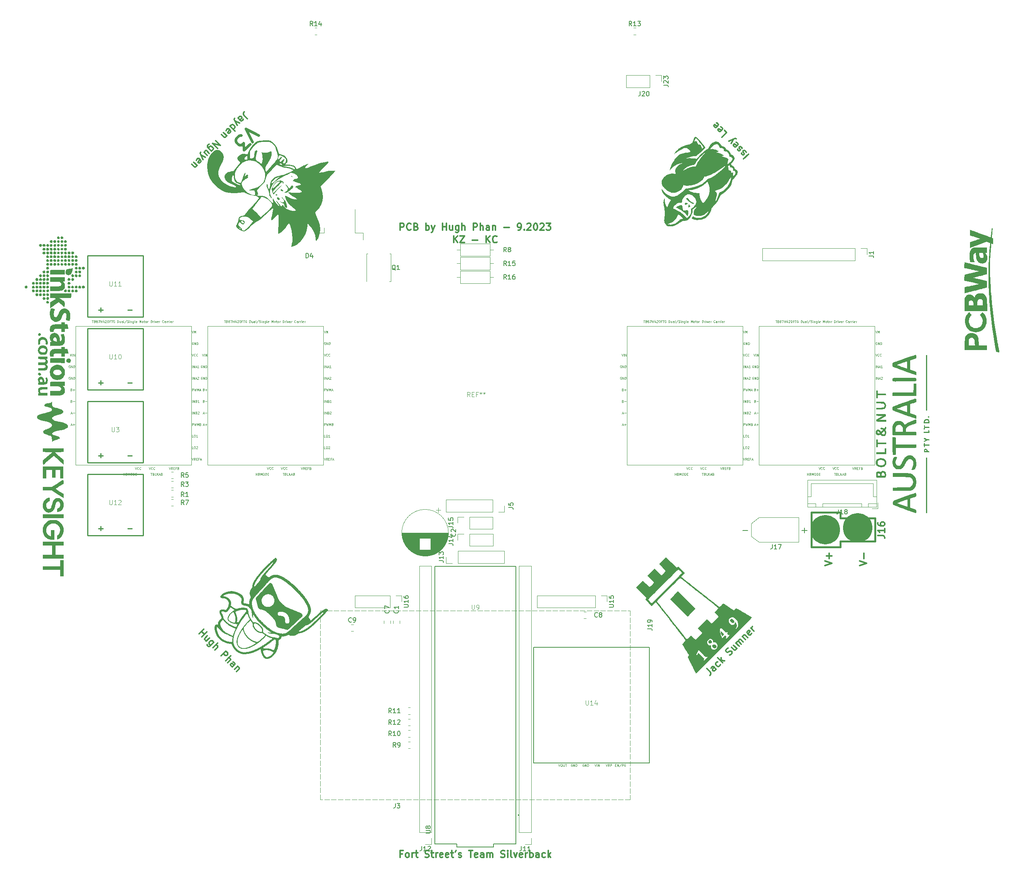
<source format=gbr>
%TF.GenerationSoftware,KiCad,Pcbnew,7.0.6-0*%
%TF.CreationDate,2023-09-17T18:40:59+10:00*%
%TF.ProjectId,Main 3.1,4d61696e-2033-42e3-912e-6b696361645f,rev?*%
%TF.SameCoordinates,Original*%
%TF.FileFunction,Legend,Top*%
%TF.FilePolarity,Positive*%
%FSLAX46Y46*%
G04 Gerber Fmt 4.6, Leading zero omitted, Abs format (unit mm)*
G04 Created by KiCad (PCBNEW 7.0.6-0) date 2023-09-17 18:40:59*
%MOMM*%
%LPD*%
G01*
G04 APERTURE LIST*
%ADD10C,0.300000*%
%ADD11C,0.600000*%
%ADD12C,0.100000*%
%ADD13C,0.150000*%
%ADD14C,0.304800*%
%ADD15C,0.125000*%
%ADD16C,0.228600*%
%ADD17C,0.120000*%
%ADD18C,0.381000*%
%ADD19C,0.200000*%
%ADD20C,0.254000*%
%ADD21C,0.127000*%
%ADD22C,6.451600*%
G04 APERTURE END LIST*
D10*
X133535714Y-113678328D02*
X133535714Y-112178328D01*
X133535714Y-112178328D02*
X134107143Y-112178328D01*
X134107143Y-112178328D02*
X134250000Y-112249757D01*
X134250000Y-112249757D02*
X134321429Y-112321185D01*
X134321429Y-112321185D02*
X134392857Y-112464042D01*
X134392857Y-112464042D02*
X134392857Y-112678328D01*
X134392857Y-112678328D02*
X134321429Y-112821185D01*
X134321429Y-112821185D02*
X134250000Y-112892614D01*
X134250000Y-112892614D02*
X134107143Y-112964042D01*
X134107143Y-112964042D02*
X133535714Y-112964042D01*
X135892857Y-113535471D02*
X135821429Y-113606900D01*
X135821429Y-113606900D02*
X135607143Y-113678328D01*
X135607143Y-113678328D02*
X135464286Y-113678328D01*
X135464286Y-113678328D02*
X135250000Y-113606900D01*
X135250000Y-113606900D02*
X135107143Y-113464042D01*
X135107143Y-113464042D02*
X135035714Y-113321185D01*
X135035714Y-113321185D02*
X134964286Y-113035471D01*
X134964286Y-113035471D02*
X134964286Y-112821185D01*
X134964286Y-112821185D02*
X135035714Y-112535471D01*
X135035714Y-112535471D02*
X135107143Y-112392614D01*
X135107143Y-112392614D02*
X135250000Y-112249757D01*
X135250000Y-112249757D02*
X135464286Y-112178328D01*
X135464286Y-112178328D02*
X135607143Y-112178328D01*
X135607143Y-112178328D02*
X135821429Y-112249757D01*
X135821429Y-112249757D02*
X135892857Y-112321185D01*
X137035714Y-112892614D02*
X137250000Y-112964042D01*
X137250000Y-112964042D02*
X137321429Y-113035471D01*
X137321429Y-113035471D02*
X137392857Y-113178328D01*
X137392857Y-113178328D02*
X137392857Y-113392614D01*
X137392857Y-113392614D02*
X137321429Y-113535471D01*
X137321429Y-113535471D02*
X137250000Y-113606900D01*
X137250000Y-113606900D02*
X137107143Y-113678328D01*
X137107143Y-113678328D02*
X136535714Y-113678328D01*
X136535714Y-113678328D02*
X136535714Y-112178328D01*
X136535714Y-112178328D02*
X137035714Y-112178328D01*
X137035714Y-112178328D02*
X137178572Y-112249757D01*
X137178572Y-112249757D02*
X137250000Y-112321185D01*
X137250000Y-112321185D02*
X137321429Y-112464042D01*
X137321429Y-112464042D02*
X137321429Y-112606900D01*
X137321429Y-112606900D02*
X137250000Y-112749757D01*
X137250000Y-112749757D02*
X137178572Y-112821185D01*
X137178572Y-112821185D02*
X137035714Y-112892614D01*
X137035714Y-112892614D02*
X136535714Y-112892614D01*
X139178571Y-113678328D02*
X139178571Y-112178328D01*
X139178571Y-112749757D02*
X139321429Y-112678328D01*
X139321429Y-112678328D02*
X139607143Y-112678328D01*
X139607143Y-112678328D02*
X139750000Y-112749757D01*
X139750000Y-112749757D02*
X139821429Y-112821185D01*
X139821429Y-112821185D02*
X139892857Y-112964042D01*
X139892857Y-112964042D02*
X139892857Y-113392614D01*
X139892857Y-113392614D02*
X139821429Y-113535471D01*
X139821429Y-113535471D02*
X139750000Y-113606900D01*
X139750000Y-113606900D02*
X139607143Y-113678328D01*
X139607143Y-113678328D02*
X139321429Y-113678328D01*
X139321429Y-113678328D02*
X139178571Y-113606900D01*
X140392857Y-112678328D02*
X140750000Y-113678328D01*
X141107143Y-112678328D02*
X140750000Y-113678328D01*
X140750000Y-113678328D02*
X140607143Y-114035471D01*
X140607143Y-114035471D02*
X140535714Y-114106900D01*
X140535714Y-114106900D02*
X140392857Y-114178328D01*
X142821428Y-113678328D02*
X142821428Y-112178328D01*
X142821428Y-112892614D02*
X143678571Y-112892614D01*
X143678571Y-113678328D02*
X143678571Y-112178328D01*
X145035715Y-112678328D02*
X145035715Y-113678328D01*
X144392857Y-112678328D02*
X144392857Y-113464042D01*
X144392857Y-113464042D02*
X144464286Y-113606900D01*
X144464286Y-113606900D02*
X144607143Y-113678328D01*
X144607143Y-113678328D02*
X144821429Y-113678328D01*
X144821429Y-113678328D02*
X144964286Y-113606900D01*
X144964286Y-113606900D02*
X145035715Y-113535471D01*
X146392858Y-112678328D02*
X146392858Y-113892614D01*
X146392858Y-113892614D02*
X146321429Y-114035471D01*
X146321429Y-114035471D02*
X146250000Y-114106900D01*
X146250000Y-114106900D02*
X146107143Y-114178328D01*
X146107143Y-114178328D02*
X145892858Y-114178328D01*
X145892858Y-114178328D02*
X145750000Y-114106900D01*
X146392858Y-113606900D02*
X146250000Y-113678328D01*
X146250000Y-113678328D02*
X145964286Y-113678328D01*
X145964286Y-113678328D02*
X145821429Y-113606900D01*
X145821429Y-113606900D02*
X145750000Y-113535471D01*
X145750000Y-113535471D02*
X145678572Y-113392614D01*
X145678572Y-113392614D02*
X145678572Y-112964042D01*
X145678572Y-112964042D02*
X145750000Y-112821185D01*
X145750000Y-112821185D02*
X145821429Y-112749757D01*
X145821429Y-112749757D02*
X145964286Y-112678328D01*
X145964286Y-112678328D02*
X146250000Y-112678328D01*
X146250000Y-112678328D02*
X146392858Y-112749757D01*
X147107143Y-113678328D02*
X147107143Y-112178328D01*
X147750001Y-113678328D02*
X147750001Y-112892614D01*
X147750001Y-112892614D02*
X147678572Y-112749757D01*
X147678572Y-112749757D02*
X147535715Y-112678328D01*
X147535715Y-112678328D02*
X147321429Y-112678328D01*
X147321429Y-112678328D02*
X147178572Y-112749757D01*
X147178572Y-112749757D02*
X147107143Y-112821185D01*
X149607143Y-113678328D02*
X149607143Y-112178328D01*
X149607143Y-112178328D02*
X150178572Y-112178328D01*
X150178572Y-112178328D02*
X150321429Y-112249757D01*
X150321429Y-112249757D02*
X150392858Y-112321185D01*
X150392858Y-112321185D02*
X150464286Y-112464042D01*
X150464286Y-112464042D02*
X150464286Y-112678328D01*
X150464286Y-112678328D02*
X150392858Y-112821185D01*
X150392858Y-112821185D02*
X150321429Y-112892614D01*
X150321429Y-112892614D02*
X150178572Y-112964042D01*
X150178572Y-112964042D02*
X149607143Y-112964042D01*
X151107143Y-113678328D02*
X151107143Y-112178328D01*
X151750001Y-113678328D02*
X151750001Y-112892614D01*
X151750001Y-112892614D02*
X151678572Y-112749757D01*
X151678572Y-112749757D02*
X151535715Y-112678328D01*
X151535715Y-112678328D02*
X151321429Y-112678328D01*
X151321429Y-112678328D02*
X151178572Y-112749757D01*
X151178572Y-112749757D02*
X151107143Y-112821185D01*
X153107144Y-113678328D02*
X153107144Y-112892614D01*
X153107144Y-112892614D02*
X153035715Y-112749757D01*
X153035715Y-112749757D02*
X152892858Y-112678328D01*
X152892858Y-112678328D02*
X152607144Y-112678328D01*
X152607144Y-112678328D02*
X152464286Y-112749757D01*
X153107144Y-113606900D02*
X152964286Y-113678328D01*
X152964286Y-113678328D02*
X152607144Y-113678328D01*
X152607144Y-113678328D02*
X152464286Y-113606900D01*
X152464286Y-113606900D02*
X152392858Y-113464042D01*
X152392858Y-113464042D02*
X152392858Y-113321185D01*
X152392858Y-113321185D02*
X152464286Y-113178328D01*
X152464286Y-113178328D02*
X152607144Y-113106900D01*
X152607144Y-113106900D02*
X152964286Y-113106900D01*
X152964286Y-113106900D02*
X153107144Y-113035471D01*
X153821429Y-112678328D02*
X153821429Y-113678328D01*
X153821429Y-112821185D02*
X153892858Y-112749757D01*
X153892858Y-112749757D02*
X154035715Y-112678328D01*
X154035715Y-112678328D02*
X154250001Y-112678328D01*
X154250001Y-112678328D02*
X154392858Y-112749757D01*
X154392858Y-112749757D02*
X154464287Y-112892614D01*
X154464287Y-112892614D02*
X154464287Y-113678328D01*
X156321429Y-113106900D02*
X157464287Y-113106900D01*
X159392858Y-113678328D02*
X159678572Y-113678328D01*
X159678572Y-113678328D02*
X159821429Y-113606900D01*
X159821429Y-113606900D02*
X159892858Y-113535471D01*
X159892858Y-113535471D02*
X160035715Y-113321185D01*
X160035715Y-113321185D02*
X160107144Y-113035471D01*
X160107144Y-113035471D02*
X160107144Y-112464042D01*
X160107144Y-112464042D02*
X160035715Y-112321185D01*
X160035715Y-112321185D02*
X159964287Y-112249757D01*
X159964287Y-112249757D02*
X159821429Y-112178328D01*
X159821429Y-112178328D02*
X159535715Y-112178328D01*
X159535715Y-112178328D02*
X159392858Y-112249757D01*
X159392858Y-112249757D02*
X159321429Y-112321185D01*
X159321429Y-112321185D02*
X159250001Y-112464042D01*
X159250001Y-112464042D02*
X159250001Y-112821185D01*
X159250001Y-112821185D02*
X159321429Y-112964042D01*
X159321429Y-112964042D02*
X159392858Y-113035471D01*
X159392858Y-113035471D02*
X159535715Y-113106900D01*
X159535715Y-113106900D02*
X159821429Y-113106900D01*
X159821429Y-113106900D02*
X159964287Y-113035471D01*
X159964287Y-113035471D02*
X160035715Y-112964042D01*
X160035715Y-112964042D02*
X160107144Y-112821185D01*
X160750000Y-113535471D02*
X160821429Y-113606900D01*
X160821429Y-113606900D02*
X160750000Y-113678328D01*
X160750000Y-113678328D02*
X160678572Y-113606900D01*
X160678572Y-113606900D02*
X160750000Y-113535471D01*
X160750000Y-113535471D02*
X160750000Y-113678328D01*
X161392858Y-112321185D02*
X161464286Y-112249757D01*
X161464286Y-112249757D02*
X161607144Y-112178328D01*
X161607144Y-112178328D02*
X161964286Y-112178328D01*
X161964286Y-112178328D02*
X162107144Y-112249757D01*
X162107144Y-112249757D02*
X162178572Y-112321185D01*
X162178572Y-112321185D02*
X162250001Y-112464042D01*
X162250001Y-112464042D02*
X162250001Y-112606900D01*
X162250001Y-112606900D02*
X162178572Y-112821185D01*
X162178572Y-112821185D02*
X161321429Y-113678328D01*
X161321429Y-113678328D02*
X162250001Y-113678328D01*
X163178572Y-112178328D02*
X163321429Y-112178328D01*
X163321429Y-112178328D02*
X163464286Y-112249757D01*
X163464286Y-112249757D02*
X163535715Y-112321185D01*
X163535715Y-112321185D02*
X163607143Y-112464042D01*
X163607143Y-112464042D02*
X163678572Y-112749757D01*
X163678572Y-112749757D02*
X163678572Y-113106900D01*
X163678572Y-113106900D02*
X163607143Y-113392614D01*
X163607143Y-113392614D02*
X163535715Y-113535471D01*
X163535715Y-113535471D02*
X163464286Y-113606900D01*
X163464286Y-113606900D02*
X163321429Y-113678328D01*
X163321429Y-113678328D02*
X163178572Y-113678328D01*
X163178572Y-113678328D02*
X163035715Y-113606900D01*
X163035715Y-113606900D02*
X162964286Y-113535471D01*
X162964286Y-113535471D02*
X162892857Y-113392614D01*
X162892857Y-113392614D02*
X162821429Y-113106900D01*
X162821429Y-113106900D02*
X162821429Y-112749757D01*
X162821429Y-112749757D02*
X162892857Y-112464042D01*
X162892857Y-112464042D02*
X162964286Y-112321185D01*
X162964286Y-112321185D02*
X163035715Y-112249757D01*
X163035715Y-112249757D02*
X163178572Y-112178328D01*
X164250000Y-112321185D02*
X164321428Y-112249757D01*
X164321428Y-112249757D02*
X164464286Y-112178328D01*
X164464286Y-112178328D02*
X164821428Y-112178328D01*
X164821428Y-112178328D02*
X164964286Y-112249757D01*
X164964286Y-112249757D02*
X165035714Y-112321185D01*
X165035714Y-112321185D02*
X165107143Y-112464042D01*
X165107143Y-112464042D02*
X165107143Y-112606900D01*
X165107143Y-112606900D02*
X165035714Y-112821185D01*
X165035714Y-112821185D02*
X164178571Y-113678328D01*
X164178571Y-113678328D02*
X165107143Y-113678328D01*
X165607142Y-112178328D02*
X166535714Y-112178328D01*
X166535714Y-112178328D02*
X166035714Y-112749757D01*
X166035714Y-112749757D02*
X166249999Y-112749757D01*
X166249999Y-112749757D02*
X166392857Y-112821185D01*
X166392857Y-112821185D02*
X166464285Y-112892614D01*
X166464285Y-112892614D02*
X166535714Y-113035471D01*
X166535714Y-113035471D02*
X166535714Y-113392614D01*
X166535714Y-113392614D02*
X166464285Y-113535471D01*
X166464285Y-113535471D02*
X166392857Y-113606900D01*
X166392857Y-113606900D02*
X166249999Y-113678328D01*
X166249999Y-113678328D02*
X165821428Y-113678328D01*
X165821428Y-113678328D02*
X165678571Y-113606900D01*
X165678571Y-113606900D02*
X165607142Y-113535471D01*
X89403977Y-202363278D02*
X90464637Y-201302618D01*
X89959561Y-201807694D02*
X90565652Y-202413786D01*
X90010068Y-202969370D02*
X91070728Y-201908710D01*
X91676820Y-203221908D02*
X90969713Y-203929015D01*
X91222252Y-202767340D02*
X90666668Y-203322923D01*
X90666668Y-203322923D02*
X90616160Y-203474446D01*
X90616160Y-203474446D02*
X90666668Y-203625969D01*
X90666668Y-203625969D02*
X90818191Y-203777492D01*
X90818191Y-203777492D02*
X90969713Y-203828000D01*
X90969713Y-203828000D02*
X91070729Y-203828000D01*
X92636465Y-204181553D02*
X91777836Y-205040183D01*
X91777836Y-205040183D02*
X91626313Y-205090690D01*
X91626313Y-205090690D02*
X91525297Y-205090690D01*
X91525297Y-205090690D02*
X91373775Y-205040183D01*
X91373775Y-205040183D02*
X91222252Y-204888660D01*
X91222252Y-204888660D02*
X91171744Y-204737137D01*
X91979866Y-204838152D02*
X91828343Y-204787645D01*
X91828343Y-204787645D02*
X91626313Y-204585614D01*
X91626313Y-204585614D02*
X91575805Y-204434091D01*
X91575805Y-204434091D02*
X91575805Y-204333076D01*
X91575805Y-204333076D02*
X91626313Y-204181553D01*
X91626313Y-204181553D02*
X91929359Y-203878507D01*
X91929359Y-203878507D02*
X92080881Y-203828000D01*
X92080881Y-203828000D02*
X92181897Y-203828000D01*
X92181897Y-203828000D02*
X92333420Y-203878507D01*
X92333420Y-203878507D02*
X92535450Y-204080538D01*
X92535450Y-204080538D02*
X92585958Y-204232061D01*
X92434435Y-205393736D02*
X93495095Y-204333076D01*
X92889004Y-205848305D02*
X93444587Y-205292721D01*
X93444587Y-205292721D02*
X93495095Y-205141198D01*
X93495095Y-205141198D02*
X93444587Y-204989675D01*
X93444587Y-204989675D02*
X93293065Y-204838152D01*
X93293065Y-204838152D02*
X93141542Y-204787645D01*
X93141542Y-204787645D02*
X93040526Y-204787645D01*
X94202202Y-207161503D02*
X95262862Y-206100843D01*
X95262862Y-206100843D02*
X95666923Y-206504904D01*
X95666923Y-206504904D02*
X95717431Y-206656427D01*
X95717431Y-206656427D02*
X95717431Y-206757442D01*
X95717431Y-206757442D02*
X95666923Y-206908965D01*
X95666923Y-206908965D02*
X95515400Y-207060488D01*
X95515400Y-207060488D02*
X95363877Y-207110996D01*
X95363877Y-207110996D02*
X95262862Y-207110996D01*
X95262862Y-207110996D02*
X95111339Y-207060488D01*
X95111339Y-207060488D02*
X94707278Y-206656427D01*
X95262862Y-208222163D02*
X96323522Y-207161503D01*
X95717431Y-208676732D02*
X96273015Y-208121148D01*
X96273015Y-208121148D02*
X96323522Y-207969625D01*
X96323522Y-207969625D02*
X96273015Y-207818102D01*
X96273015Y-207818102D02*
X96121492Y-207666580D01*
X96121492Y-207666580D02*
X95969969Y-207616072D01*
X95969969Y-207616072D02*
X95868954Y-207616072D01*
X96677076Y-209636377D02*
X97232660Y-209080793D01*
X97232660Y-209080793D02*
X97283167Y-208929270D01*
X97283167Y-208929270D02*
X97232660Y-208777747D01*
X97232660Y-208777747D02*
X97030629Y-208575717D01*
X97030629Y-208575717D02*
X96879106Y-208525209D01*
X96727583Y-209585870D02*
X96576060Y-209535362D01*
X96576060Y-209535362D02*
X96323522Y-209282824D01*
X96323522Y-209282824D02*
X96273015Y-209131301D01*
X96273015Y-209131301D02*
X96323522Y-208979778D01*
X96323522Y-208979778D02*
X96424538Y-208878763D01*
X96424538Y-208878763D02*
X96576060Y-208828255D01*
X96576060Y-208828255D02*
X96727583Y-208878763D01*
X96727583Y-208878763D02*
X96980121Y-209131301D01*
X96980121Y-209131301D02*
X97131644Y-209181808D01*
X97889259Y-209434347D02*
X97182152Y-210141454D01*
X97788244Y-209535362D02*
X97889259Y-209535362D01*
X97889259Y-209535362D02*
X98040782Y-209585870D01*
X98040782Y-209585870D02*
X98192305Y-209737392D01*
X98192305Y-209737392D02*
X98242812Y-209888915D01*
X98242812Y-209888915D02*
X98192305Y-210040438D01*
X98192305Y-210040438D02*
X97636721Y-210596022D01*
X200848051Y-209989930D02*
X201605665Y-210747544D01*
X201605665Y-210747544D02*
X201706680Y-210949575D01*
X201706680Y-210949575D02*
X201706680Y-211151605D01*
X201706680Y-211151605D02*
X201605665Y-211353636D01*
X201605665Y-211353636D02*
X201504650Y-211454651D01*
X202868355Y-210090945D02*
X202312772Y-209535361D01*
X202312772Y-209535361D02*
X202161249Y-209484853D01*
X202161249Y-209484853D02*
X202009726Y-209535361D01*
X202009726Y-209535361D02*
X201807695Y-209737392D01*
X201807695Y-209737392D02*
X201757188Y-209888914D01*
X202817848Y-210040437D02*
X202767340Y-210191960D01*
X202767340Y-210191960D02*
X202514802Y-210444498D01*
X202514802Y-210444498D02*
X202363279Y-210495006D01*
X202363279Y-210495006D02*
X202211756Y-210444498D01*
X202211756Y-210444498D02*
X202110741Y-210343483D01*
X202110741Y-210343483D02*
X202060233Y-210191960D01*
X202060233Y-210191960D02*
X202110741Y-210040437D01*
X202110741Y-210040437D02*
X202363279Y-209787899D01*
X202363279Y-209787899D02*
X202413787Y-209636376D01*
X203777493Y-209080792D02*
X203726985Y-209232315D01*
X203726985Y-209232315D02*
X203524955Y-209434346D01*
X203524955Y-209434346D02*
X203373432Y-209484853D01*
X203373432Y-209484853D02*
X203272417Y-209484853D01*
X203272417Y-209484853D02*
X203120894Y-209434346D01*
X203120894Y-209434346D02*
X202817848Y-209131300D01*
X202817848Y-209131300D02*
X202767340Y-208979777D01*
X202767340Y-208979777D02*
X202767340Y-208878762D01*
X202767340Y-208878762D02*
X202817848Y-208727239D01*
X202817848Y-208727239D02*
X203019878Y-208525208D01*
X203019878Y-208525208D02*
X203171401Y-208474701D01*
X204282569Y-208676732D02*
X203221909Y-207616071D01*
X203979523Y-208171655D02*
X204686630Y-208272670D01*
X203979523Y-207565564D02*
X203979523Y-208373686D01*
X205848305Y-207009980D02*
X206050336Y-206908964D01*
X206050336Y-206908964D02*
X206302874Y-206656426D01*
X206302874Y-206656426D02*
X206353382Y-206504903D01*
X206353382Y-206504903D02*
X206353382Y-206403888D01*
X206353382Y-206403888D02*
X206302874Y-206252365D01*
X206302874Y-206252365D02*
X206201859Y-206151350D01*
X206201859Y-206151350D02*
X206050336Y-206100842D01*
X206050336Y-206100842D02*
X205949321Y-206100842D01*
X205949321Y-206100842D02*
X205797798Y-206151350D01*
X205797798Y-206151350D02*
X205545260Y-206302873D01*
X205545260Y-206302873D02*
X205393737Y-206353381D01*
X205393737Y-206353381D02*
X205292722Y-206353381D01*
X205292722Y-206353381D02*
X205141199Y-206302873D01*
X205141199Y-206302873D02*
X205040183Y-206201858D01*
X205040183Y-206201858D02*
X204989676Y-206050335D01*
X204989676Y-206050335D02*
X204989676Y-205949320D01*
X204989676Y-205949320D02*
X205040183Y-205797797D01*
X205040183Y-205797797D02*
X205292722Y-205545259D01*
X205292722Y-205545259D02*
X205494752Y-205444243D01*
X206706935Y-204838152D02*
X207414042Y-205545259D01*
X206252366Y-205292721D02*
X206807950Y-205848305D01*
X206807950Y-205848305D02*
X206959473Y-205898812D01*
X206959473Y-205898812D02*
X207110996Y-205848305D01*
X207110996Y-205848305D02*
X207262519Y-205696782D01*
X207262519Y-205696782D02*
X207313026Y-205545259D01*
X207313026Y-205545259D02*
X207313026Y-205444244D01*
X207919118Y-205040182D02*
X207212011Y-204333076D01*
X207313026Y-204434091D02*
X207313026Y-204333076D01*
X207313026Y-204333076D02*
X207363534Y-204181553D01*
X207363534Y-204181553D02*
X207515057Y-204030030D01*
X207515057Y-204030030D02*
X207666580Y-203979522D01*
X207666580Y-203979522D02*
X207818103Y-204030030D01*
X207818103Y-204030030D02*
X208373687Y-204585614D01*
X207818103Y-204030030D02*
X207767595Y-203878507D01*
X207767595Y-203878507D02*
X207818103Y-203726984D01*
X207818103Y-203726984D02*
X207969626Y-203575461D01*
X207969626Y-203575461D02*
X208121149Y-203524954D01*
X208121149Y-203524954D02*
X208272671Y-203575461D01*
X208272671Y-203575461D02*
X208828255Y-204131045D01*
X208626225Y-202918862D02*
X209333332Y-203625969D01*
X208727240Y-203019877D02*
X208727240Y-202918862D01*
X208727240Y-202918862D02*
X208777748Y-202767339D01*
X208777748Y-202767339D02*
X208929271Y-202615816D01*
X208929271Y-202615816D02*
X209080793Y-202565309D01*
X209080793Y-202565309D02*
X209232316Y-202615816D01*
X209232316Y-202615816D02*
X209787900Y-203171400D01*
X210646530Y-202211755D02*
X210596022Y-202363278D01*
X210596022Y-202363278D02*
X210393992Y-202565309D01*
X210393992Y-202565309D02*
X210242469Y-202615816D01*
X210242469Y-202615816D02*
X210090946Y-202565309D01*
X210090946Y-202565309D02*
X209686885Y-202161248D01*
X209686885Y-202161248D02*
X209636377Y-202009725D01*
X209636377Y-202009725D02*
X209686885Y-201858202D01*
X209686885Y-201858202D02*
X209888916Y-201656171D01*
X209888916Y-201656171D02*
X210040438Y-201605664D01*
X210040438Y-201605664D02*
X210191961Y-201656171D01*
X210191961Y-201656171D02*
X210292977Y-201757187D01*
X210292977Y-201757187D02*
X209888916Y-202363278D01*
X211202114Y-201757187D02*
X210495007Y-201050080D01*
X210697037Y-201252111D02*
X210646530Y-201100588D01*
X210646530Y-201100588D02*
X210646530Y-200999572D01*
X210646530Y-200999572D02*
X210697037Y-200848049D01*
X210697037Y-200848049D02*
X210798053Y-200747034D01*
X209939423Y-96980121D02*
X208878763Y-98040781D01*
X209434346Y-96576060D02*
X209383839Y-96424537D01*
X209383839Y-96424537D02*
X209181808Y-96222507D01*
X209181808Y-96222507D02*
X209030285Y-96171999D01*
X209030285Y-96171999D02*
X208878762Y-96222507D01*
X208878762Y-96222507D02*
X208828255Y-96273014D01*
X208828255Y-96273014D02*
X208777747Y-96424537D01*
X208777747Y-96424537D02*
X208828255Y-96576060D01*
X208828255Y-96576060D02*
X208979778Y-96727583D01*
X208979778Y-96727583D02*
X209030285Y-96879106D01*
X209030285Y-96879106D02*
X208979778Y-97030629D01*
X208979778Y-97030629D02*
X208929270Y-97081136D01*
X208929270Y-97081136D02*
X208777747Y-97131644D01*
X208777747Y-97131644D02*
X208626224Y-97081136D01*
X208626224Y-97081136D02*
X208474701Y-96929613D01*
X208474701Y-96929613D02*
X208424194Y-96778091D01*
X208575716Y-95717430D02*
X208525209Y-95565907D01*
X208525209Y-95565907D02*
X208323178Y-95363877D01*
X208323178Y-95363877D02*
X208171655Y-95313369D01*
X208171655Y-95313369D02*
X208020132Y-95363877D01*
X208020132Y-95363877D02*
X207969625Y-95414384D01*
X207969625Y-95414384D02*
X207919117Y-95565907D01*
X207919117Y-95565907D02*
X207969625Y-95717430D01*
X207969625Y-95717430D02*
X208121148Y-95868953D01*
X208121148Y-95868953D02*
X208171655Y-96020476D01*
X208171655Y-96020476D02*
X208121148Y-96171999D01*
X208121148Y-96171999D02*
X208070640Y-96222506D01*
X208070640Y-96222506D02*
X207919117Y-96273014D01*
X207919117Y-96273014D02*
X207767594Y-96222506D01*
X207767594Y-96222506D02*
X207616071Y-96070984D01*
X207616071Y-96070984D02*
X207565564Y-95919461D01*
X207262518Y-94404232D02*
X207414041Y-94454739D01*
X207414041Y-94454739D02*
X207616071Y-94656770D01*
X207616071Y-94656770D02*
X207666579Y-94808293D01*
X207666579Y-94808293D02*
X207616071Y-94959816D01*
X207616071Y-94959816D02*
X207212010Y-95363877D01*
X207212010Y-95363877D02*
X207060487Y-95414384D01*
X207060487Y-95414384D02*
X206908964Y-95363877D01*
X206908964Y-95363877D02*
X206706934Y-95161846D01*
X206706934Y-95161846D02*
X206656426Y-95010323D01*
X206656426Y-95010323D02*
X206706934Y-94858800D01*
X206706934Y-94858800D02*
X206807949Y-94757785D01*
X206807949Y-94757785D02*
X207414041Y-95161846D01*
X206201858Y-94656770D02*
X206656427Y-93697125D01*
X205696782Y-94151694D02*
X206656427Y-93697125D01*
X206656427Y-93697125D02*
X207009980Y-93545602D01*
X207009980Y-93545602D02*
X207110995Y-93545602D01*
X207110995Y-93545602D02*
X207262518Y-93596110D01*
X204686629Y-91727328D02*
X205191706Y-92232404D01*
X205191706Y-92232404D02*
X204131045Y-93293064D01*
X203878507Y-91020221D02*
X204030030Y-91070728D01*
X204030030Y-91070728D02*
X204232060Y-91272759D01*
X204232060Y-91272759D02*
X204282568Y-91424282D01*
X204282568Y-91424282D02*
X204232060Y-91575805D01*
X204232060Y-91575805D02*
X203827999Y-91979866D01*
X203827999Y-91979866D02*
X203676477Y-92030373D01*
X203676477Y-92030373D02*
X203524954Y-91979866D01*
X203524954Y-91979866D02*
X203322923Y-91777835D01*
X203322923Y-91777835D02*
X203272415Y-91626312D01*
X203272415Y-91626312D02*
X203322923Y-91474789D01*
X203322923Y-91474789D02*
X203423938Y-91373774D01*
X203423938Y-91373774D02*
X204030030Y-91777835D01*
X202969370Y-90111084D02*
X203120893Y-90161591D01*
X203120893Y-90161591D02*
X203322923Y-90363622D01*
X203322923Y-90363622D02*
X203373431Y-90515145D01*
X203373431Y-90515145D02*
X203322923Y-90666668D01*
X203322923Y-90666668D02*
X202918862Y-91070729D01*
X202918862Y-91070729D02*
X202767339Y-91121236D01*
X202767339Y-91121236D02*
X202615817Y-91070729D01*
X202615817Y-91070729D02*
X202413786Y-90868698D01*
X202413786Y-90868698D02*
X202363278Y-90717175D01*
X202363278Y-90717175D02*
X202413786Y-90565652D01*
X202413786Y-90565652D02*
X202514801Y-90464637D01*
X202514801Y-90464637D02*
X203120893Y-90868698D01*
X99985325Y-89176693D02*
X99227710Y-88419079D01*
X99227710Y-88419079D02*
X99126695Y-88217048D01*
X99126695Y-88217048D02*
X99126695Y-88015018D01*
X99126695Y-88015018D02*
X99227710Y-87812987D01*
X99227710Y-87812987D02*
X99328726Y-87711972D01*
X97965020Y-89075678D02*
X98520604Y-89631262D01*
X98520604Y-89631262D02*
X98672127Y-89681769D01*
X98672127Y-89681769D02*
X98823649Y-89631262D01*
X98823649Y-89631262D02*
X99025680Y-89429231D01*
X99025680Y-89429231D02*
X99076188Y-89277708D01*
X98015527Y-89126185D02*
X98066035Y-88974663D01*
X98066035Y-88974663D02*
X98318573Y-88722124D01*
X98318573Y-88722124D02*
X98470096Y-88671617D01*
X98470096Y-88671617D02*
X98621619Y-88722124D01*
X98621619Y-88722124D02*
X98722634Y-88823140D01*
X98722634Y-88823140D02*
X98773142Y-88974663D01*
X98773142Y-88974663D02*
X98722634Y-89126185D01*
X98722634Y-89126185D02*
X98470096Y-89378724D01*
X98470096Y-89378724D02*
X98419588Y-89530246D01*
X98268065Y-90186846D02*
X97308421Y-89732277D01*
X97762989Y-90691922D02*
X97308421Y-89732277D01*
X97308421Y-89732277D02*
X97156898Y-89378724D01*
X97156898Y-89378724D02*
X97156898Y-89277708D01*
X97156898Y-89277708D02*
X97207405Y-89126186D01*
X96197253Y-90843445D02*
X97257913Y-91904105D01*
X96247760Y-90893952D02*
X96298268Y-90742429D01*
X96298268Y-90742429D02*
X96500299Y-90540399D01*
X96500299Y-90540399D02*
X96651821Y-90489891D01*
X96651821Y-90489891D02*
X96752837Y-90489891D01*
X96752837Y-90489891D02*
X96904360Y-90540399D01*
X96904360Y-90540399D02*
X97207405Y-90843445D01*
X97207405Y-90843445D02*
X97257913Y-90994968D01*
X97257913Y-90994968D02*
X97257913Y-91095983D01*
X97257913Y-91095983D02*
X97207405Y-91247506D01*
X97207405Y-91247506D02*
X97005375Y-91449536D01*
X97005375Y-91449536D02*
X96853852Y-91500044D01*
X95338623Y-91803090D02*
X95389131Y-91651567D01*
X95389131Y-91651567D02*
X95591161Y-91449536D01*
X95591161Y-91449536D02*
X95742684Y-91399029D01*
X95742684Y-91399029D02*
X95894207Y-91449536D01*
X95894207Y-91449536D02*
X96298268Y-91853597D01*
X96298268Y-91853597D02*
X96348776Y-92005120D01*
X96348776Y-92005120D02*
X96298268Y-92156643D01*
X96298268Y-92156643D02*
X96096237Y-92358674D01*
X96096237Y-92358674D02*
X95944715Y-92409181D01*
X95944715Y-92409181D02*
X95793192Y-92358674D01*
X95793192Y-92358674D02*
X95692176Y-92257658D01*
X95692176Y-92257658D02*
X96096237Y-91651567D01*
X95490146Y-92964765D02*
X94783039Y-92257658D01*
X95389131Y-92863750D02*
X95389131Y-92964765D01*
X95389131Y-92964765D02*
X95338623Y-93116288D01*
X95338623Y-93116288D02*
X95187100Y-93267811D01*
X95187100Y-93267811D02*
X95035577Y-93318318D01*
X95035577Y-93318318D02*
X94884055Y-93267811D01*
X94884055Y-93267811D02*
X94328471Y-92712227D01*
X93015272Y-94025425D02*
X94075933Y-95086085D01*
X94075933Y-95086085D02*
X92409181Y-94631517D01*
X92409181Y-94631517D02*
X93469841Y-95692177D01*
X92156642Y-96298269D02*
X91298013Y-95439639D01*
X91298013Y-95439639D02*
X91247505Y-95288116D01*
X91247505Y-95288116D02*
X91247505Y-95187101D01*
X91247505Y-95187101D02*
X91298013Y-95035578D01*
X91298013Y-95035578D02*
X91449536Y-94884055D01*
X91449536Y-94884055D02*
X91601059Y-94833547D01*
X91500043Y-95641670D02*
X91550551Y-95490147D01*
X91550551Y-95490147D02*
X91752581Y-95288116D01*
X91752581Y-95288116D02*
X91904104Y-95237608D01*
X91904104Y-95237608D02*
X92005120Y-95237608D01*
X92005120Y-95237608D02*
X92156642Y-95288116D01*
X92156642Y-95288116D02*
X92459688Y-95591162D01*
X92459688Y-95591162D02*
X92510196Y-95742685D01*
X92510196Y-95742685D02*
X92510196Y-95843700D01*
X92510196Y-95843700D02*
X92459688Y-95995223D01*
X92459688Y-95995223D02*
X92257658Y-96197253D01*
X92257658Y-96197253D02*
X92106135Y-96247761D01*
X91196997Y-97257914D02*
X90489891Y-96550807D01*
X91651566Y-96803345D02*
X91095982Y-96247761D01*
X91095982Y-96247761D02*
X90944459Y-96197254D01*
X90944459Y-96197254D02*
X90792936Y-96247761D01*
X90792936Y-96247761D02*
X90641414Y-96399284D01*
X90641414Y-96399284D02*
X90590906Y-96550807D01*
X90590906Y-96550807D02*
X90590906Y-96651822D01*
X90792936Y-97661975D02*
X89833291Y-97207406D01*
X90287860Y-98167051D02*
X89833291Y-97207406D01*
X89833291Y-97207406D02*
X89681768Y-96853853D01*
X89681768Y-96853853D02*
X89681768Y-96752838D01*
X89681768Y-96752838D02*
X89732276Y-96601315D01*
X88823139Y-98318574D02*
X88873647Y-98167051D01*
X88873647Y-98167051D02*
X89075677Y-97965020D01*
X89075677Y-97965020D02*
X89227200Y-97914513D01*
X89227200Y-97914513D02*
X89378723Y-97965020D01*
X89378723Y-97965020D02*
X89782784Y-98369081D01*
X89782784Y-98369081D02*
X89833291Y-98520604D01*
X89833291Y-98520604D02*
X89782784Y-98672127D01*
X89782784Y-98672127D02*
X89580753Y-98874158D01*
X89580753Y-98874158D02*
X89429230Y-98924665D01*
X89429230Y-98924665D02*
X89277708Y-98874158D01*
X89277708Y-98874158D02*
X89176692Y-98773143D01*
X89176692Y-98773143D02*
X89580753Y-98167051D01*
X88974662Y-99480249D02*
X88267555Y-98773142D01*
X88873647Y-99379234D02*
X88873647Y-99480249D01*
X88873647Y-99480249D02*
X88823139Y-99631772D01*
X88823139Y-99631772D02*
X88671616Y-99783295D01*
X88671616Y-99783295D02*
X88520093Y-99833802D01*
X88520093Y-99833802D02*
X88368570Y-99783295D01*
X88368570Y-99783295D02*
X87812987Y-99227711D01*
X145321428Y-116428328D02*
X145321428Y-114928328D01*
X146178571Y-116428328D02*
X145535714Y-115571185D01*
X146178571Y-114928328D02*
X145321428Y-115785471D01*
X146678571Y-114928328D02*
X147678571Y-114928328D01*
X147678571Y-114928328D02*
X146678571Y-116428328D01*
X146678571Y-116428328D02*
X147678571Y-116428328D01*
X149392856Y-115856900D02*
X150535714Y-115856900D01*
X152392856Y-116428328D02*
X152392856Y-114928328D01*
X153249999Y-116428328D02*
X152607142Y-115571185D01*
X153249999Y-114928328D02*
X152392856Y-115785471D01*
X154749999Y-116285471D02*
X154678571Y-116356900D01*
X154678571Y-116356900D02*
X154464285Y-116428328D01*
X154464285Y-116428328D02*
X154321428Y-116428328D01*
X154321428Y-116428328D02*
X154107142Y-116356900D01*
X154107142Y-116356900D02*
X153964285Y-116214042D01*
X153964285Y-116214042D02*
X153892856Y-116071185D01*
X153892856Y-116071185D02*
X153821428Y-115785471D01*
X153821428Y-115785471D02*
X153821428Y-115571185D01*
X153821428Y-115571185D02*
X153892856Y-115285471D01*
X153892856Y-115285471D02*
X153964285Y-115142614D01*
X153964285Y-115142614D02*
X154107142Y-114999757D01*
X154107142Y-114999757D02*
X154321428Y-114928328D01*
X154321428Y-114928328D02*
X154464285Y-114928328D01*
X154464285Y-114928328D02*
X154678571Y-114999757D01*
X154678571Y-114999757D02*
X154749999Y-115071185D01*
X134000092Y-250642614D02*
X133500092Y-250642614D01*
X133500092Y-251428328D02*
X133500092Y-249928328D01*
X133500092Y-249928328D02*
X134214378Y-249928328D01*
X135000092Y-251428328D02*
X134857235Y-251356900D01*
X134857235Y-251356900D02*
X134785806Y-251285471D01*
X134785806Y-251285471D02*
X134714378Y-251142614D01*
X134714378Y-251142614D02*
X134714378Y-250714042D01*
X134714378Y-250714042D02*
X134785806Y-250571185D01*
X134785806Y-250571185D02*
X134857235Y-250499757D01*
X134857235Y-250499757D02*
X135000092Y-250428328D01*
X135000092Y-250428328D02*
X135214378Y-250428328D01*
X135214378Y-250428328D02*
X135357235Y-250499757D01*
X135357235Y-250499757D02*
X135428664Y-250571185D01*
X135428664Y-250571185D02*
X135500092Y-250714042D01*
X135500092Y-250714042D02*
X135500092Y-251142614D01*
X135500092Y-251142614D02*
X135428664Y-251285471D01*
X135428664Y-251285471D02*
X135357235Y-251356900D01*
X135357235Y-251356900D02*
X135214378Y-251428328D01*
X135214378Y-251428328D02*
X135000092Y-251428328D01*
X136142949Y-251428328D02*
X136142949Y-250428328D01*
X136142949Y-250714042D02*
X136214378Y-250571185D01*
X136214378Y-250571185D02*
X136285807Y-250499757D01*
X136285807Y-250499757D02*
X136428664Y-250428328D01*
X136428664Y-250428328D02*
X136571521Y-250428328D01*
X136857235Y-250428328D02*
X137428663Y-250428328D01*
X137071520Y-249928328D02*
X137071520Y-251214042D01*
X137071520Y-251214042D02*
X137142949Y-251356900D01*
X137142949Y-251356900D02*
X137285806Y-251428328D01*
X137285806Y-251428328D02*
X137428663Y-251428328D01*
X139000092Y-251356900D02*
X139214378Y-251428328D01*
X139214378Y-251428328D02*
X139571520Y-251428328D01*
X139571520Y-251428328D02*
X139714378Y-251356900D01*
X139714378Y-251356900D02*
X139785806Y-251285471D01*
X139785806Y-251285471D02*
X139857235Y-251142614D01*
X139857235Y-251142614D02*
X139857235Y-250999757D01*
X139857235Y-250999757D02*
X139785806Y-250856900D01*
X139785806Y-250856900D02*
X139714378Y-250785471D01*
X139714378Y-250785471D02*
X139571520Y-250714042D01*
X139571520Y-250714042D02*
X139285806Y-250642614D01*
X139285806Y-250642614D02*
X139142949Y-250571185D01*
X139142949Y-250571185D02*
X139071520Y-250499757D01*
X139071520Y-250499757D02*
X139000092Y-250356900D01*
X139000092Y-250356900D02*
X139000092Y-250214042D01*
X139000092Y-250214042D02*
X139071520Y-250071185D01*
X139071520Y-250071185D02*
X139142949Y-249999757D01*
X139142949Y-249999757D02*
X139285806Y-249928328D01*
X139285806Y-249928328D02*
X139642949Y-249928328D01*
X139642949Y-249928328D02*
X139857235Y-249999757D01*
X140285806Y-250428328D02*
X140857234Y-250428328D01*
X140500091Y-249928328D02*
X140500091Y-251214042D01*
X140500091Y-251214042D02*
X140571520Y-251356900D01*
X140571520Y-251356900D02*
X140714377Y-251428328D01*
X140714377Y-251428328D02*
X140857234Y-251428328D01*
X141357234Y-251428328D02*
X141357234Y-250428328D01*
X141357234Y-250714042D02*
X141428663Y-250571185D01*
X141428663Y-250571185D02*
X141500092Y-250499757D01*
X141500092Y-250499757D02*
X141642949Y-250428328D01*
X141642949Y-250428328D02*
X141785806Y-250428328D01*
X142857234Y-251356900D02*
X142714377Y-251428328D01*
X142714377Y-251428328D02*
X142428663Y-251428328D01*
X142428663Y-251428328D02*
X142285805Y-251356900D01*
X142285805Y-251356900D02*
X142214377Y-251214042D01*
X142214377Y-251214042D02*
X142214377Y-250642614D01*
X142214377Y-250642614D02*
X142285805Y-250499757D01*
X142285805Y-250499757D02*
X142428663Y-250428328D01*
X142428663Y-250428328D02*
X142714377Y-250428328D01*
X142714377Y-250428328D02*
X142857234Y-250499757D01*
X142857234Y-250499757D02*
X142928663Y-250642614D01*
X142928663Y-250642614D02*
X142928663Y-250785471D01*
X142928663Y-250785471D02*
X142214377Y-250928328D01*
X144142948Y-251356900D02*
X144000091Y-251428328D01*
X144000091Y-251428328D02*
X143714377Y-251428328D01*
X143714377Y-251428328D02*
X143571519Y-251356900D01*
X143571519Y-251356900D02*
X143500091Y-251214042D01*
X143500091Y-251214042D02*
X143500091Y-250642614D01*
X143500091Y-250642614D02*
X143571519Y-250499757D01*
X143571519Y-250499757D02*
X143714377Y-250428328D01*
X143714377Y-250428328D02*
X144000091Y-250428328D01*
X144000091Y-250428328D02*
X144142948Y-250499757D01*
X144142948Y-250499757D02*
X144214377Y-250642614D01*
X144214377Y-250642614D02*
X144214377Y-250785471D01*
X144214377Y-250785471D02*
X143500091Y-250928328D01*
X144642948Y-250428328D02*
X145214376Y-250428328D01*
X144857233Y-249928328D02*
X144857233Y-251214042D01*
X144857233Y-251214042D02*
X144928662Y-251356900D01*
X144928662Y-251356900D02*
X145071519Y-251428328D01*
X145071519Y-251428328D02*
X145214376Y-251428328D01*
X145785805Y-249928328D02*
X145642948Y-250214042D01*
X146357234Y-251356900D02*
X146500091Y-251428328D01*
X146500091Y-251428328D02*
X146785805Y-251428328D01*
X146785805Y-251428328D02*
X146928662Y-251356900D01*
X146928662Y-251356900D02*
X147000091Y-251214042D01*
X147000091Y-251214042D02*
X147000091Y-251142614D01*
X147000091Y-251142614D02*
X146928662Y-250999757D01*
X146928662Y-250999757D02*
X146785805Y-250928328D01*
X146785805Y-250928328D02*
X146571520Y-250928328D01*
X146571520Y-250928328D02*
X146428662Y-250856900D01*
X146428662Y-250856900D02*
X146357234Y-250714042D01*
X146357234Y-250714042D02*
X146357234Y-250642614D01*
X146357234Y-250642614D02*
X146428662Y-250499757D01*
X146428662Y-250499757D02*
X146571520Y-250428328D01*
X146571520Y-250428328D02*
X146785805Y-250428328D01*
X146785805Y-250428328D02*
X146928662Y-250499757D01*
X148571520Y-249928328D02*
X149428663Y-249928328D01*
X149000091Y-251428328D02*
X149000091Y-249928328D01*
X150500091Y-251356900D02*
X150357234Y-251428328D01*
X150357234Y-251428328D02*
X150071520Y-251428328D01*
X150071520Y-251428328D02*
X149928662Y-251356900D01*
X149928662Y-251356900D02*
X149857234Y-251214042D01*
X149857234Y-251214042D02*
X149857234Y-250642614D01*
X149857234Y-250642614D02*
X149928662Y-250499757D01*
X149928662Y-250499757D02*
X150071520Y-250428328D01*
X150071520Y-250428328D02*
X150357234Y-250428328D01*
X150357234Y-250428328D02*
X150500091Y-250499757D01*
X150500091Y-250499757D02*
X150571520Y-250642614D01*
X150571520Y-250642614D02*
X150571520Y-250785471D01*
X150571520Y-250785471D02*
X149857234Y-250928328D01*
X151857234Y-251428328D02*
X151857234Y-250642614D01*
X151857234Y-250642614D02*
X151785805Y-250499757D01*
X151785805Y-250499757D02*
X151642948Y-250428328D01*
X151642948Y-250428328D02*
X151357234Y-250428328D01*
X151357234Y-250428328D02*
X151214376Y-250499757D01*
X151857234Y-251356900D02*
X151714376Y-251428328D01*
X151714376Y-251428328D02*
X151357234Y-251428328D01*
X151357234Y-251428328D02*
X151214376Y-251356900D01*
X151214376Y-251356900D02*
X151142948Y-251214042D01*
X151142948Y-251214042D02*
X151142948Y-251071185D01*
X151142948Y-251071185D02*
X151214376Y-250928328D01*
X151214376Y-250928328D02*
X151357234Y-250856900D01*
X151357234Y-250856900D02*
X151714376Y-250856900D01*
X151714376Y-250856900D02*
X151857234Y-250785471D01*
X152571519Y-251428328D02*
X152571519Y-250428328D01*
X152571519Y-250571185D02*
X152642948Y-250499757D01*
X152642948Y-250499757D02*
X152785805Y-250428328D01*
X152785805Y-250428328D02*
X153000091Y-250428328D01*
X153000091Y-250428328D02*
X153142948Y-250499757D01*
X153142948Y-250499757D02*
X153214377Y-250642614D01*
X153214377Y-250642614D02*
X153214377Y-251428328D01*
X153214377Y-250642614D02*
X153285805Y-250499757D01*
X153285805Y-250499757D02*
X153428662Y-250428328D01*
X153428662Y-250428328D02*
X153642948Y-250428328D01*
X153642948Y-250428328D02*
X153785805Y-250499757D01*
X153785805Y-250499757D02*
X153857234Y-250642614D01*
X153857234Y-250642614D02*
X153857234Y-251428328D01*
X155642948Y-251356900D02*
X155857234Y-251428328D01*
X155857234Y-251428328D02*
X156214376Y-251428328D01*
X156214376Y-251428328D02*
X156357234Y-251356900D01*
X156357234Y-251356900D02*
X156428662Y-251285471D01*
X156428662Y-251285471D02*
X156500091Y-251142614D01*
X156500091Y-251142614D02*
X156500091Y-250999757D01*
X156500091Y-250999757D02*
X156428662Y-250856900D01*
X156428662Y-250856900D02*
X156357234Y-250785471D01*
X156357234Y-250785471D02*
X156214376Y-250714042D01*
X156214376Y-250714042D02*
X155928662Y-250642614D01*
X155928662Y-250642614D02*
X155785805Y-250571185D01*
X155785805Y-250571185D02*
X155714376Y-250499757D01*
X155714376Y-250499757D02*
X155642948Y-250356900D01*
X155642948Y-250356900D02*
X155642948Y-250214042D01*
X155642948Y-250214042D02*
X155714376Y-250071185D01*
X155714376Y-250071185D02*
X155785805Y-249999757D01*
X155785805Y-249999757D02*
X155928662Y-249928328D01*
X155928662Y-249928328D02*
X156285805Y-249928328D01*
X156285805Y-249928328D02*
X156500091Y-249999757D01*
X157142947Y-251428328D02*
X157142947Y-250428328D01*
X157142947Y-249928328D02*
X157071519Y-249999757D01*
X157071519Y-249999757D02*
X157142947Y-250071185D01*
X157142947Y-250071185D02*
X157214376Y-249999757D01*
X157214376Y-249999757D02*
X157142947Y-249928328D01*
X157142947Y-249928328D02*
X157142947Y-250071185D01*
X158071519Y-251428328D02*
X157928662Y-251356900D01*
X157928662Y-251356900D02*
X157857233Y-251214042D01*
X157857233Y-251214042D02*
X157857233Y-249928328D01*
X158500090Y-250428328D02*
X158857233Y-251428328D01*
X158857233Y-251428328D02*
X159214376Y-250428328D01*
X160357233Y-251356900D02*
X160214376Y-251428328D01*
X160214376Y-251428328D02*
X159928662Y-251428328D01*
X159928662Y-251428328D02*
X159785804Y-251356900D01*
X159785804Y-251356900D02*
X159714376Y-251214042D01*
X159714376Y-251214042D02*
X159714376Y-250642614D01*
X159714376Y-250642614D02*
X159785804Y-250499757D01*
X159785804Y-250499757D02*
X159928662Y-250428328D01*
X159928662Y-250428328D02*
X160214376Y-250428328D01*
X160214376Y-250428328D02*
X160357233Y-250499757D01*
X160357233Y-250499757D02*
X160428662Y-250642614D01*
X160428662Y-250642614D02*
X160428662Y-250785471D01*
X160428662Y-250785471D02*
X159714376Y-250928328D01*
X161071518Y-251428328D02*
X161071518Y-250428328D01*
X161071518Y-250714042D02*
X161142947Y-250571185D01*
X161142947Y-250571185D02*
X161214376Y-250499757D01*
X161214376Y-250499757D02*
X161357233Y-250428328D01*
X161357233Y-250428328D02*
X161500090Y-250428328D01*
X162000089Y-251428328D02*
X162000089Y-249928328D01*
X162000089Y-250499757D02*
X162142947Y-250428328D01*
X162142947Y-250428328D02*
X162428661Y-250428328D01*
X162428661Y-250428328D02*
X162571518Y-250499757D01*
X162571518Y-250499757D02*
X162642947Y-250571185D01*
X162642947Y-250571185D02*
X162714375Y-250714042D01*
X162714375Y-250714042D02*
X162714375Y-251142614D01*
X162714375Y-251142614D02*
X162642947Y-251285471D01*
X162642947Y-251285471D02*
X162571518Y-251356900D01*
X162571518Y-251356900D02*
X162428661Y-251428328D01*
X162428661Y-251428328D02*
X162142947Y-251428328D01*
X162142947Y-251428328D02*
X162000089Y-251356900D01*
X164000090Y-251428328D02*
X164000090Y-250642614D01*
X164000090Y-250642614D02*
X163928661Y-250499757D01*
X163928661Y-250499757D02*
X163785804Y-250428328D01*
X163785804Y-250428328D02*
X163500090Y-250428328D01*
X163500090Y-250428328D02*
X163357232Y-250499757D01*
X164000090Y-251356900D02*
X163857232Y-251428328D01*
X163857232Y-251428328D02*
X163500090Y-251428328D01*
X163500090Y-251428328D02*
X163357232Y-251356900D01*
X163357232Y-251356900D02*
X163285804Y-251214042D01*
X163285804Y-251214042D02*
X163285804Y-251071185D01*
X163285804Y-251071185D02*
X163357232Y-250928328D01*
X163357232Y-250928328D02*
X163500090Y-250856900D01*
X163500090Y-250856900D02*
X163857232Y-250856900D01*
X163857232Y-250856900D02*
X164000090Y-250785471D01*
X165357233Y-251356900D02*
X165214375Y-251428328D01*
X165214375Y-251428328D02*
X164928661Y-251428328D01*
X164928661Y-251428328D02*
X164785804Y-251356900D01*
X164785804Y-251356900D02*
X164714375Y-251285471D01*
X164714375Y-251285471D02*
X164642947Y-251142614D01*
X164642947Y-251142614D02*
X164642947Y-250714042D01*
X164642947Y-250714042D02*
X164714375Y-250571185D01*
X164714375Y-250571185D02*
X164785804Y-250499757D01*
X164785804Y-250499757D02*
X164928661Y-250428328D01*
X164928661Y-250428328D02*
X165214375Y-250428328D01*
X165214375Y-250428328D02*
X165357233Y-250499757D01*
X166000089Y-251428328D02*
X166000089Y-249928328D01*
X166142947Y-250856900D02*
X166571518Y-251428328D01*
X166571518Y-250428328D02*
X166000089Y-250999757D01*
D11*
X102479278Y-92844759D02*
X99650851Y-91430545D01*
X99650851Y-91430545D02*
X101065064Y-94258972D01*
X100559988Y-94764049D02*
X99246789Y-96077247D01*
X99246789Y-96077247D02*
X99145774Y-94562018D01*
X99145774Y-94562018D02*
X98842728Y-94865064D01*
X98842728Y-94865064D02*
X98539683Y-94966079D01*
X98539683Y-94966079D02*
X98337652Y-94966079D01*
X98337652Y-94966079D02*
X98034606Y-94865064D01*
X98034606Y-94865064D02*
X97529530Y-94359988D01*
X97529530Y-94359988D02*
X97428515Y-94056942D01*
X97428515Y-94056942D02*
X97428515Y-93854912D01*
X97428515Y-93854912D02*
X97529530Y-93551866D01*
X97529530Y-93551866D02*
X98135622Y-92945774D01*
X98135622Y-92945774D02*
X98438667Y-92844759D01*
X98438667Y-92844759D02*
X98640698Y-92844759D01*
D12*
X148866575Y-150262633D02*
X148533242Y-149786442D01*
X148295147Y-150262633D02*
X148295147Y-149262633D01*
X148295147Y-149262633D02*
X148676099Y-149262633D01*
X148676099Y-149262633D02*
X148771337Y-149310252D01*
X148771337Y-149310252D02*
X148818956Y-149357871D01*
X148818956Y-149357871D02*
X148866575Y-149453109D01*
X148866575Y-149453109D02*
X148866575Y-149595966D01*
X148866575Y-149595966D02*
X148818956Y-149691204D01*
X148818956Y-149691204D02*
X148771337Y-149738823D01*
X148771337Y-149738823D02*
X148676099Y-149786442D01*
X148676099Y-149786442D02*
X148295147Y-149786442D01*
X149295147Y-149738823D02*
X149628480Y-149738823D01*
X149771337Y-150262633D02*
X149295147Y-150262633D01*
X149295147Y-150262633D02*
X149295147Y-149262633D01*
X149295147Y-149262633D02*
X149771337Y-149262633D01*
X150533242Y-149738823D02*
X150199909Y-149738823D01*
X150199909Y-150262633D02*
X150199909Y-149262633D01*
X150199909Y-149262633D02*
X150676099Y-149262633D01*
X151199909Y-149262633D02*
X151199909Y-149500728D01*
X150961814Y-149405490D02*
X151199909Y-149500728D01*
X151199909Y-149500728D02*
X151438004Y-149405490D01*
X151057052Y-149691204D02*
X151199909Y-149500728D01*
X151199909Y-149500728D02*
X151342766Y-149691204D01*
X151961814Y-149262633D02*
X151961814Y-149500728D01*
X151723719Y-149405490D02*
X151961814Y-149500728D01*
X151961814Y-149500728D02*
X152199909Y-149405490D01*
X151818957Y-149691204D02*
X151961814Y-149500728D01*
X151961814Y-149500728D02*
X152104671Y-149691204D01*
D13*
X131607142Y-219704819D02*
X131273809Y-219228628D01*
X131035714Y-219704819D02*
X131035714Y-218704819D01*
X131035714Y-218704819D02*
X131416666Y-218704819D01*
X131416666Y-218704819D02*
X131511904Y-218752438D01*
X131511904Y-218752438D02*
X131559523Y-218800057D01*
X131559523Y-218800057D02*
X131607142Y-218895295D01*
X131607142Y-218895295D02*
X131607142Y-219038152D01*
X131607142Y-219038152D02*
X131559523Y-219133390D01*
X131559523Y-219133390D02*
X131511904Y-219181009D01*
X131511904Y-219181009D02*
X131416666Y-219228628D01*
X131416666Y-219228628D02*
X131035714Y-219228628D01*
X132559523Y-219704819D02*
X131988095Y-219704819D01*
X132273809Y-219704819D02*
X132273809Y-218704819D01*
X132273809Y-218704819D02*
X132178571Y-218847676D01*
X132178571Y-218847676D02*
X132083333Y-218942914D01*
X132083333Y-218942914D02*
X131988095Y-218990533D01*
X133511904Y-219704819D02*
X132940476Y-219704819D01*
X133226190Y-219704819D02*
X133226190Y-218704819D01*
X133226190Y-218704819D02*
X133130952Y-218847676D01*
X133130952Y-218847676D02*
X133035714Y-218942914D01*
X133035714Y-218942914D02*
X132940476Y-218990533D01*
X133059580Y-197166666D02*
X133107200Y-197214285D01*
X133107200Y-197214285D02*
X133154819Y-197357142D01*
X133154819Y-197357142D02*
X133154819Y-197452380D01*
X133154819Y-197452380D02*
X133107200Y-197595237D01*
X133107200Y-197595237D02*
X133011961Y-197690475D01*
X133011961Y-197690475D02*
X132916723Y-197738094D01*
X132916723Y-197738094D02*
X132726247Y-197785713D01*
X132726247Y-197785713D02*
X132583390Y-197785713D01*
X132583390Y-197785713D02*
X132392914Y-197738094D01*
X132392914Y-197738094D02*
X132297676Y-197690475D01*
X132297676Y-197690475D02*
X132202438Y-197595237D01*
X132202438Y-197595237D02*
X132154819Y-197452380D01*
X132154819Y-197452380D02*
X132154819Y-197357142D01*
X132154819Y-197357142D02*
X132202438Y-197214285D01*
X132202438Y-197214285D02*
X132250057Y-197166666D01*
X133154819Y-196214285D02*
X133154819Y-196785713D01*
X133154819Y-196499999D02*
X132154819Y-196499999D01*
X132154819Y-196499999D02*
X132297676Y-196595237D01*
X132297676Y-196595237D02*
X132392914Y-196690475D01*
X132392914Y-196690475D02*
X132440533Y-196785713D01*
D14*
X238350181Y-180733714D02*
X239438752Y-180733714D01*
X239438752Y-180733714D02*
X239656467Y-180806285D01*
X239656467Y-180806285D02*
X239801610Y-180951428D01*
X239801610Y-180951428D02*
X239874181Y-181169142D01*
X239874181Y-181169142D02*
X239874181Y-181314285D01*
X239874181Y-179209714D02*
X239874181Y-180080571D01*
X239874181Y-179645142D02*
X238350181Y-179645142D01*
X238350181Y-179645142D02*
X238567895Y-179790285D01*
X238567895Y-179790285D02*
X238713038Y-179935428D01*
X238713038Y-179935428D02*
X238785610Y-180080571D01*
X238350181Y-177903428D02*
X238350181Y-178193713D01*
X238350181Y-178193713D02*
X238422752Y-178338856D01*
X238422752Y-178338856D02*
X238495324Y-178411428D01*
X238495324Y-178411428D02*
X238713038Y-178556570D01*
X238713038Y-178556570D02*
X239003324Y-178629142D01*
X239003324Y-178629142D02*
X239583895Y-178629142D01*
X239583895Y-178629142D02*
X239729038Y-178556570D01*
X239729038Y-178556570D02*
X239801610Y-178483999D01*
X239801610Y-178483999D02*
X239874181Y-178338856D01*
X239874181Y-178338856D02*
X239874181Y-178048570D01*
X239874181Y-178048570D02*
X239801610Y-177903428D01*
X239801610Y-177903428D02*
X239729038Y-177830856D01*
X239729038Y-177830856D02*
X239583895Y-177758285D01*
X239583895Y-177758285D02*
X239221038Y-177758285D01*
X239221038Y-177758285D02*
X239075895Y-177830856D01*
X239075895Y-177830856D02*
X239003324Y-177903428D01*
X239003324Y-177903428D02*
X238930752Y-178048570D01*
X238930752Y-178048570D02*
X238930752Y-178338856D01*
X238930752Y-178338856D02*
X239003324Y-178483999D01*
X239003324Y-178483999D02*
X239075895Y-178556570D01*
X239075895Y-178556570D02*
X239221038Y-178629142D01*
X226740181Y-187301428D02*
X228264181Y-186793428D01*
X228264181Y-186793428D02*
X226740181Y-186285428D01*
X227683610Y-185777427D02*
X227683610Y-184616285D01*
X228264181Y-185196856D02*
X227103038Y-185196856D01*
X234360181Y-187301428D02*
X235884181Y-186793428D01*
X235884181Y-186793428D02*
X234360181Y-186285428D01*
X235303610Y-185777427D02*
X235303610Y-184616285D01*
D13*
X184357142Y-68804819D02*
X184023809Y-68328628D01*
X183785714Y-68804819D02*
X183785714Y-67804819D01*
X183785714Y-67804819D02*
X184166666Y-67804819D01*
X184166666Y-67804819D02*
X184261904Y-67852438D01*
X184261904Y-67852438D02*
X184309523Y-67900057D01*
X184309523Y-67900057D02*
X184357142Y-67995295D01*
X184357142Y-67995295D02*
X184357142Y-68138152D01*
X184357142Y-68138152D02*
X184309523Y-68233390D01*
X184309523Y-68233390D02*
X184261904Y-68281009D01*
X184261904Y-68281009D02*
X184166666Y-68328628D01*
X184166666Y-68328628D02*
X183785714Y-68328628D01*
X185309523Y-68804819D02*
X184738095Y-68804819D01*
X185023809Y-68804819D02*
X185023809Y-67804819D01*
X185023809Y-67804819D02*
X184928571Y-67947676D01*
X184928571Y-67947676D02*
X184833333Y-68042914D01*
X184833333Y-68042914D02*
X184738095Y-68090533D01*
X185642857Y-67804819D02*
X186261904Y-67804819D01*
X186261904Y-67804819D02*
X185928571Y-68185771D01*
X185928571Y-68185771D02*
X186071428Y-68185771D01*
X186071428Y-68185771D02*
X186166666Y-68233390D01*
X186166666Y-68233390D02*
X186214285Y-68281009D01*
X186214285Y-68281009D02*
X186261904Y-68376247D01*
X186261904Y-68376247D02*
X186261904Y-68614342D01*
X186261904Y-68614342D02*
X186214285Y-68709580D01*
X186214285Y-68709580D02*
X186166666Y-68757200D01*
X186166666Y-68757200D02*
X186071428Y-68804819D01*
X186071428Y-68804819D02*
X185785714Y-68804819D01*
X185785714Y-68804819D02*
X185690476Y-68757200D01*
X185690476Y-68757200D02*
X185642857Y-68709580D01*
D12*
X174261905Y-216957419D02*
X174261905Y-217766942D01*
X174261905Y-217766942D02*
X174309524Y-217862180D01*
X174309524Y-217862180D02*
X174357143Y-217909800D01*
X174357143Y-217909800D02*
X174452381Y-217957419D01*
X174452381Y-217957419D02*
X174642857Y-217957419D01*
X174642857Y-217957419D02*
X174738095Y-217909800D01*
X174738095Y-217909800D02*
X174785714Y-217862180D01*
X174785714Y-217862180D02*
X174833333Y-217766942D01*
X174833333Y-217766942D02*
X174833333Y-216957419D01*
X175833333Y-217957419D02*
X175261905Y-217957419D01*
X175547619Y-217957419D02*
X175547619Y-216957419D01*
X175547619Y-216957419D02*
X175452381Y-217100276D01*
X175452381Y-217100276D02*
X175357143Y-217195514D01*
X175357143Y-217195514D02*
X175261905Y-217243133D01*
X176690476Y-217290752D02*
X176690476Y-217957419D01*
X176452381Y-216909800D02*
X176214286Y-217624085D01*
X176214286Y-217624085D02*
X176833333Y-217624085D01*
D15*
X180719047Y-231170904D02*
X180885714Y-231170904D01*
X180957142Y-231432809D02*
X180719047Y-231432809D01*
X180719047Y-231432809D02*
X180719047Y-230932809D01*
X180719047Y-230932809D02*
X180957142Y-230932809D01*
X181171428Y-231432809D02*
X181171428Y-230932809D01*
X181171428Y-230932809D02*
X181457142Y-231432809D01*
X181457142Y-231432809D02*
X181457142Y-230932809D01*
X182052381Y-230909000D02*
X181623810Y-231551857D01*
X182219048Y-231432809D02*
X182219048Y-230932809D01*
X182219048Y-230932809D02*
X182409524Y-230932809D01*
X182409524Y-230932809D02*
X182457143Y-230956619D01*
X182457143Y-230956619D02*
X182480953Y-230980428D01*
X182480953Y-230980428D02*
X182504762Y-231028047D01*
X182504762Y-231028047D02*
X182504762Y-231099476D01*
X182504762Y-231099476D02*
X182480953Y-231147095D01*
X182480953Y-231147095D02*
X182457143Y-231170904D01*
X182457143Y-231170904D02*
X182409524Y-231194714D01*
X182409524Y-231194714D02*
X182219048Y-231194714D01*
X182980953Y-230956619D02*
X182933334Y-230932809D01*
X182933334Y-230932809D02*
X182861905Y-230932809D01*
X182861905Y-230932809D02*
X182790477Y-230956619D01*
X182790477Y-230956619D02*
X182742858Y-231004238D01*
X182742858Y-231004238D02*
X182719048Y-231051857D01*
X182719048Y-231051857D02*
X182695239Y-231147095D01*
X182695239Y-231147095D02*
X182695239Y-231218523D01*
X182695239Y-231218523D02*
X182719048Y-231313761D01*
X182719048Y-231313761D02*
X182742858Y-231361380D01*
X182742858Y-231361380D02*
X182790477Y-231409000D01*
X182790477Y-231409000D02*
X182861905Y-231432809D01*
X182861905Y-231432809D02*
X182909524Y-231432809D01*
X182909524Y-231432809D02*
X182980953Y-231409000D01*
X182980953Y-231409000D02*
X183004762Y-231385190D01*
X183004762Y-231385190D02*
X183004762Y-231218523D01*
X183004762Y-231218523D02*
X182909524Y-231218523D01*
X178643334Y-230932809D02*
X178810000Y-231432809D01*
X178810000Y-231432809D02*
X178976667Y-230932809D01*
X179429047Y-231432809D02*
X179262381Y-231194714D01*
X179143333Y-231432809D02*
X179143333Y-230932809D01*
X179143333Y-230932809D02*
X179333809Y-230932809D01*
X179333809Y-230932809D02*
X179381428Y-230956619D01*
X179381428Y-230956619D02*
X179405238Y-230980428D01*
X179405238Y-230980428D02*
X179429047Y-231028047D01*
X179429047Y-231028047D02*
X179429047Y-231099476D01*
X179429047Y-231099476D02*
X179405238Y-231147095D01*
X179405238Y-231147095D02*
X179381428Y-231170904D01*
X179381428Y-231170904D02*
X179333809Y-231194714D01*
X179333809Y-231194714D02*
X179143333Y-231194714D01*
X179643333Y-231432809D02*
X179643333Y-230932809D01*
X179643333Y-230932809D02*
X179833809Y-230932809D01*
X179833809Y-230932809D02*
X179881428Y-230956619D01*
X179881428Y-230956619D02*
X179905238Y-230980428D01*
X179905238Y-230980428D02*
X179929047Y-231028047D01*
X179929047Y-231028047D02*
X179929047Y-231099476D01*
X179929047Y-231099476D02*
X179905238Y-231147095D01*
X179905238Y-231147095D02*
X179881428Y-231170904D01*
X179881428Y-231170904D02*
X179833809Y-231194714D01*
X179833809Y-231194714D02*
X179643333Y-231194714D01*
X171309047Y-230956619D02*
X171261428Y-230932809D01*
X171261428Y-230932809D02*
X171189999Y-230932809D01*
X171189999Y-230932809D02*
X171118571Y-230956619D01*
X171118571Y-230956619D02*
X171070952Y-231004238D01*
X171070952Y-231004238D02*
X171047142Y-231051857D01*
X171047142Y-231051857D02*
X171023333Y-231147095D01*
X171023333Y-231147095D02*
X171023333Y-231218523D01*
X171023333Y-231218523D02*
X171047142Y-231313761D01*
X171047142Y-231313761D02*
X171070952Y-231361380D01*
X171070952Y-231361380D02*
X171118571Y-231409000D01*
X171118571Y-231409000D02*
X171189999Y-231432809D01*
X171189999Y-231432809D02*
X171237618Y-231432809D01*
X171237618Y-231432809D02*
X171309047Y-231409000D01*
X171309047Y-231409000D02*
X171332856Y-231385190D01*
X171332856Y-231385190D02*
X171332856Y-231218523D01*
X171332856Y-231218523D02*
X171237618Y-231218523D01*
X171547142Y-231432809D02*
X171547142Y-230932809D01*
X171547142Y-230932809D02*
X171832856Y-231432809D01*
X171832856Y-231432809D02*
X171832856Y-230932809D01*
X172070952Y-231432809D02*
X172070952Y-230932809D01*
X172070952Y-230932809D02*
X172190000Y-230932809D01*
X172190000Y-230932809D02*
X172261428Y-230956619D01*
X172261428Y-230956619D02*
X172309047Y-231004238D01*
X172309047Y-231004238D02*
X172332857Y-231051857D01*
X172332857Y-231051857D02*
X172356666Y-231147095D01*
X172356666Y-231147095D02*
X172356666Y-231218523D01*
X172356666Y-231218523D02*
X172332857Y-231313761D01*
X172332857Y-231313761D02*
X172309047Y-231361380D01*
X172309047Y-231361380D02*
X172261428Y-231409000D01*
X172261428Y-231409000D02*
X172190000Y-231432809D01*
X172190000Y-231432809D02*
X172070952Y-231432809D01*
X176222381Y-230932809D02*
X176389047Y-231432809D01*
X176389047Y-231432809D02*
X176555714Y-230932809D01*
X176722380Y-231432809D02*
X176722380Y-230932809D01*
X176960475Y-231432809D02*
X176960475Y-230932809D01*
X176960475Y-230932809D02*
X177246189Y-231432809D01*
X177246189Y-231432809D02*
X177246189Y-230932809D01*
X173849047Y-230956619D02*
X173801428Y-230932809D01*
X173801428Y-230932809D02*
X173729999Y-230932809D01*
X173729999Y-230932809D02*
X173658571Y-230956619D01*
X173658571Y-230956619D02*
X173610952Y-231004238D01*
X173610952Y-231004238D02*
X173587142Y-231051857D01*
X173587142Y-231051857D02*
X173563333Y-231147095D01*
X173563333Y-231147095D02*
X173563333Y-231218523D01*
X173563333Y-231218523D02*
X173587142Y-231313761D01*
X173587142Y-231313761D02*
X173610952Y-231361380D01*
X173610952Y-231361380D02*
X173658571Y-231409000D01*
X173658571Y-231409000D02*
X173729999Y-231432809D01*
X173729999Y-231432809D02*
X173777618Y-231432809D01*
X173777618Y-231432809D02*
X173849047Y-231409000D01*
X173849047Y-231409000D02*
X173872856Y-231385190D01*
X173872856Y-231385190D02*
X173872856Y-231218523D01*
X173872856Y-231218523D02*
X173777618Y-231218523D01*
X174087142Y-231432809D02*
X174087142Y-230932809D01*
X174087142Y-230932809D02*
X174372856Y-231432809D01*
X174372856Y-231432809D02*
X174372856Y-230932809D01*
X174610952Y-231432809D02*
X174610952Y-230932809D01*
X174610952Y-230932809D02*
X174730000Y-230932809D01*
X174730000Y-230932809D02*
X174801428Y-230956619D01*
X174801428Y-230956619D02*
X174849047Y-231004238D01*
X174849047Y-231004238D02*
X174872857Y-231051857D01*
X174872857Y-231051857D02*
X174896666Y-231147095D01*
X174896666Y-231147095D02*
X174896666Y-231218523D01*
X174896666Y-231218523D02*
X174872857Y-231313761D01*
X174872857Y-231313761D02*
X174849047Y-231361380D01*
X174849047Y-231361380D02*
X174801428Y-231409000D01*
X174801428Y-231409000D02*
X174730000Y-231432809D01*
X174730000Y-231432809D02*
X174610952Y-231432809D01*
X168269048Y-230932809D02*
X168435714Y-231432809D01*
X168435714Y-231432809D02*
X168602381Y-230932809D01*
X168864285Y-230932809D02*
X168959523Y-230932809D01*
X168959523Y-230932809D02*
X169007142Y-230956619D01*
X169007142Y-230956619D02*
X169054761Y-231004238D01*
X169054761Y-231004238D02*
X169078571Y-231099476D01*
X169078571Y-231099476D02*
X169078571Y-231266142D01*
X169078571Y-231266142D02*
X169054761Y-231361380D01*
X169054761Y-231361380D02*
X169007142Y-231409000D01*
X169007142Y-231409000D02*
X168959523Y-231432809D01*
X168959523Y-231432809D02*
X168864285Y-231432809D01*
X168864285Y-231432809D02*
X168816666Y-231409000D01*
X168816666Y-231409000D02*
X168769047Y-231361380D01*
X168769047Y-231361380D02*
X168745238Y-231266142D01*
X168745238Y-231266142D02*
X168745238Y-231099476D01*
X168745238Y-231099476D02*
X168769047Y-231004238D01*
X168769047Y-231004238D02*
X168816666Y-230956619D01*
X168816666Y-230956619D02*
X168864285Y-230932809D01*
X169292857Y-230932809D02*
X169292857Y-231337571D01*
X169292857Y-231337571D02*
X169316667Y-231385190D01*
X169316667Y-231385190D02*
X169340476Y-231409000D01*
X169340476Y-231409000D02*
X169388095Y-231432809D01*
X169388095Y-231432809D02*
X169483333Y-231432809D01*
X169483333Y-231432809D02*
X169530952Y-231409000D01*
X169530952Y-231409000D02*
X169554762Y-231385190D01*
X169554762Y-231385190D02*
X169578571Y-231337571D01*
X169578571Y-231337571D02*
X169578571Y-230932809D01*
X169745239Y-230932809D02*
X170030953Y-230932809D01*
X169888096Y-231432809D02*
X169888096Y-230932809D01*
D13*
X144144819Y-178784523D02*
X144859104Y-178784523D01*
X144859104Y-178784523D02*
X145001961Y-178832142D01*
X145001961Y-178832142D02*
X145097200Y-178927380D01*
X145097200Y-178927380D02*
X145144819Y-179070237D01*
X145144819Y-179070237D02*
X145144819Y-179165475D01*
X145144819Y-177784523D02*
X145144819Y-178355951D01*
X145144819Y-178070237D02*
X144144819Y-178070237D01*
X144144819Y-178070237D02*
X144287676Y-178165475D01*
X144287676Y-178165475D02*
X144382914Y-178260713D01*
X144382914Y-178260713D02*
X144430533Y-178355951D01*
X144144819Y-176879761D02*
X144144819Y-177355951D01*
X144144819Y-177355951D02*
X144621009Y-177403570D01*
X144621009Y-177403570D02*
X144573390Y-177355951D01*
X144573390Y-177355951D02*
X144525771Y-177260713D01*
X144525771Y-177260713D02*
X144525771Y-177022618D01*
X144525771Y-177022618D02*
X144573390Y-176927380D01*
X144573390Y-176927380D02*
X144621009Y-176879761D01*
X144621009Y-176879761D02*
X144716247Y-176832142D01*
X144716247Y-176832142D02*
X144954342Y-176832142D01*
X144954342Y-176832142D02*
X145049580Y-176879761D01*
X145049580Y-176879761D02*
X145097200Y-176927380D01*
X145097200Y-176927380D02*
X145144819Y-177022618D01*
X145144819Y-177022618D02*
X145144819Y-177260713D01*
X145144819Y-177260713D02*
X145097200Y-177355951D01*
X145097200Y-177355951D02*
X145049580Y-177403570D01*
X86083333Y-173954819D02*
X85750000Y-173478628D01*
X85511905Y-173954819D02*
X85511905Y-172954819D01*
X85511905Y-172954819D02*
X85892857Y-172954819D01*
X85892857Y-172954819D02*
X85988095Y-173002438D01*
X85988095Y-173002438D02*
X86035714Y-173050057D01*
X86035714Y-173050057D02*
X86083333Y-173145295D01*
X86083333Y-173145295D02*
X86083333Y-173288152D01*
X86083333Y-173288152D02*
X86035714Y-173383390D01*
X86035714Y-173383390D02*
X85988095Y-173431009D01*
X85988095Y-173431009D02*
X85892857Y-173478628D01*
X85892857Y-173478628D02*
X85511905Y-173478628D01*
X86416667Y-172954819D02*
X87083333Y-172954819D01*
X87083333Y-172954819D02*
X86654762Y-173954819D01*
X160130476Y-248994819D02*
X160130476Y-249709104D01*
X160130476Y-249709104D02*
X160082857Y-249851961D01*
X160082857Y-249851961D02*
X159987619Y-249947200D01*
X159987619Y-249947200D02*
X159844762Y-249994819D01*
X159844762Y-249994819D02*
X159749524Y-249994819D01*
X161130476Y-249994819D02*
X160559048Y-249994819D01*
X160844762Y-249994819D02*
X160844762Y-248994819D01*
X160844762Y-248994819D02*
X160749524Y-249137676D01*
X160749524Y-249137676D02*
X160654286Y-249232914D01*
X160654286Y-249232914D02*
X160559048Y-249280533D01*
X162082857Y-249994819D02*
X161511429Y-249994819D01*
X161797143Y-249994819D02*
X161797143Y-248994819D01*
X161797143Y-248994819D02*
X161701905Y-249137676D01*
X161701905Y-249137676D02*
X161606667Y-249232914D01*
X161606667Y-249232914D02*
X161511429Y-249280533D01*
D12*
X69761905Y-172957419D02*
X69761905Y-173766942D01*
X69761905Y-173766942D02*
X69809524Y-173862180D01*
X69809524Y-173862180D02*
X69857143Y-173909800D01*
X69857143Y-173909800D02*
X69952381Y-173957419D01*
X69952381Y-173957419D02*
X70142857Y-173957419D01*
X70142857Y-173957419D02*
X70238095Y-173909800D01*
X70238095Y-173909800D02*
X70285714Y-173862180D01*
X70285714Y-173862180D02*
X70333333Y-173766942D01*
X70333333Y-173766942D02*
X70333333Y-172957419D01*
X71333333Y-173957419D02*
X70761905Y-173957419D01*
X71047619Y-173957419D02*
X71047619Y-172957419D01*
X71047619Y-172957419D02*
X70952381Y-173100276D01*
X70952381Y-173100276D02*
X70857143Y-173195514D01*
X70857143Y-173195514D02*
X70761905Y-173243133D01*
X71714286Y-173052657D02*
X71761905Y-173005038D01*
X71761905Y-173005038D02*
X71857143Y-172957419D01*
X71857143Y-172957419D02*
X72095238Y-172957419D01*
X72095238Y-172957419D02*
X72190476Y-173005038D01*
X72190476Y-173005038D02*
X72238095Y-173052657D01*
X72238095Y-173052657D02*
X72285714Y-173147895D01*
X72285714Y-173147895D02*
X72285714Y-173243133D01*
X72285714Y-173243133D02*
X72238095Y-173385990D01*
X72238095Y-173385990D02*
X71666667Y-173957419D01*
X71666667Y-173957419D02*
X72285714Y-173957419D01*
D16*
X74694694Y-179173903D02*
X73707723Y-179173903D01*
X73707722Y-179173903D02*
X74694694Y-179173903D01*
X68290077Y-179173903D02*
X67303106Y-179173903D01*
X67796591Y-179667388D02*
X67796591Y-178680417D01*
X67303105Y-179173903D02*
X68290077Y-179173903D01*
X67796591Y-179667388D02*
X67796591Y-178680417D01*
D13*
X138240476Y-248994819D02*
X138240476Y-249709104D01*
X138240476Y-249709104D02*
X138192857Y-249851961D01*
X138192857Y-249851961D02*
X138097619Y-249947200D01*
X138097619Y-249947200D02*
X137954762Y-249994819D01*
X137954762Y-249994819D02*
X137859524Y-249994819D01*
X139240476Y-249994819D02*
X138669048Y-249994819D01*
X138954762Y-249994819D02*
X138954762Y-248994819D01*
X138954762Y-248994819D02*
X138859524Y-249137676D01*
X138859524Y-249137676D02*
X138764286Y-249232914D01*
X138764286Y-249232914D02*
X138669048Y-249280533D01*
X139621429Y-249090057D02*
X139669048Y-249042438D01*
X139669048Y-249042438D02*
X139764286Y-248994819D01*
X139764286Y-248994819D02*
X140002381Y-248994819D01*
X140002381Y-248994819D02*
X140097619Y-249042438D01*
X140097619Y-249042438D02*
X140145238Y-249090057D01*
X140145238Y-249090057D02*
X140192857Y-249185295D01*
X140192857Y-249185295D02*
X140192857Y-249280533D01*
X140192857Y-249280533D02*
X140145238Y-249423390D01*
X140145238Y-249423390D02*
X139573810Y-249994819D01*
X139573810Y-249994819D02*
X140192857Y-249994819D01*
X86083333Y-167954819D02*
X85750000Y-167478628D01*
X85511905Y-167954819D02*
X85511905Y-166954819D01*
X85511905Y-166954819D02*
X85892857Y-166954819D01*
X85892857Y-166954819D02*
X85988095Y-167002438D01*
X85988095Y-167002438D02*
X86035714Y-167050057D01*
X86035714Y-167050057D02*
X86083333Y-167145295D01*
X86083333Y-167145295D02*
X86083333Y-167288152D01*
X86083333Y-167288152D02*
X86035714Y-167383390D01*
X86035714Y-167383390D02*
X85988095Y-167431009D01*
X85988095Y-167431009D02*
X85892857Y-167478628D01*
X85892857Y-167478628D02*
X85511905Y-167478628D01*
X86988095Y-166954819D02*
X86511905Y-166954819D01*
X86511905Y-166954819D02*
X86464286Y-167431009D01*
X86464286Y-167431009D02*
X86511905Y-167383390D01*
X86511905Y-167383390D02*
X86607143Y-167335771D01*
X86607143Y-167335771D02*
X86845238Y-167335771D01*
X86845238Y-167335771D02*
X86940476Y-167383390D01*
X86940476Y-167383390D02*
X86988095Y-167431009D01*
X86988095Y-167431009D02*
X87035714Y-167526247D01*
X87035714Y-167526247D02*
X87035714Y-167764342D01*
X87035714Y-167764342D02*
X86988095Y-167859580D01*
X86988095Y-167859580D02*
X86940476Y-167907200D01*
X86940476Y-167907200D02*
X86845238Y-167954819D01*
X86845238Y-167954819D02*
X86607143Y-167954819D01*
X86607143Y-167954819D02*
X86511905Y-167907200D01*
X86511905Y-167907200D02*
X86464286Y-167859580D01*
D12*
X149238095Y-195957419D02*
X149238095Y-196766942D01*
X149238095Y-196766942D02*
X149285714Y-196862180D01*
X149285714Y-196862180D02*
X149333333Y-196909800D01*
X149333333Y-196909800D02*
X149428571Y-196957419D01*
X149428571Y-196957419D02*
X149619047Y-196957419D01*
X149619047Y-196957419D02*
X149714285Y-196909800D01*
X149714285Y-196909800D02*
X149761904Y-196862180D01*
X149761904Y-196862180D02*
X149809523Y-196766942D01*
X149809523Y-196766942D02*
X149809523Y-195957419D01*
X150333333Y-196957419D02*
X150523809Y-196957419D01*
X150523809Y-196957419D02*
X150619047Y-196909800D01*
X150619047Y-196909800D02*
X150666666Y-196862180D01*
X150666666Y-196862180D02*
X150761904Y-196719323D01*
X150761904Y-196719323D02*
X150809523Y-196528847D01*
X150809523Y-196528847D02*
X150809523Y-196147895D01*
X150809523Y-196147895D02*
X150761904Y-196052657D01*
X150761904Y-196052657D02*
X150714285Y-196005038D01*
X150714285Y-196005038D02*
X150619047Y-195957419D01*
X150619047Y-195957419D02*
X150428571Y-195957419D01*
X150428571Y-195957419D02*
X150333333Y-196005038D01*
X150333333Y-196005038D02*
X150285714Y-196052657D01*
X150285714Y-196052657D02*
X150238095Y-196147895D01*
X150238095Y-196147895D02*
X150238095Y-196385990D01*
X150238095Y-196385990D02*
X150285714Y-196481228D01*
X150285714Y-196481228D02*
X150333333Y-196528847D01*
X150333333Y-196528847D02*
X150428571Y-196576466D01*
X150428571Y-196576466D02*
X150619047Y-196576466D01*
X150619047Y-196576466D02*
X150714285Y-196528847D01*
X150714285Y-196528847D02*
X150761904Y-196481228D01*
X150761904Y-196481228D02*
X150809523Y-196385990D01*
D13*
X132466666Y-239584819D02*
X132466666Y-240299104D01*
X132466666Y-240299104D02*
X132419047Y-240441961D01*
X132419047Y-240441961D02*
X132323809Y-240537200D01*
X132323809Y-240537200D02*
X132180952Y-240584819D01*
X132180952Y-240584819D02*
X132085714Y-240584819D01*
X132847619Y-239584819D02*
X133466666Y-239584819D01*
X133466666Y-239584819D02*
X133133333Y-239965771D01*
X133133333Y-239965771D02*
X133276190Y-239965771D01*
X133276190Y-239965771D02*
X133371428Y-240013390D01*
X133371428Y-240013390D02*
X133419047Y-240061009D01*
X133419047Y-240061009D02*
X133466666Y-240156247D01*
X133466666Y-240156247D02*
X133466666Y-240394342D01*
X133466666Y-240394342D02*
X133419047Y-240489580D01*
X133419047Y-240489580D02*
X133371428Y-240537200D01*
X133371428Y-240537200D02*
X133276190Y-240584819D01*
X133276190Y-240584819D02*
X132990476Y-240584819D01*
X132990476Y-240584819D02*
X132895238Y-240537200D01*
X132895238Y-240537200D02*
X132847619Y-240489580D01*
X131059580Y-197166666D02*
X131107200Y-197214285D01*
X131107200Y-197214285D02*
X131154819Y-197357142D01*
X131154819Y-197357142D02*
X131154819Y-197452380D01*
X131154819Y-197452380D02*
X131107200Y-197595237D01*
X131107200Y-197595237D02*
X131011961Y-197690475D01*
X131011961Y-197690475D02*
X130916723Y-197738094D01*
X130916723Y-197738094D02*
X130726247Y-197785713D01*
X130726247Y-197785713D02*
X130583390Y-197785713D01*
X130583390Y-197785713D02*
X130392914Y-197738094D01*
X130392914Y-197738094D02*
X130297676Y-197690475D01*
X130297676Y-197690475D02*
X130202438Y-197595237D01*
X130202438Y-197595237D02*
X130154819Y-197452380D01*
X130154819Y-197452380D02*
X130154819Y-197357142D01*
X130154819Y-197357142D02*
X130202438Y-197214285D01*
X130202438Y-197214285D02*
X130250057Y-197166666D01*
X130154819Y-196833332D02*
X130154819Y-196166666D01*
X130154819Y-196166666D02*
X131154819Y-196595237D01*
D12*
X70238095Y-156957419D02*
X70238095Y-157766942D01*
X70238095Y-157766942D02*
X70285714Y-157862180D01*
X70285714Y-157862180D02*
X70333333Y-157909800D01*
X70333333Y-157909800D02*
X70428571Y-157957419D01*
X70428571Y-157957419D02*
X70619047Y-157957419D01*
X70619047Y-157957419D02*
X70714285Y-157909800D01*
X70714285Y-157909800D02*
X70761904Y-157862180D01*
X70761904Y-157862180D02*
X70809523Y-157766942D01*
X70809523Y-157766942D02*
X70809523Y-156957419D01*
X71190476Y-156957419D02*
X71809523Y-156957419D01*
X71809523Y-156957419D02*
X71476190Y-157338371D01*
X71476190Y-157338371D02*
X71619047Y-157338371D01*
X71619047Y-157338371D02*
X71714285Y-157385990D01*
X71714285Y-157385990D02*
X71761904Y-157433609D01*
X71761904Y-157433609D02*
X71809523Y-157528847D01*
X71809523Y-157528847D02*
X71809523Y-157766942D01*
X71809523Y-157766942D02*
X71761904Y-157862180D01*
X71761904Y-157862180D02*
X71714285Y-157909800D01*
X71714285Y-157909800D02*
X71619047Y-157957419D01*
X71619047Y-157957419D02*
X71333333Y-157957419D01*
X71333333Y-157957419D02*
X71238095Y-157909800D01*
X71238095Y-157909800D02*
X71190476Y-157862180D01*
D16*
X67303105Y-163173903D02*
X68290077Y-163173903D01*
X67796591Y-163667388D02*
X67796591Y-162680417D01*
X74694694Y-163173903D02*
X73707723Y-163173903D01*
X73707722Y-163173903D02*
X74694694Y-163173903D01*
X68290077Y-163173903D02*
X67303106Y-163173903D01*
X67796591Y-163667388D02*
X67796591Y-162680417D01*
D13*
X236424819Y-119333333D02*
X237139104Y-119333333D01*
X237139104Y-119333333D02*
X237281961Y-119380952D01*
X237281961Y-119380952D02*
X237377200Y-119476190D01*
X237377200Y-119476190D02*
X237424819Y-119619047D01*
X237424819Y-119619047D02*
X237424819Y-119714285D01*
X237424819Y-118333333D02*
X237424819Y-118904761D01*
X237424819Y-118619047D02*
X236424819Y-118619047D01*
X236424819Y-118619047D02*
X236567676Y-118714285D01*
X236567676Y-118714285D02*
X236662914Y-118809523D01*
X236662914Y-118809523D02*
X236710533Y-118904761D01*
X176833333Y-198559580D02*
X176785714Y-198607200D01*
X176785714Y-198607200D02*
X176642857Y-198654819D01*
X176642857Y-198654819D02*
X176547619Y-198654819D01*
X176547619Y-198654819D02*
X176404762Y-198607200D01*
X176404762Y-198607200D02*
X176309524Y-198511961D01*
X176309524Y-198511961D02*
X176261905Y-198416723D01*
X176261905Y-198416723D02*
X176214286Y-198226247D01*
X176214286Y-198226247D02*
X176214286Y-198083390D01*
X176214286Y-198083390D02*
X176261905Y-197892914D01*
X176261905Y-197892914D02*
X176309524Y-197797676D01*
X176309524Y-197797676D02*
X176404762Y-197702438D01*
X176404762Y-197702438D02*
X176547619Y-197654819D01*
X176547619Y-197654819D02*
X176642857Y-197654819D01*
X176642857Y-197654819D02*
X176785714Y-197702438D01*
X176785714Y-197702438D02*
X176833333Y-197750057D01*
X177404762Y-198083390D02*
X177309524Y-198035771D01*
X177309524Y-198035771D02*
X177261905Y-197988152D01*
X177261905Y-197988152D02*
X177214286Y-197892914D01*
X177214286Y-197892914D02*
X177214286Y-197845295D01*
X177214286Y-197845295D02*
X177261905Y-197750057D01*
X177261905Y-197750057D02*
X177309524Y-197702438D01*
X177309524Y-197702438D02*
X177404762Y-197654819D01*
X177404762Y-197654819D02*
X177595238Y-197654819D01*
X177595238Y-197654819D02*
X177690476Y-197702438D01*
X177690476Y-197702438D02*
X177738095Y-197750057D01*
X177738095Y-197750057D02*
X177785714Y-197845295D01*
X177785714Y-197845295D02*
X177785714Y-197892914D01*
X177785714Y-197892914D02*
X177738095Y-197988152D01*
X177738095Y-197988152D02*
X177690476Y-198035771D01*
X177690476Y-198035771D02*
X177595238Y-198083390D01*
X177595238Y-198083390D02*
X177404762Y-198083390D01*
X177404762Y-198083390D02*
X177309524Y-198131009D01*
X177309524Y-198131009D02*
X177261905Y-198178628D01*
X177261905Y-198178628D02*
X177214286Y-198273866D01*
X177214286Y-198273866D02*
X177214286Y-198464342D01*
X177214286Y-198464342D02*
X177261905Y-198559580D01*
X177261905Y-198559580D02*
X177309524Y-198607200D01*
X177309524Y-198607200D02*
X177404762Y-198654819D01*
X177404762Y-198654819D02*
X177595238Y-198654819D01*
X177595238Y-198654819D02*
X177690476Y-198607200D01*
X177690476Y-198607200D02*
X177738095Y-198559580D01*
X177738095Y-198559580D02*
X177785714Y-198464342D01*
X177785714Y-198464342D02*
X177785714Y-198273866D01*
X177785714Y-198273866D02*
X177738095Y-198178628D01*
X177738095Y-198178628D02*
X177690476Y-198131009D01*
X177690476Y-198131009D02*
X177595238Y-198083390D01*
X134334819Y-196488094D02*
X135144342Y-196488094D01*
X135144342Y-196488094D02*
X135239580Y-196440475D01*
X135239580Y-196440475D02*
X135287200Y-196392856D01*
X135287200Y-196392856D02*
X135334819Y-196297618D01*
X135334819Y-196297618D02*
X135334819Y-196107142D01*
X135334819Y-196107142D02*
X135287200Y-196011904D01*
X135287200Y-196011904D02*
X135239580Y-195964285D01*
X135239580Y-195964285D02*
X135144342Y-195916666D01*
X135144342Y-195916666D02*
X134334819Y-195916666D01*
X135334819Y-194916666D02*
X135334819Y-195488094D01*
X135334819Y-195202380D02*
X134334819Y-195202380D01*
X134334819Y-195202380D02*
X134477676Y-195297618D01*
X134477676Y-195297618D02*
X134572914Y-195392856D01*
X134572914Y-195392856D02*
X134620533Y-195488094D01*
X134334819Y-194059523D02*
X134334819Y-194249999D01*
X134334819Y-194249999D02*
X134382438Y-194345237D01*
X134382438Y-194345237D02*
X134430057Y-194392856D01*
X134430057Y-194392856D02*
X134572914Y-194488094D01*
X134572914Y-194488094D02*
X134763390Y-194535713D01*
X134763390Y-194535713D02*
X135144342Y-194535713D01*
X135144342Y-194535713D02*
X135239580Y-194488094D01*
X135239580Y-194488094D02*
X135287200Y-194440475D01*
X135287200Y-194440475D02*
X135334819Y-194345237D01*
X135334819Y-194345237D02*
X135334819Y-194154761D01*
X135334819Y-194154761D02*
X135287200Y-194059523D01*
X135287200Y-194059523D02*
X135239580Y-194011904D01*
X135239580Y-194011904D02*
X135144342Y-193964285D01*
X135144342Y-193964285D02*
X134906247Y-193964285D01*
X134906247Y-193964285D02*
X134811009Y-194011904D01*
X134811009Y-194011904D02*
X134763390Y-194059523D01*
X134763390Y-194059523D02*
X134715771Y-194154761D01*
X134715771Y-194154761D02*
X134715771Y-194345237D01*
X134715771Y-194345237D02*
X134763390Y-194440475D01*
X134763390Y-194440475D02*
X134811009Y-194488094D01*
X134811009Y-194488094D02*
X134906247Y-194535713D01*
X156857142Y-124454819D02*
X156523809Y-123978628D01*
X156285714Y-124454819D02*
X156285714Y-123454819D01*
X156285714Y-123454819D02*
X156666666Y-123454819D01*
X156666666Y-123454819D02*
X156761904Y-123502438D01*
X156761904Y-123502438D02*
X156809523Y-123550057D01*
X156809523Y-123550057D02*
X156857142Y-123645295D01*
X156857142Y-123645295D02*
X156857142Y-123788152D01*
X156857142Y-123788152D02*
X156809523Y-123883390D01*
X156809523Y-123883390D02*
X156761904Y-123931009D01*
X156761904Y-123931009D02*
X156666666Y-123978628D01*
X156666666Y-123978628D02*
X156285714Y-123978628D01*
X157809523Y-124454819D02*
X157238095Y-124454819D01*
X157523809Y-124454819D02*
X157523809Y-123454819D01*
X157523809Y-123454819D02*
X157428571Y-123597676D01*
X157428571Y-123597676D02*
X157333333Y-123692914D01*
X157333333Y-123692914D02*
X157238095Y-123740533D01*
X158666666Y-123454819D02*
X158476190Y-123454819D01*
X158476190Y-123454819D02*
X158380952Y-123502438D01*
X158380952Y-123502438D02*
X158333333Y-123550057D01*
X158333333Y-123550057D02*
X158238095Y-123692914D01*
X158238095Y-123692914D02*
X158190476Y-123883390D01*
X158190476Y-123883390D02*
X158190476Y-124264342D01*
X158190476Y-124264342D02*
X158238095Y-124359580D01*
X158238095Y-124359580D02*
X158285714Y-124407200D01*
X158285714Y-124407200D02*
X158380952Y-124454819D01*
X158380952Y-124454819D02*
X158571428Y-124454819D01*
X158571428Y-124454819D02*
X158666666Y-124407200D01*
X158666666Y-124407200D02*
X158714285Y-124359580D01*
X158714285Y-124359580D02*
X158761904Y-124264342D01*
X158761904Y-124264342D02*
X158761904Y-124026247D01*
X158761904Y-124026247D02*
X158714285Y-123931009D01*
X158714285Y-123931009D02*
X158666666Y-123883390D01*
X158666666Y-123883390D02*
X158571428Y-123835771D01*
X158571428Y-123835771D02*
X158380952Y-123835771D01*
X158380952Y-123835771D02*
X158285714Y-123883390D01*
X158285714Y-123883390D02*
X158238095Y-123931009D01*
X158238095Y-123931009D02*
X158190476Y-124026247D01*
X144159819Y-182534523D02*
X144874104Y-182534523D01*
X144874104Y-182534523D02*
X145016961Y-182582142D01*
X145016961Y-182582142D02*
X145112200Y-182677380D01*
X145112200Y-182677380D02*
X145159819Y-182820237D01*
X145159819Y-182820237D02*
X145159819Y-182915475D01*
X145159819Y-181534523D02*
X145159819Y-182105951D01*
X145159819Y-181820237D02*
X144159819Y-181820237D01*
X144159819Y-181820237D02*
X144302676Y-181915475D01*
X144302676Y-181915475D02*
X144397914Y-182010713D01*
X144397914Y-182010713D02*
X144445533Y-182105951D01*
X144493152Y-180677380D02*
X145159819Y-180677380D01*
X144112200Y-180915475D02*
X144826485Y-181153570D01*
X144826485Y-181153570D02*
X144826485Y-180534523D01*
X186190476Y-83204819D02*
X186190476Y-83919104D01*
X186190476Y-83919104D02*
X186142857Y-84061961D01*
X186142857Y-84061961D02*
X186047619Y-84157200D01*
X186047619Y-84157200D02*
X185904762Y-84204819D01*
X185904762Y-84204819D02*
X185809524Y-84204819D01*
X186619048Y-83300057D02*
X186666667Y-83252438D01*
X186666667Y-83252438D02*
X186761905Y-83204819D01*
X186761905Y-83204819D02*
X187000000Y-83204819D01*
X187000000Y-83204819D02*
X187095238Y-83252438D01*
X187095238Y-83252438D02*
X187142857Y-83300057D01*
X187142857Y-83300057D02*
X187190476Y-83395295D01*
X187190476Y-83395295D02*
X187190476Y-83490533D01*
X187190476Y-83490533D02*
X187142857Y-83633390D01*
X187142857Y-83633390D02*
X186571429Y-84204819D01*
X186571429Y-84204819D02*
X187190476Y-84204819D01*
X187809524Y-83204819D02*
X187904762Y-83204819D01*
X187904762Y-83204819D02*
X188000000Y-83252438D01*
X188000000Y-83252438D02*
X188047619Y-83300057D01*
X188047619Y-83300057D02*
X188095238Y-83395295D01*
X188095238Y-83395295D02*
X188142857Y-83585771D01*
X188142857Y-83585771D02*
X188142857Y-83823866D01*
X188142857Y-83823866D02*
X188095238Y-84014342D01*
X188095238Y-84014342D02*
X188047619Y-84109580D01*
X188047619Y-84109580D02*
X188000000Y-84157200D01*
X188000000Y-84157200D02*
X187904762Y-84204819D01*
X187904762Y-84204819D02*
X187809524Y-84204819D01*
X187809524Y-84204819D02*
X187714286Y-84157200D01*
X187714286Y-84157200D02*
X187666667Y-84109580D01*
X187666667Y-84109580D02*
X187619048Y-84014342D01*
X187619048Y-84014342D02*
X187571429Y-83823866D01*
X187571429Y-83823866D02*
X187571429Y-83585771D01*
X187571429Y-83585771D02*
X187619048Y-83395295D01*
X187619048Y-83395295D02*
X187666667Y-83300057D01*
X187666667Y-83300057D02*
X187714286Y-83252438D01*
X187714286Y-83252438D02*
X187809524Y-83204819D01*
X132583333Y-227204819D02*
X132250000Y-226728628D01*
X132011905Y-227204819D02*
X132011905Y-226204819D01*
X132011905Y-226204819D02*
X132392857Y-226204819D01*
X132392857Y-226204819D02*
X132488095Y-226252438D01*
X132488095Y-226252438D02*
X132535714Y-226300057D01*
X132535714Y-226300057D02*
X132583333Y-226395295D01*
X132583333Y-226395295D02*
X132583333Y-226538152D01*
X132583333Y-226538152D02*
X132535714Y-226633390D01*
X132535714Y-226633390D02*
X132488095Y-226681009D01*
X132488095Y-226681009D02*
X132392857Y-226728628D01*
X132392857Y-226728628D02*
X132011905Y-226728628D01*
X133059524Y-227204819D02*
X133250000Y-227204819D01*
X133250000Y-227204819D02*
X133345238Y-227157200D01*
X133345238Y-227157200D02*
X133392857Y-227109580D01*
X133392857Y-227109580D02*
X133488095Y-226966723D01*
X133488095Y-226966723D02*
X133535714Y-226776247D01*
X133535714Y-226776247D02*
X133535714Y-226395295D01*
X133535714Y-226395295D02*
X133488095Y-226300057D01*
X133488095Y-226300057D02*
X133440476Y-226252438D01*
X133440476Y-226252438D02*
X133345238Y-226204819D01*
X133345238Y-226204819D02*
X133154762Y-226204819D01*
X133154762Y-226204819D02*
X133059524Y-226252438D01*
X133059524Y-226252438D02*
X133011905Y-226300057D01*
X133011905Y-226300057D02*
X132964286Y-226395295D01*
X132964286Y-226395295D02*
X132964286Y-226633390D01*
X132964286Y-226633390D02*
X133011905Y-226728628D01*
X133011905Y-226728628D02*
X133059524Y-226776247D01*
X133059524Y-226776247D02*
X133154762Y-226823866D01*
X133154762Y-226823866D02*
X133345238Y-226823866D01*
X133345238Y-226823866D02*
X133440476Y-226776247D01*
X133440476Y-226776247D02*
X133488095Y-226728628D01*
X133488095Y-226728628D02*
X133535714Y-226633390D01*
X142044819Y-186279523D02*
X142759104Y-186279523D01*
X142759104Y-186279523D02*
X142901961Y-186327142D01*
X142901961Y-186327142D02*
X142997200Y-186422380D01*
X142997200Y-186422380D02*
X143044819Y-186565237D01*
X143044819Y-186565237D02*
X143044819Y-186660475D01*
X143044819Y-185279523D02*
X143044819Y-185850951D01*
X143044819Y-185565237D02*
X142044819Y-185565237D01*
X142044819Y-185565237D02*
X142187676Y-185660475D01*
X142187676Y-185660475D02*
X142282914Y-185755713D01*
X142282914Y-185755713D02*
X142330533Y-185850951D01*
X142044819Y-184946189D02*
X142044819Y-184327142D01*
X142044819Y-184327142D02*
X142425771Y-184660475D01*
X142425771Y-184660475D02*
X142425771Y-184517618D01*
X142425771Y-184517618D02*
X142473390Y-184422380D01*
X142473390Y-184422380D02*
X142521009Y-184374761D01*
X142521009Y-184374761D02*
X142616247Y-184327142D01*
X142616247Y-184327142D02*
X142854342Y-184327142D01*
X142854342Y-184327142D02*
X142949580Y-184374761D01*
X142949580Y-184374761D02*
X142997200Y-184422380D01*
X142997200Y-184422380D02*
X143044819Y-184517618D01*
X143044819Y-184517618D02*
X143044819Y-184803332D01*
X143044819Y-184803332D02*
X142997200Y-184898570D01*
X142997200Y-184898570D02*
X142949580Y-184946189D01*
X131607142Y-222204819D02*
X131273809Y-221728628D01*
X131035714Y-222204819D02*
X131035714Y-221204819D01*
X131035714Y-221204819D02*
X131416666Y-221204819D01*
X131416666Y-221204819D02*
X131511904Y-221252438D01*
X131511904Y-221252438D02*
X131559523Y-221300057D01*
X131559523Y-221300057D02*
X131607142Y-221395295D01*
X131607142Y-221395295D02*
X131607142Y-221538152D01*
X131607142Y-221538152D02*
X131559523Y-221633390D01*
X131559523Y-221633390D02*
X131511904Y-221681009D01*
X131511904Y-221681009D02*
X131416666Y-221728628D01*
X131416666Y-221728628D02*
X131035714Y-221728628D01*
X132559523Y-222204819D02*
X131988095Y-222204819D01*
X132273809Y-222204819D02*
X132273809Y-221204819D01*
X132273809Y-221204819D02*
X132178571Y-221347676D01*
X132178571Y-221347676D02*
X132083333Y-221442914D01*
X132083333Y-221442914D02*
X131988095Y-221490533D01*
X132940476Y-221300057D02*
X132988095Y-221252438D01*
X132988095Y-221252438D02*
X133083333Y-221204819D01*
X133083333Y-221204819D02*
X133321428Y-221204819D01*
X133321428Y-221204819D02*
X133416666Y-221252438D01*
X133416666Y-221252438D02*
X133464285Y-221300057D01*
X133464285Y-221300057D02*
X133511904Y-221395295D01*
X133511904Y-221395295D02*
X133511904Y-221490533D01*
X133511904Y-221490533D02*
X133464285Y-221633390D01*
X133464285Y-221633390D02*
X132892857Y-222204819D01*
X132892857Y-222204819D02*
X133511904Y-222204819D01*
X191324819Y-81809523D02*
X192039104Y-81809523D01*
X192039104Y-81809523D02*
X192181961Y-81857142D01*
X192181961Y-81857142D02*
X192277200Y-81952380D01*
X192277200Y-81952380D02*
X192324819Y-82095237D01*
X192324819Y-82095237D02*
X192324819Y-82190475D01*
X191420057Y-81380951D02*
X191372438Y-81333332D01*
X191372438Y-81333332D02*
X191324819Y-81238094D01*
X191324819Y-81238094D02*
X191324819Y-80999999D01*
X191324819Y-80999999D02*
X191372438Y-80904761D01*
X191372438Y-80904761D02*
X191420057Y-80857142D01*
X191420057Y-80857142D02*
X191515295Y-80809523D01*
X191515295Y-80809523D02*
X191610533Y-80809523D01*
X191610533Y-80809523D02*
X191753390Y-80857142D01*
X191753390Y-80857142D02*
X192324819Y-81428570D01*
X192324819Y-81428570D02*
X192324819Y-80809523D01*
X191324819Y-80476189D02*
X191324819Y-79857142D01*
X191324819Y-79857142D02*
X191705771Y-80190475D01*
X191705771Y-80190475D02*
X191705771Y-80047618D01*
X191705771Y-80047618D02*
X191753390Y-79952380D01*
X191753390Y-79952380D02*
X191801009Y-79904761D01*
X191801009Y-79904761D02*
X191896247Y-79857142D01*
X191896247Y-79857142D02*
X192134342Y-79857142D01*
X192134342Y-79857142D02*
X192229580Y-79904761D01*
X192229580Y-79904761D02*
X192277200Y-79952380D01*
X192277200Y-79952380D02*
X192324819Y-80047618D01*
X192324819Y-80047618D02*
X192324819Y-80333332D01*
X192324819Y-80333332D02*
X192277200Y-80428570D01*
X192277200Y-80428570D02*
X192229580Y-80476189D01*
X86083333Y-172204819D02*
X85750000Y-171728628D01*
X85511905Y-172204819D02*
X85511905Y-171204819D01*
X85511905Y-171204819D02*
X85892857Y-171204819D01*
X85892857Y-171204819D02*
X85988095Y-171252438D01*
X85988095Y-171252438D02*
X86035714Y-171300057D01*
X86035714Y-171300057D02*
X86083333Y-171395295D01*
X86083333Y-171395295D02*
X86083333Y-171538152D01*
X86083333Y-171538152D02*
X86035714Y-171633390D01*
X86035714Y-171633390D02*
X85988095Y-171681009D01*
X85988095Y-171681009D02*
X85892857Y-171728628D01*
X85892857Y-171728628D02*
X85511905Y-171728628D01*
X87035714Y-172204819D02*
X86464286Y-172204819D01*
X86750000Y-172204819D02*
X86750000Y-171204819D01*
X86750000Y-171204819D02*
X86654762Y-171347676D01*
X86654762Y-171347676D02*
X86559524Y-171442914D01*
X86559524Y-171442914D02*
X86464286Y-171490533D01*
X122833333Y-199679580D02*
X122785714Y-199727200D01*
X122785714Y-199727200D02*
X122642857Y-199774819D01*
X122642857Y-199774819D02*
X122547619Y-199774819D01*
X122547619Y-199774819D02*
X122404762Y-199727200D01*
X122404762Y-199727200D02*
X122309524Y-199631961D01*
X122309524Y-199631961D02*
X122261905Y-199536723D01*
X122261905Y-199536723D02*
X122214286Y-199346247D01*
X122214286Y-199346247D02*
X122214286Y-199203390D01*
X122214286Y-199203390D02*
X122261905Y-199012914D01*
X122261905Y-199012914D02*
X122309524Y-198917676D01*
X122309524Y-198917676D02*
X122404762Y-198822438D01*
X122404762Y-198822438D02*
X122547619Y-198774819D01*
X122547619Y-198774819D02*
X122642857Y-198774819D01*
X122642857Y-198774819D02*
X122785714Y-198822438D01*
X122785714Y-198822438D02*
X122833333Y-198870057D01*
X123309524Y-199774819D02*
X123500000Y-199774819D01*
X123500000Y-199774819D02*
X123595238Y-199727200D01*
X123595238Y-199727200D02*
X123642857Y-199679580D01*
X123642857Y-199679580D02*
X123738095Y-199536723D01*
X123738095Y-199536723D02*
X123785714Y-199346247D01*
X123785714Y-199346247D02*
X123785714Y-198965295D01*
X123785714Y-198965295D02*
X123738095Y-198870057D01*
X123738095Y-198870057D02*
X123690476Y-198822438D01*
X123690476Y-198822438D02*
X123595238Y-198774819D01*
X123595238Y-198774819D02*
X123404762Y-198774819D01*
X123404762Y-198774819D02*
X123309524Y-198822438D01*
X123309524Y-198822438D02*
X123261905Y-198870057D01*
X123261905Y-198870057D02*
X123214286Y-198965295D01*
X123214286Y-198965295D02*
X123214286Y-199203390D01*
X123214286Y-199203390D02*
X123261905Y-199298628D01*
X123261905Y-199298628D02*
X123309524Y-199346247D01*
X123309524Y-199346247D02*
X123404762Y-199393866D01*
X123404762Y-199393866D02*
X123595238Y-199393866D01*
X123595238Y-199393866D02*
X123690476Y-199346247D01*
X123690476Y-199346247D02*
X123738095Y-199298628D01*
X123738095Y-199298628D02*
X123785714Y-199203390D01*
X131607142Y-224704819D02*
X131273809Y-224228628D01*
X131035714Y-224704819D02*
X131035714Y-223704819D01*
X131035714Y-223704819D02*
X131416666Y-223704819D01*
X131416666Y-223704819D02*
X131511904Y-223752438D01*
X131511904Y-223752438D02*
X131559523Y-223800057D01*
X131559523Y-223800057D02*
X131607142Y-223895295D01*
X131607142Y-223895295D02*
X131607142Y-224038152D01*
X131607142Y-224038152D02*
X131559523Y-224133390D01*
X131559523Y-224133390D02*
X131511904Y-224181009D01*
X131511904Y-224181009D02*
X131416666Y-224228628D01*
X131416666Y-224228628D02*
X131035714Y-224228628D01*
X132559523Y-224704819D02*
X131988095Y-224704819D01*
X132273809Y-224704819D02*
X132273809Y-223704819D01*
X132273809Y-223704819D02*
X132178571Y-223847676D01*
X132178571Y-223847676D02*
X132083333Y-223942914D01*
X132083333Y-223942914D02*
X131988095Y-223990533D01*
X133178571Y-223704819D02*
X133273809Y-223704819D01*
X133273809Y-223704819D02*
X133369047Y-223752438D01*
X133369047Y-223752438D02*
X133416666Y-223800057D01*
X133416666Y-223800057D02*
X133464285Y-223895295D01*
X133464285Y-223895295D02*
X133511904Y-224085771D01*
X133511904Y-224085771D02*
X133511904Y-224323866D01*
X133511904Y-224323866D02*
X133464285Y-224514342D01*
X133464285Y-224514342D02*
X133416666Y-224609580D01*
X133416666Y-224609580D02*
X133369047Y-224657200D01*
X133369047Y-224657200D02*
X133273809Y-224704819D01*
X133273809Y-224704819D02*
X133178571Y-224704819D01*
X133178571Y-224704819D02*
X133083333Y-224657200D01*
X133083333Y-224657200D02*
X133035714Y-224609580D01*
X133035714Y-224609580D02*
X132988095Y-224514342D01*
X132988095Y-224514342D02*
X132940476Y-224323866D01*
X132940476Y-224323866D02*
X132940476Y-224085771D01*
X132940476Y-224085771D02*
X132988095Y-223895295D01*
X132988095Y-223895295D02*
X133035714Y-223800057D01*
X133035714Y-223800057D02*
X133083333Y-223752438D01*
X133083333Y-223752438D02*
X133178571Y-223704819D01*
X132504761Y-122450057D02*
X132409523Y-122402438D01*
X132409523Y-122402438D02*
X132314285Y-122307200D01*
X132314285Y-122307200D02*
X132171428Y-122164342D01*
X132171428Y-122164342D02*
X132076190Y-122116723D01*
X132076190Y-122116723D02*
X131980952Y-122116723D01*
X132028571Y-122354819D02*
X131933333Y-122307200D01*
X131933333Y-122307200D02*
X131838095Y-122211961D01*
X131838095Y-122211961D02*
X131790476Y-122021485D01*
X131790476Y-122021485D02*
X131790476Y-121688152D01*
X131790476Y-121688152D02*
X131838095Y-121497676D01*
X131838095Y-121497676D02*
X131933333Y-121402438D01*
X131933333Y-121402438D02*
X132028571Y-121354819D01*
X132028571Y-121354819D02*
X132219047Y-121354819D01*
X132219047Y-121354819D02*
X132314285Y-121402438D01*
X132314285Y-121402438D02*
X132409523Y-121497676D01*
X132409523Y-121497676D02*
X132457142Y-121688152D01*
X132457142Y-121688152D02*
X132457142Y-122021485D01*
X132457142Y-122021485D02*
X132409523Y-122211961D01*
X132409523Y-122211961D02*
X132314285Y-122307200D01*
X132314285Y-122307200D02*
X132219047Y-122354819D01*
X132219047Y-122354819D02*
X132028571Y-122354819D01*
X133409523Y-122354819D02*
X132838095Y-122354819D01*
X133123809Y-122354819D02*
X133123809Y-121354819D01*
X133123809Y-121354819D02*
X133028571Y-121497676D01*
X133028571Y-121497676D02*
X132933333Y-121592914D01*
X132933333Y-121592914D02*
X132838095Y-121640533D01*
X156857142Y-121454819D02*
X156523809Y-120978628D01*
X156285714Y-121454819D02*
X156285714Y-120454819D01*
X156285714Y-120454819D02*
X156666666Y-120454819D01*
X156666666Y-120454819D02*
X156761904Y-120502438D01*
X156761904Y-120502438D02*
X156809523Y-120550057D01*
X156809523Y-120550057D02*
X156857142Y-120645295D01*
X156857142Y-120645295D02*
X156857142Y-120788152D01*
X156857142Y-120788152D02*
X156809523Y-120883390D01*
X156809523Y-120883390D02*
X156761904Y-120931009D01*
X156761904Y-120931009D02*
X156666666Y-120978628D01*
X156666666Y-120978628D02*
X156285714Y-120978628D01*
X157809523Y-121454819D02*
X157238095Y-121454819D01*
X157523809Y-121454819D02*
X157523809Y-120454819D01*
X157523809Y-120454819D02*
X157428571Y-120597676D01*
X157428571Y-120597676D02*
X157333333Y-120692914D01*
X157333333Y-120692914D02*
X157238095Y-120740533D01*
X158714285Y-120454819D02*
X158238095Y-120454819D01*
X158238095Y-120454819D02*
X158190476Y-120931009D01*
X158190476Y-120931009D02*
X158238095Y-120883390D01*
X158238095Y-120883390D02*
X158333333Y-120835771D01*
X158333333Y-120835771D02*
X158571428Y-120835771D01*
X158571428Y-120835771D02*
X158666666Y-120883390D01*
X158666666Y-120883390D02*
X158714285Y-120931009D01*
X158714285Y-120931009D02*
X158761904Y-121026247D01*
X158761904Y-121026247D02*
X158761904Y-121264342D01*
X158761904Y-121264342D02*
X158714285Y-121359580D01*
X158714285Y-121359580D02*
X158666666Y-121407200D01*
X158666666Y-121407200D02*
X158571428Y-121454819D01*
X158571428Y-121454819D02*
X158333333Y-121454819D01*
X158333333Y-121454819D02*
X158238095Y-121407200D01*
X158238095Y-121407200D02*
X158190476Y-121359580D01*
D12*
X69761905Y-140957419D02*
X69761905Y-141766942D01*
X69761905Y-141766942D02*
X69809524Y-141862180D01*
X69809524Y-141862180D02*
X69857143Y-141909800D01*
X69857143Y-141909800D02*
X69952381Y-141957419D01*
X69952381Y-141957419D02*
X70142857Y-141957419D01*
X70142857Y-141957419D02*
X70238095Y-141909800D01*
X70238095Y-141909800D02*
X70285714Y-141862180D01*
X70285714Y-141862180D02*
X70333333Y-141766942D01*
X70333333Y-141766942D02*
X70333333Y-140957419D01*
X71333333Y-141957419D02*
X70761905Y-141957419D01*
X71047619Y-141957419D02*
X71047619Y-140957419D01*
X71047619Y-140957419D02*
X70952381Y-141100276D01*
X70952381Y-141100276D02*
X70857143Y-141195514D01*
X70857143Y-141195514D02*
X70761905Y-141243133D01*
X71952381Y-140957419D02*
X72047619Y-140957419D01*
X72047619Y-140957419D02*
X72142857Y-141005038D01*
X72142857Y-141005038D02*
X72190476Y-141052657D01*
X72190476Y-141052657D02*
X72238095Y-141147895D01*
X72238095Y-141147895D02*
X72285714Y-141338371D01*
X72285714Y-141338371D02*
X72285714Y-141576466D01*
X72285714Y-141576466D02*
X72238095Y-141766942D01*
X72238095Y-141766942D02*
X72190476Y-141862180D01*
X72190476Y-141862180D02*
X72142857Y-141909800D01*
X72142857Y-141909800D02*
X72047619Y-141957419D01*
X72047619Y-141957419D02*
X71952381Y-141957419D01*
X71952381Y-141957419D02*
X71857143Y-141909800D01*
X71857143Y-141909800D02*
X71809524Y-141862180D01*
X71809524Y-141862180D02*
X71761905Y-141766942D01*
X71761905Y-141766942D02*
X71714286Y-141576466D01*
X71714286Y-141576466D02*
X71714286Y-141338371D01*
X71714286Y-141338371D02*
X71761905Y-141147895D01*
X71761905Y-141147895D02*
X71809524Y-141052657D01*
X71809524Y-141052657D02*
X71857143Y-141005038D01*
X71857143Y-141005038D02*
X71952381Y-140957419D01*
D16*
X73707722Y-147173903D02*
X74694694Y-147173903D01*
X67303105Y-147173903D02*
X68290077Y-147173903D01*
X67796591Y-147667388D02*
X67796591Y-146680417D01*
X68290077Y-147173903D02*
X67303106Y-147173903D01*
X67796591Y-147667388D02*
X67796591Y-146680417D01*
X74694694Y-147173903D02*
X73707723Y-147173903D01*
D13*
X229690476Y-175029819D02*
X229690476Y-175744104D01*
X229690476Y-175744104D02*
X229642857Y-175886961D01*
X229642857Y-175886961D02*
X229547619Y-175982200D01*
X229547619Y-175982200D02*
X229404762Y-176029819D01*
X229404762Y-176029819D02*
X229309524Y-176029819D01*
X230690476Y-176029819D02*
X230119048Y-176029819D01*
X230404762Y-176029819D02*
X230404762Y-175029819D01*
X230404762Y-175029819D02*
X230309524Y-175172676D01*
X230309524Y-175172676D02*
X230214286Y-175267914D01*
X230214286Y-175267914D02*
X230119048Y-175315533D01*
X231261905Y-175458390D02*
X231166667Y-175410771D01*
X231166667Y-175410771D02*
X231119048Y-175363152D01*
X231119048Y-175363152D02*
X231071429Y-175267914D01*
X231071429Y-175267914D02*
X231071429Y-175220295D01*
X231071429Y-175220295D02*
X231119048Y-175125057D01*
X231119048Y-175125057D02*
X231166667Y-175077438D01*
X231166667Y-175077438D02*
X231261905Y-175029819D01*
X231261905Y-175029819D02*
X231452381Y-175029819D01*
X231452381Y-175029819D02*
X231547619Y-175077438D01*
X231547619Y-175077438D02*
X231595238Y-175125057D01*
X231595238Y-175125057D02*
X231642857Y-175220295D01*
X231642857Y-175220295D02*
X231642857Y-175267914D01*
X231642857Y-175267914D02*
X231595238Y-175363152D01*
X231595238Y-175363152D02*
X231547619Y-175410771D01*
X231547619Y-175410771D02*
X231452381Y-175458390D01*
X231452381Y-175458390D02*
X231261905Y-175458390D01*
X231261905Y-175458390D02*
X231166667Y-175506009D01*
X231166667Y-175506009D02*
X231119048Y-175553628D01*
X231119048Y-175553628D02*
X231071429Y-175648866D01*
X231071429Y-175648866D02*
X231071429Y-175839342D01*
X231071429Y-175839342D02*
X231119048Y-175934580D01*
X231119048Y-175934580D02*
X231166667Y-175982200D01*
X231166667Y-175982200D02*
X231261905Y-176029819D01*
X231261905Y-176029819D02*
X231452381Y-176029819D01*
X231452381Y-176029819D02*
X231547619Y-175982200D01*
X231547619Y-175982200D02*
X231595238Y-175934580D01*
X231595238Y-175934580D02*
X231642857Y-175839342D01*
X231642857Y-175839342D02*
X231642857Y-175648866D01*
X231642857Y-175648866D02*
X231595238Y-175553628D01*
X231595238Y-175553628D02*
X231547619Y-175506009D01*
X231547619Y-175506009D02*
X231452381Y-175458390D01*
X157304819Y-174558333D02*
X158019104Y-174558333D01*
X158019104Y-174558333D02*
X158161961Y-174605952D01*
X158161961Y-174605952D02*
X158257200Y-174701190D01*
X158257200Y-174701190D02*
X158304819Y-174844047D01*
X158304819Y-174844047D02*
X158304819Y-174939285D01*
X157304819Y-173605952D02*
X157304819Y-174082142D01*
X157304819Y-174082142D02*
X157781009Y-174129761D01*
X157781009Y-174129761D02*
X157733390Y-174082142D01*
X157733390Y-174082142D02*
X157685771Y-173986904D01*
X157685771Y-173986904D02*
X157685771Y-173748809D01*
X157685771Y-173748809D02*
X157733390Y-173653571D01*
X157733390Y-173653571D02*
X157781009Y-173605952D01*
X157781009Y-173605952D02*
X157876247Y-173558333D01*
X157876247Y-173558333D02*
X158114342Y-173558333D01*
X158114342Y-173558333D02*
X158209580Y-173605952D01*
X158209580Y-173605952D02*
X158257200Y-173653571D01*
X158257200Y-173653571D02*
X158304819Y-173748809D01*
X158304819Y-173748809D02*
X158304819Y-173986904D01*
X158304819Y-173986904D02*
X158257200Y-174082142D01*
X158257200Y-174082142D02*
X158209580Y-174129761D01*
X114357142Y-68804819D02*
X114023809Y-68328628D01*
X113785714Y-68804819D02*
X113785714Y-67804819D01*
X113785714Y-67804819D02*
X114166666Y-67804819D01*
X114166666Y-67804819D02*
X114261904Y-67852438D01*
X114261904Y-67852438D02*
X114309523Y-67900057D01*
X114309523Y-67900057D02*
X114357142Y-67995295D01*
X114357142Y-67995295D02*
X114357142Y-68138152D01*
X114357142Y-68138152D02*
X114309523Y-68233390D01*
X114309523Y-68233390D02*
X114261904Y-68281009D01*
X114261904Y-68281009D02*
X114166666Y-68328628D01*
X114166666Y-68328628D02*
X113785714Y-68328628D01*
X115309523Y-68804819D02*
X114738095Y-68804819D01*
X115023809Y-68804819D02*
X115023809Y-67804819D01*
X115023809Y-67804819D02*
X114928571Y-67947676D01*
X114928571Y-67947676D02*
X114833333Y-68042914D01*
X114833333Y-68042914D02*
X114738095Y-68090533D01*
X116166666Y-68138152D02*
X116166666Y-68804819D01*
X115928571Y-67757200D02*
X115690476Y-68471485D01*
X115690476Y-68471485D02*
X116309523Y-68471485D01*
X187824819Y-201209523D02*
X188539104Y-201209523D01*
X188539104Y-201209523D02*
X188681961Y-201257142D01*
X188681961Y-201257142D02*
X188777200Y-201352380D01*
X188777200Y-201352380D02*
X188824819Y-201495237D01*
X188824819Y-201495237D02*
X188824819Y-201590475D01*
X188824819Y-200209523D02*
X188824819Y-200780951D01*
X188824819Y-200495237D02*
X187824819Y-200495237D01*
X187824819Y-200495237D02*
X187967676Y-200590475D01*
X187967676Y-200590475D02*
X188062914Y-200685713D01*
X188062914Y-200685713D02*
X188110533Y-200780951D01*
X188824819Y-199733332D02*
X188824819Y-199542856D01*
X188824819Y-199542856D02*
X188777200Y-199447618D01*
X188777200Y-199447618D02*
X188729580Y-199399999D01*
X188729580Y-199399999D02*
X188586723Y-199304761D01*
X188586723Y-199304761D02*
X188396247Y-199257142D01*
X188396247Y-199257142D02*
X188015295Y-199257142D01*
X188015295Y-199257142D02*
X187920057Y-199304761D01*
X187920057Y-199304761D02*
X187872438Y-199352380D01*
X187872438Y-199352380D02*
X187824819Y-199447618D01*
X187824819Y-199447618D02*
X187824819Y-199638094D01*
X187824819Y-199638094D02*
X187872438Y-199733332D01*
X187872438Y-199733332D02*
X187920057Y-199780951D01*
X187920057Y-199780951D02*
X188015295Y-199828570D01*
X188015295Y-199828570D02*
X188253390Y-199828570D01*
X188253390Y-199828570D02*
X188348628Y-199780951D01*
X188348628Y-199780951D02*
X188396247Y-199733332D01*
X188396247Y-199733332D02*
X188443866Y-199638094D01*
X188443866Y-199638094D02*
X188443866Y-199447618D01*
X188443866Y-199447618D02*
X188396247Y-199352380D01*
X188396247Y-199352380D02*
X188348628Y-199304761D01*
X188348628Y-199304761D02*
X188253390Y-199257142D01*
X179384819Y-196488094D02*
X180194342Y-196488094D01*
X180194342Y-196488094D02*
X180289580Y-196440475D01*
X180289580Y-196440475D02*
X180337200Y-196392856D01*
X180337200Y-196392856D02*
X180384819Y-196297618D01*
X180384819Y-196297618D02*
X180384819Y-196107142D01*
X180384819Y-196107142D02*
X180337200Y-196011904D01*
X180337200Y-196011904D02*
X180289580Y-195964285D01*
X180289580Y-195964285D02*
X180194342Y-195916666D01*
X180194342Y-195916666D02*
X179384819Y-195916666D01*
X180384819Y-194916666D02*
X180384819Y-195488094D01*
X180384819Y-195202380D02*
X179384819Y-195202380D01*
X179384819Y-195202380D02*
X179527676Y-195297618D01*
X179527676Y-195297618D02*
X179622914Y-195392856D01*
X179622914Y-195392856D02*
X179670533Y-195488094D01*
X179384819Y-194011904D02*
X179384819Y-194488094D01*
X179384819Y-194488094D02*
X179861009Y-194535713D01*
X179861009Y-194535713D02*
X179813390Y-194488094D01*
X179813390Y-194488094D02*
X179765771Y-194392856D01*
X179765771Y-194392856D02*
X179765771Y-194154761D01*
X179765771Y-194154761D02*
X179813390Y-194059523D01*
X179813390Y-194059523D02*
X179861009Y-194011904D01*
X179861009Y-194011904D02*
X179956247Y-193964285D01*
X179956247Y-193964285D02*
X180194342Y-193964285D01*
X180194342Y-193964285D02*
X180289580Y-194011904D01*
X180289580Y-194011904D02*
X180337200Y-194059523D01*
X180337200Y-194059523D02*
X180384819Y-194154761D01*
X180384819Y-194154761D02*
X180384819Y-194392856D01*
X180384819Y-194392856D02*
X180337200Y-194488094D01*
X180337200Y-194488094D02*
X180289580Y-194535713D01*
X139159819Y-246066904D02*
X139969342Y-246066904D01*
X139969342Y-246066904D02*
X140064580Y-246019285D01*
X140064580Y-246019285D02*
X140112200Y-245971666D01*
X140112200Y-245971666D02*
X140159819Y-245876428D01*
X140159819Y-245876428D02*
X140159819Y-245685952D01*
X140159819Y-245685952D02*
X140112200Y-245590714D01*
X140112200Y-245590714D02*
X140064580Y-245543095D01*
X140064580Y-245543095D02*
X139969342Y-245495476D01*
X139969342Y-245495476D02*
X139159819Y-245495476D01*
X139588390Y-244876428D02*
X139540771Y-244971666D01*
X139540771Y-244971666D02*
X139493152Y-245019285D01*
X139493152Y-245019285D02*
X139397914Y-245066904D01*
X139397914Y-245066904D02*
X139350295Y-245066904D01*
X139350295Y-245066904D02*
X139255057Y-245019285D01*
X139255057Y-245019285D02*
X139207438Y-244971666D01*
X139207438Y-244971666D02*
X139159819Y-244876428D01*
X139159819Y-244876428D02*
X139159819Y-244685952D01*
X139159819Y-244685952D02*
X139207438Y-244590714D01*
X139207438Y-244590714D02*
X139255057Y-244543095D01*
X139255057Y-244543095D02*
X139350295Y-244495476D01*
X139350295Y-244495476D02*
X139397914Y-244495476D01*
X139397914Y-244495476D02*
X139493152Y-244543095D01*
X139493152Y-244543095D02*
X139540771Y-244590714D01*
X139540771Y-244590714D02*
X139588390Y-244685952D01*
X139588390Y-244685952D02*
X139588390Y-244876428D01*
X139588390Y-244876428D02*
X139636009Y-244971666D01*
X139636009Y-244971666D02*
X139683628Y-245019285D01*
X139683628Y-245019285D02*
X139778866Y-245066904D01*
X139778866Y-245066904D02*
X139969342Y-245066904D01*
X139969342Y-245066904D02*
X140064580Y-245019285D01*
X140064580Y-245019285D02*
X140112200Y-244971666D01*
X140112200Y-244971666D02*
X140159819Y-244876428D01*
X140159819Y-244876428D02*
X140159819Y-244685952D01*
X140159819Y-244685952D02*
X140112200Y-244590714D01*
X140112200Y-244590714D02*
X140064580Y-244543095D01*
X140064580Y-244543095D02*
X139969342Y-244495476D01*
X139969342Y-244495476D02*
X139778866Y-244495476D01*
X139778866Y-244495476D02*
X139683628Y-244543095D01*
X139683628Y-244543095D02*
X139636009Y-244590714D01*
X139636009Y-244590714D02*
X139588390Y-244685952D01*
D12*
X69761905Y-124957419D02*
X69761905Y-125766942D01*
X69761905Y-125766942D02*
X69809524Y-125862180D01*
X69809524Y-125862180D02*
X69857143Y-125909800D01*
X69857143Y-125909800D02*
X69952381Y-125957419D01*
X69952381Y-125957419D02*
X70142857Y-125957419D01*
X70142857Y-125957419D02*
X70238095Y-125909800D01*
X70238095Y-125909800D02*
X70285714Y-125862180D01*
X70285714Y-125862180D02*
X70333333Y-125766942D01*
X70333333Y-125766942D02*
X70333333Y-124957419D01*
X71333333Y-125957419D02*
X70761905Y-125957419D01*
X71047619Y-125957419D02*
X71047619Y-124957419D01*
X71047619Y-124957419D02*
X70952381Y-125100276D01*
X70952381Y-125100276D02*
X70857143Y-125195514D01*
X70857143Y-125195514D02*
X70761905Y-125243133D01*
X72285714Y-125957419D02*
X71714286Y-125957419D01*
X72000000Y-125957419D02*
X72000000Y-124957419D01*
X72000000Y-124957419D02*
X71904762Y-125100276D01*
X71904762Y-125100276D02*
X71809524Y-125195514D01*
X71809524Y-125195514D02*
X71714286Y-125243133D01*
D16*
X68290077Y-131173903D02*
X67303106Y-131173903D01*
X67796591Y-131667388D02*
X67796591Y-130680417D01*
X67303105Y-131173903D02*
X68290077Y-131173903D01*
X67796591Y-131667388D02*
X67796591Y-130680417D01*
X73707722Y-131173903D02*
X74694694Y-131173903D01*
X74694694Y-131173903D02*
X73707723Y-131173903D01*
D13*
X86083333Y-169954819D02*
X85750000Y-169478628D01*
X85511905Y-169954819D02*
X85511905Y-168954819D01*
X85511905Y-168954819D02*
X85892857Y-168954819D01*
X85892857Y-168954819D02*
X85988095Y-169002438D01*
X85988095Y-169002438D02*
X86035714Y-169050057D01*
X86035714Y-169050057D02*
X86083333Y-169145295D01*
X86083333Y-169145295D02*
X86083333Y-169288152D01*
X86083333Y-169288152D02*
X86035714Y-169383390D01*
X86035714Y-169383390D02*
X85988095Y-169431009D01*
X85988095Y-169431009D02*
X85892857Y-169478628D01*
X85892857Y-169478628D02*
X85511905Y-169478628D01*
X86416667Y-168954819D02*
X87035714Y-168954819D01*
X87035714Y-168954819D02*
X86702381Y-169335771D01*
X86702381Y-169335771D02*
X86845238Y-169335771D01*
X86845238Y-169335771D02*
X86940476Y-169383390D01*
X86940476Y-169383390D02*
X86988095Y-169431009D01*
X86988095Y-169431009D02*
X87035714Y-169526247D01*
X87035714Y-169526247D02*
X87035714Y-169764342D01*
X87035714Y-169764342D02*
X86988095Y-169859580D01*
X86988095Y-169859580D02*
X86940476Y-169907200D01*
X86940476Y-169907200D02*
X86845238Y-169954819D01*
X86845238Y-169954819D02*
X86559524Y-169954819D01*
X86559524Y-169954819D02*
X86464286Y-169907200D01*
X86464286Y-169907200D02*
X86416667Y-169859580D01*
X215190476Y-182704819D02*
X215190476Y-183419104D01*
X215190476Y-183419104D02*
X215142857Y-183561961D01*
X215142857Y-183561961D02*
X215047619Y-183657200D01*
X215047619Y-183657200D02*
X214904762Y-183704819D01*
X214904762Y-183704819D02*
X214809524Y-183704819D01*
X216190476Y-183704819D02*
X215619048Y-183704819D01*
X215904762Y-183704819D02*
X215904762Y-182704819D01*
X215904762Y-182704819D02*
X215809524Y-182847676D01*
X215809524Y-182847676D02*
X215714286Y-182942914D01*
X215714286Y-182942914D02*
X215619048Y-182990533D01*
X216523810Y-182704819D02*
X217190476Y-182704819D01*
X217190476Y-182704819D02*
X216761905Y-183704819D01*
X208678571Y-179614700D02*
X209821429Y-179614700D01*
X221678571Y-179614700D02*
X222821429Y-179614700D01*
X222250000Y-180186128D02*
X222250000Y-179043271D01*
X156833333Y-118454819D02*
X156500000Y-117978628D01*
X156261905Y-118454819D02*
X156261905Y-117454819D01*
X156261905Y-117454819D02*
X156642857Y-117454819D01*
X156642857Y-117454819D02*
X156738095Y-117502438D01*
X156738095Y-117502438D02*
X156785714Y-117550057D01*
X156785714Y-117550057D02*
X156833333Y-117645295D01*
X156833333Y-117645295D02*
X156833333Y-117788152D01*
X156833333Y-117788152D02*
X156785714Y-117883390D01*
X156785714Y-117883390D02*
X156738095Y-117931009D01*
X156738095Y-117931009D02*
X156642857Y-117978628D01*
X156642857Y-117978628D02*
X156261905Y-117978628D01*
X157404762Y-117883390D02*
X157309524Y-117835771D01*
X157309524Y-117835771D02*
X157261905Y-117788152D01*
X157261905Y-117788152D02*
X157214286Y-117692914D01*
X157214286Y-117692914D02*
X157214286Y-117645295D01*
X157214286Y-117645295D02*
X157261905Y-117550057D01*
X157261905Y-117550057D02*
X157309524Y-117502438D01*
X157309524Y-117502438D02*
X157404762Y-117454819D01*
X157404762Y-117454819D02*
X157595238Y-117454819D01*
X157595238Y-117454819D02*
X157690476Y-117502438D01*
X157690476Y-117502438D02*
X157738095Y-117550057D01*
X157738095Y-117550057D02*
X157785714Y-117645295D01*
X157785714Y-117645295D02*
X157785714Y-117692914D01*
X157785714Y-117692914D02*
X157738095Y-117788152D01*
X157738095Y-117788152D02*
X157690476Y-117835771D01*
X157690476Y-117835771D02*
X157595238Y-117883390D01*
X157595238Y-117883390D02*
X157404762Y-117883390D01*
X157404762Y-117883390D02*
X157309524Y-117931009D01*
X157309524Y-117931009D02*
X157261905Y-117978628D01*
X157261905Y-117978628D02*
X157214286Y-118073866D01*
X157214286Y-118073866D02*
X157214286Y-118264342D01*
X157214286Y-118264342D02*
X157261905Y-118359580D01*
X157261905Y-118359580D02*
X157309524Y-118407200D01*
X157309524Y-118407200D02*
X157404762Y-118454819D01*
X157404762Y-118454819D02*
X157595238Y-118454819D01*
X157595238Y-118454819D02*
X157690476Y-118407200D01*
X157690476Y-118407200D02*
X157738095Y-118359580D01*
X157738095Y-118359580D02*
X157785714Y-118264342D01*
X157785714Y-118264342D02*
X157785714Y-118073866D01*
X157785714Y-118073866D02*
X157738095Y-117978628D01*
X157738095Y-117978628D02*
X157690476Y-117931009D01*
X157690476Y-117931009D02*
X157595238Y-117883390D01*
X112861905Y-119754819D02*
X112861905Y-118754819D01*
X112861905Y-118754819D02*
X113100000Y-118754819D01*
X113100000Y-118754819D02*
X113242857Y-118802438D01*
X113242857Y-118802438D02*
X113338095Y-118897676D01*
X113338095Y-118897676D02*
X113385714Y-118992914D01*
X113385714Y-118992914D02*
X113433333Y-119183390D01*
X113433333Y-119183390D02*
X113433333Y-119326247D01*
X113433333Y-119326247D02*
X113385714Y-119516723D01*
X113385714Y-119516723D02*
X113338095Y-119611961D01*
X113338095Y-119611961D02*
X113242857Y-119707200D01*
X113242857Y-119707200D02*
X113100000Y-119754819D01*
X113100000Y-119754819D02*
X112861905Y-119754819D01*
X114290476Y-119088152D02*
X114290476Y-119754819D01*
X114052381Y-118707200D02*
X113814286Y-119421485D01*
X113814286Y-119421485D02*
X114433333Y-119421485D01*
X145609580Y-180298989D02*
X145657200Y-180346608D01*
X145657200Y-180346608D02*
X145704819Y-180489465D01*
X145704819Y-180489465D02*
X145704819Y-180584703D01*
X145704819Y-180584703D02*
X145657200Y-180727560D01*
X145657200Y-180727560D02*
X145561961Y-180822798D01*
X145561961Y-180822798D02*
X145466723Y-180870417D01*
X145466723Y-180870417D02*
X145276247Y-180918036D01*
X145276247Y-180918036D02*
X145133390Y-180918036D01*
X145133390Y-180918036D02*
X144942914Y-180870417D01*
X144942914Y-180870417D02*
X144847676Y-180822798D01*
X144847676Y-180822798D02*
X144752438Y-180727560D01*
X144752438Y-180727560D02*
X144704819Y-180584703D01*
X144704819Y-180584703D02*
X144704819Y-180489465D01*
X144704819Y-180489465D02*
X144752438Y-180346608D01*
X144752438Y-180346608D02*
X144800057Y-180298989D01*
X144800057Y-179918036D02*
X144752438Y-179870417D01*
X144752438Y-179870417D02*
X144704819Y-179775179D01*
X144704819Y-179775179D02*
X144704819Y-179537084D01*
X144704819Y-179537084D02*
X144752438Y-179441846D01*
X144752438Y-179441846D02*
X144800057Y-179394227D01*
X144800057Y-179394227D02*
X144895295Y-179346608D01*
X144895295Y-179346608D02*
X144990533Y-179346608D01*
X144990533Y-179346608D02*
X145133390Y-179394227D01*
X145133390Y-179394227D02*
X145704819Y-179965655D01*
X145704819Y-179965655D02*
X145704819Y-179346608D01*
D12*
X61281830Y-153893252D02*
X61519925Y-153893252D01*
X61234211Y-154036109D02*
X61400877Y-153536109D01*
X61400877Y-153536109D02*
X61567544Y-154036109D01*
X61734210Y-153845633D02*
X62115163Y-153845633D01*
X88122931Y-159116109D02*
X87884836Y-159116109D01*
X87884836Y-159116109D02*
X87884836Y-158616109D01*
X88384836Y-158616109D02*
X88480074Y-158616109D01*
X88480074Y-158616109D02*
X88527693Y-158639919D01*
X88527693Y-158639919D02*
X88575312Y-158687538D01*
X88575312Y-158687538D02*
X88599122Y-158782776D01*
X88599122Y-158782776D02*
X88599122Y-158949442D01*
X88599122Y-158949442D02*
X88575312Y-159044680D01*
X88575312Y-159044680D02*
X88527693Y-159092300D01*
X88527693Y-159092300D02*
X88480074Y-159116109D01*
X88480074Y-159116109D02*
X88384836Y-159116109D01*
X88384836Y-159116109D02*
X88337217Y-159092300D01*
X88337217Y-159092300D02*
X88289598Y-159044680D01*
X88289598Y-159044680D02*
X88265789Y-158949442D01*
X88265789Y-158949442D02*
X88265789Y-158782776D01*
X88265789Y-158782776D02*
X88289598Y-158687538D01*
X88289598Y-158687538D02*
X88337217Y-158639919D01*
X88337217Y-158639919D02*
X88384836Y-158616109D01*
X89075313Y-159116109D02*
X88789599Y-159116109D01*
X88932456Y-159116109D02*
X88932456Y-158616109D01*
X88932456Y-158616109D02*
X88884837Y-158687538D01*
X88884837Y-158687538D02*
X88837218Y-158735157D01*
X88837218Y-158735157D02*
X88789599Y-158758966D01*
X87884836Y-148956109D02*
X87884836Y-148456109D01*
X87884836Y-148456109D02*
X88075312Y-148456109D01*
X88075312Y-148456109D02*
X88122931Y-148479919D01*
X88122931Y-148479919D02*
X88146741Y-148503728D01*
X88146741Y-148503728D02*
X88170550Y-148551347D01*
X88170550Y-148551347D02*
X88170550Y-148622776D01*
X88170550Y-148622776D02*
X88146741Y-148670395D01*
X88146741Y-148670395D02*
X88122931Y-148694204D01*
X88122931Y-148694204D02*
X88075312Y-148718014D01*
X88075312Y-148718014D02*
X87884836Y-148718014D01*
X88337217Y-148456109D02*
X88456265Y-148956109D01*
X88456265Y-148956109D02*
X88551503Y-148598966D01*
X88551503Y-148598966D02*
X88646741Y-148956109D01*
X88646741Y-148956109D02*
X88765789Y-148456109D01*
X88956265Y-148956109D02*
X88956265Y-148456109D01*
X88956265Y-148456109D02*
X89122932Y-148813252D01*
X89122932Y-148813252D02*
X89289598Y-148456109D01*
X89289598Y-148456109D02*
X89289598Y-148956109D01*
X89503885Y-148813252D02*
X89741980Y-148813252D01*
X89456266Y-148956109D02*
X89622932Y-148456109D01*
X89622932Y-148456109D02*
X89789599Y-148956109D01*
X87813408Y-135756109D02*
X87980074Y-136256109D01*
X87980074Y-136256109D02*
X88146741Y-135756109D01*
X88313407Y-136256109D02*
X88313407Y-135756109D01*
X88313407Y-135756109D02*
X88480074Y-136113252D01*
X88480074Y-136113252D02*
X88646740Y-135756109D01*
X88646740Y-135756109D02*
X88646740Y-136256109D01*
X87884836Y-156576109D02*
X87884836Y-156076109D01*
X87884836Y-156076109D02*
X88075312Y-156076109D01*
X88075312Y-156076109D02*
X88122931Y-156099919D01*
X88122931Y-156099919D02*
X88146741Y-156123728D01*
X88146741Y-156123728D02*
X88170550Y-156171347D01*
X88170550Y-156171347D02*
X88170550Y-156242776D01*
X88170550Y-156242776D02*
X88146741Y-156290395D01*
X88146741Y-156290395D02*
X88122931Y-156314204D01*
X88122931Y-156314204D02*
X88075312Y-156338014D01*
X88075312Y-156338014D02*
X87884836Y-156338014D01*
X88337217Y-156076109D02*
X88456265Y-156576109D01*
X88456265Y-156576109D02*
X88551503Y-156218966D01*
X88551503Y-156218966D02*
X88646741Y-156576109D01*
X88646741Y-156576109D02*
X88765789Y-156076109D01*
X88956265Y-156576109D02*
X88956265Y-156076109D01*
X88956265Y-156076109D02*
X89122932Y-156433252D01*
X89122932Y-156433252D02*
X89289598Y-156076109D01*
X89289598Y-156076109D02*
X89289598Y-156576109D01*
X89694361Y-156314204D02*
X89765789Y-156338014D01*
X89765789Y-156338014D02*
X89789599Y-156361823D01*
X89789599Y-156361823D02*
X89813408Y-156409442D01*
X89813408Y-156409442D02*
X89813408Y-156480871D01*
X89813408Y-156480871D02*
X89789599Y-156528490D01*
X89789599Y-156528490D02*
X89765789Y-156552300D01*
X89765789Y-156552300D02*
X89718170Y-156576109D01*
X89718170Y-156576109D02*
X89527694Y-156576109D01*
X89527694Y-156576109D02*
X89527694Y-156076109D01*
X89527694Y-156076109D02*
X89694361Y-156076109D01*
X89694361Y-156076109D02*
X89741980Y-156099919D01*
X89741980Y-156099919D02*
X89765789Y-156123728D01*
X89765789Y-156123728D02*
X89789599Y-156171347D01*
X89789599Y-156171347D02*
X89789599Y-156218966D01*
X89789599Y-156218966D02*
X89765789Y-156266585D01*
X89765789Y-156266585D02*
X89741980Y-156290395D01*
X89741980Y-156290395D02*
X89694361Y-156314204D01*
X89694361Y-156314204D02*
X89527694Y-156314204D01*
X87884836Y-143876109D02*
X87884836Y-143376109D01*
X88122931Y-143876109D02*
X88122931Y-143376109D01*
X88122931Y-143376109D02*
X88408645Y-143876109D01*
X88408645Y-143876109D02*
X88408645Y-143376109D01*
X88622932Y-143733252D02*
X88861027Y-143733252D01*
X88575313Y-143876109D02*
X88741979Y-143376109D01*
X88741979Y-143376109D02*
X88908646Y-143876109D01*
X89337217Y-143876109D02*
X89051503Y-143876109D01*
X89194360Y-143876109D02*
X89194360Y-143376109D01*
X89194360Y-143376109D02*
X89146741Y-143447538D01*
X89146741Y-143447538D02*
X89099122Y-143495157D01*
X89099122Y-143495157D02*
X89051503Y-143518966D01*
X61091353Y-145939919D02*
X61043734Y-145916109D01*
X61043734Y-145916109D02*
X60972305Y-145916109D01*
X60972305Y-145916109D02*
X60900877Y-145939919D01*
X60900877Y-145939919D02*
X60853258Y-145987538D01*
X60853258Y-145987538D02*
X60829448Y-146035157D01*
X60829448Y-146035157D02*
X60805639Y-146130395D01*
X60805639Y-146130395D02*
X60805639Y-146201823D01*
X60805639Y-146201823D02*
X60829448Y-146297061D01*
X60829448Y-146297061D02*
X60853258Y-146344680D01*
X60853258Y-146344680D02*
X60900877Y-146392300D01*
X60900877Y-146392300D02*
X60972305Y-146416109D01*
X60972305Y-146416109D02*
X61019924Y-146416109D01*
X61019924Y-146416109D02*
X61091353Y-146392300D01*
X61091353Y-146392300D02*
X61115162Y-146368490D01*
X61115162Y-146368490D02*
X61115162Y-146201823D01*
X61115162Y-146201823D02*
X61019924Y-146201823D01*
X61329448Y-146416109D02*
X61329448Y-145916109D01*
X61329448Y-145916109D02*
X61615162Y-146416109D01*
X61615162Y-146416109D02*
X61615162Y-145916109D01*
X61853258Y-146416109D02*
X61853258Y-145916109D01*
X61853258Y-145916109D02*
X61972306Y-145916109D01*
X61972306Y-145916109D02*
X62043734Y-145939919D01*
X62043734Y-145939919D02*
X62091353Y-145987538D01*
X62091353Y-145987538D02*
X62115163Y-146035157D01*
X62115163Y-146035157D02*
X62138972Y-146130395D01*
X62138972Y-146130395D02*
X62138972Y-146201823D01*
X62138972Y-146201823D02*
X62115163Y-146297061D01*
X62115163Y-146297061D02*
X62091353Y-146344680D01*
X62091353Y-146344680D02*
X62043734Y-146392300D01*
X62043734Y-146392300D02*
X61972306Y-146416109D01*
X61972306Y-146416109D02*
X61853258Y-146416109D01*
X87813408Y-140836109D02*
X87980074Y-141336109D01*
X87980074Y-141336109D02*
X88146741Y-140836109D01*
X88599121Y-141288490D02*
X88575312Y-141312300D01*
X88575312Y-141312300D02*
X88503883Y-141336109D01*
X88503883Y-141336109D02*
X88456264Y-141336109D01*
X88456264Y-141336109D02*
X88384836Y-141312300D01*
X88384836Y-141312300D02*
X88337217Y-141264680D01*
X88337217Y-141264680D02*
X88313407Y-141217061D01*
X88313407Y-141217061D02*
X88289598Y-141121823D01*
X88289598Y-141121823D02*
X88289598Y-141050395D01*
X88289598Y-141050395D02*
X88313407Y-140955157D01*
X88313407Y-140955157D02*
X88337217Y-140907538D01*
X88337217Y-140907538D02*
X88384836Y-140859919D01*
X88384836Y-140859919D02*
X88456264Y-140836109D01*
X88456264Y-140836109D02*
X88503883Y-140836109D01*
X88503883Y-140836109D02*
X88575312Y-140859919D01*
X88575312Y-140859919D02*
X88599121Y-140883728D01*
X89099121Y-141288490D02*
X89075312Y-141312300D01*
X89075312Y-141312300D02*
X89003883Y-141336109D01*
X89003883Y-141336109D02*
X88956264Y-141336109D01*
X88956264Y-141336109D02*
X88884836Y-141312300D01*
X88884836Y-141312300D02*
X88837217Y-141264680D01*
X88837217Y-141264680D02*
X88813407Y-141217061D01*
X88813407Y-141217061D02*
X88789598Y-141121823D01*
X88789598Y-141121823D02*
X88789598Y-141050395D01*
X88789598Y-141050395D02*
X88813407Y-140955157D01*
X88813407Y-140955157D02*
X88837217Y-140907538D01*
X88837217Y-140907538D02*
X88884836Y-140859919D01*
X88884836Y-140859919D02*
X88956264Y-140836109D01*
X88956264Y-140836109D02*
X89003883Y-140836109D01*
X89003883Y-140836109D02*
X89075312Y-140859919D01*
X89075312Y-140859919D02*
X89099121Y-140883728D01*
X82782858Y-165728109D02*
X82949524Y-166228109D01*
X82949524Y-166228109D02*
X83116191Y-165728109D01*
X83568571Y-166228109D02*
X83401905Y-165990014D01*
X83282857Y-166228109D02*
X83282857Y-165728109D01*
X83282857Y-165728109D02*
X83473333Y-165728109D01*
X83473333Y-165728109D02*
X83520952Y-165751919D01*
X83520952Y-165751919D02*
X83544762Y-165775728D01*
X83544762Y-165775728D02*
X83568571Y-165823347D01*
X83568571Y-165823347D02*
X83568571Y-165894776D01*
X83568571Y-165894776D02*
X83544762Y-165942395D01*
X83544762Y-165942395D02*
X83520952Y-165966204D01*
X83520952Y-165966204D02*
X83473333Y-165990014D01*
X83473333Y-165990014D02*
X83282857Y-165990014D01*
X83782857Y-165966204D02*
X83949524Y-165966204D01*
X84020952Y-166228109D02*
X83782857Y-166228109D01*
X83782857Y-166228109D02*
X83782857Y-165728109D01*
X83782857Y-165728109D02*
X84020952Y-165728109D01*
X84401905Y-165966204D02*
X84235238Y-165966204D01*
X84235238Y-166228109D02*
X84235238Y-165728109D01*
X84235238Y-165728109D02*
X84473333Y-165728109D01*
X84830476Y-165966204D02*
X84901904Y-165990014D01*
X84901904Y-165990014D02*
X84925714Y-166013823D01*
X84925714Y-166013823D02*
X84949523Y-166061442D01*
X84949523Y-166061442D02*
X84949523Y-166132871D01*
X84949523Y-166132871D02*
X84925714Y-166180490D01*
X84925714Y-166180490D02*
X84901904Y-166204300D01*
X84901904Y-166204300D02*
X84854285Y-166228109D01*
X84854285Y-166228109D02*
X84663809Y-166228109D01*
X84663809Y-166228109D02*
X84663809Y-165728109D01*
X84663809Y-165728109D02*
X84830476Y-165728109D01*
X84830476Y-165728109D02*
X84878095Y-165751919D01*
X84878095Y-165751919D02*
X84901904Y-165775728D01*
X84901904Y-165775728D02*
X84925714Y-165823347D01*
X84925714Y-165823347D02*
X84925714Y-165870966D01*
X84925714Y-165870966D02*
X84901904Y-165918585D01*
X84901904Y-165918585D02*
X84878095Y-165942395D01*
X84878095Y-165942395D02*
X84830476Y-165966204D01*
X84830476Y-165966204D02*
X84663809Y-165966204D01*
X75349334Y-165728109D02*
X75516000Y-166228109D01*
X75516000Y-166228109D02*
X75682667Y-165728109D01*
X76135047Y-166180490D02*
X76111238Y-166204300D01*
X76111238Y-166204300D02*
X76039809Y-166228109D01*
X76039809Y-166228109D02*
X75992190Y-166228109D01*
X75992190Y-166228109D02*
X75920762Y-166204300D01*
X75920762Y-166204300D02*
X75873143Y-166156680D01*
X75873143Y-166156680D02*
X75849333Y-166109061D01*
X75849333Y-166109061D02*
X75825524Y-166013823D01*
X75825524Y-166013823D02*
X75825524Y-165942395D01*
X75825524Y-165942395D02*
X75849333Y-165847157D01*
X75849333Y-165847157D02*
X75873143Y-165799538D01*
X75873143Y-165799538D02*
X75920762Y-165751919D01*
X75920762Y-165751919D02*
X75992190Y-165728109D01*
X75992190Y-165728109D02*
X76039809Y-165728109D01*
X76039809Y-165728109D02*
X76111238Y-165751919D01*
X76111238Y-165751919D02*
X76135047Y-165775728D01*
X76635047Y-166180490D02*
X76611238Y-166204300D01*
X76611238Y-166204300D02*
X76539809Y-166228109D01*
X76539809Y-166228109D02*
X76492190Y-166228109D01*
X76492190Y-166228109D02*
X76420762Y-166204300D01*
X76420762Y-166204300D02*
X76373143Y-166156680D01*
X76373143Y-166156680D02*
X76349333Y-166109061D01*
X76349333Y-166109061D02*
X76325524Y-166013823D01*
X76325524Y-166013823D02*
X76325524Y-165942395D01*
X76325524Y-165942395D02*
X76349333Y-165847157D01*
X76349333Y-165847157D02*
X76373143Y-165799538D01*
X76373143Y-165799538D02*
X76420762Y-165751919D01*
X76420762Y-165751919D02*
X76492190Y-165728109D01*
X76492190Y-165728109D02*
X76539809Y-165728109D01*
X76539809Y-165728109D02*
X76611238Y-165751919D01*
X76611238Y-165751919D02*
X76635047Y-165775728D01*
X78770477Y-166998109D02*
X79056191Y-166998109D01*
X78913334Y-167498109D02*
X78913334Y-166998109D01*
X79389524Y-167236204D02*
X79460952Y-167260014D01*
X79460952Y-167260014D02*
X79484762Y-167283823D01*
X79484762Y-167283823D02*
X79508571Y-167331442D01*
X79508571Y-167331442D02*
X79508571Y-167402871D01*
X79508571Y-167402871D02*
X79484762Y-167450490D01*
X79484762Y-167450490D02*
X79460952Y-167474300D01*
X79460952Y-167474300D02*
X79413333Y-167498109D01*
X79413333Y-167498109D02*
X79222857Y-167498109D01*
X79222857Y-167498109D02*
X79222857Y-166998109D01*
X79222857Y-166998109D02*
X79389524Y-166998109D01*
X79389524Y-166998109D02*
X79437143Y-167021919D01*
X79437143Y-167021919D02*
X79460952Y-167045728D01*
X79460952Y-167045728D02*
X79484762Y-167093347D01*
X79484762Y-167093347D02*
X79484762Y-167140966D01*
X79484762Y-167140966D02*
X79460952Y-167188585D01*
X79460952Y-167188585D02*
X79437143Y-167212395D01*
X79437143Y-167212395D02*
X79389524Y-167236204D01*
X79389524Y-167236204D02*
X79222857Y-167236204D01*
X79960952Y-167498109D02*
X79722857Y-167498109D01*
X79722857Y-167498109D02*
X79722857Y-166998109D01*
X80127619Y-167498109D02*
X80127619Y-166998109D01*
X80413333Y-167498109D02*
X80199048Y-167212395D01*
X80413333Y-166998109D02*
X80127619Y-167283823D01*
X80603810Y-167355252D02*
X80841905Y-167355252D01*
X80556191Y-167498109D02*
X80722857Y-166998109D01*
X80722857Y-166998109D02*
X80889524Y-167498109D01*
X81222857Y-167236204D02*
X81294285Y-167260014D01*
X81294285Y-167260014D02*
X81318095Y-167283823D01*
X81318095Y-167283823D02*
X81341904Y-167331442D01*
X81341904Y-167331442D02*
X81341904Y-167402871D01*
X81341904Y-167402871D02*
X81318095Y-167450490D01*
X81318095Y-167450490D02*
X81294285Y-167474300D01*
X81294285Y-167474300D02*
X81246666Y-167498109D01*
X81246666Y-167498109D02*
X81056190Y-167498109D01*
X81056190Y-167498109D02*
X81056190Y-166998109D01*
X81056190Y-166998109D02*
X81222857Y-166998109D01*
X81222857Y-166998109D02*
X81270476Y-167021919D01*
X81270476Y-167021919D02*
X81294285Y-167045728D01*
X81294285Y-167045728D02*
X81318095Y-167093347D01*
X81318095Y-167093347D02*
X81318095Y-167140966D01*
X81318095Y-167140966D02*
X81294285Y-167188585D01*
X81294285Y-167188585D02*
X81270476Y-167212395D01*
X81270476Y-167212395D02*
X81222857Y-167236204D01*
X81222857Y-167236204D02*
X81056190Y-167236204D01*
X88122931Y-161656109D02*
X87884836Y-161656109D01*
X87884836Y-161656109D02*
X87884836Y-161156109D01*
X88384836Y-161156109D02*
X88480074Y-161156109D01*
X88480074Y-161156109D02*
X88527693Y-161179919D01*
X88527693Y-161179919D02*
X88575312Y-161227538D01*
X88575312Y-161227538D02*
X88599122Y-161322776D01*
X88599122Y-161322776D02*
X88599122Y-161489442D01*
X88599122Y-161489442D02*
X88575312Y-161584680D01*
X88575312Y-161584680D02*
X88527693Y-161632300D01*
X88527693Y-161632300D02*
X88480074Y-161656109D01*
X88480074Y-161656109D02*
X88384836Y-161656109D01*
X88384836Y-161656109D02*
X88337217Y-161632300D01*
X88337217Y-161632300D02*
X88289598Y-161584680D01*
X88289598Y-161584680D02*
X88265789Y-161489442D01*
X88265789Y-161489442D02*
X88265789Y-161322776D01*
X88265789Y-161322776D02*
X88289598Y-161227538D01*
X88289598Y-161227538D02*
X88337217Y-161179919D01*
X88337217Y-161179919D02*
X88384836Y-161156109D01*
X88789599Y-161203728D02*
X88813408Y-161179919D01*
X88813408Y-161179919D02*
X88861027Y-161156109D01*
X88861027Y-161156109D02*
X88980075Y-161156109D01*
X88980075Y-161156109D02*
X89027694Y-161179919D01*
X89027694Y-161179919D02*
X89051503Y-161203728D01*
X89051503Y-161203728D02*
X89075313Y-161251347D01*
X89075313Y-161251347D02*
X89075313Y-161298966D01*
X89075313Y-161298966D02*
X89051503Y-161370395D01*
X89051503Y-161370395D02*
X88765789Y-161656109D01*
X88765789Y-161656109D02*
X89075313Y-161656109D01*
X61091354Y-140836109D02*
X61258020Y-141336109D01*
X61258020Y-141336109D02*
X61424687Y-140836109D01*
X61591353Y-141336109D02*
X61591353Y-140836109D01*
X61829448Y-141336109D02*
X61829448Y-140836109D01*
X61829448Y-140836109D02*
X62115162Y-141336109D01*
X62115162Y-141336109D02*
X62115162Y-140836109D01*
X61400877Y-151234204D02*
X61472305Y-151258014D01*
X61472305Y-151258014D02*
X61496115Y-151281823D01*
X61496115Y-151281823D02*
X61519924Y-151329442D01*
X61519924Y-151329442D02*
X61519924Y-151400871D01*
X61519924Y-151400871D02*
X61496115Y-151448490D01*
X61496115Y-151448490D02*
X61472305Y-151472300D01*
X61472305Y-151472300D02*
X61424686Y-151496109D01*
X61424686Y-151496109D02*
X61234210Y-151496109D01*
X61234210Y-151496109D02*
X61234210Y-150996109D01*
X61234210Y-150996109D02*
X61400877Y-150996109D01*
X61400877Y-150996109D02*
X61448496Y-151019919D01*
X61448496Y-151019919D02*
X61472305Y-151043728D01*
X61472305Y-151043728D02*
X61496115Y-151091347D01*
X61496115Y-151091347D02*
X61496115Y-151138966D01*
X61496115Y-151138966D02*
X61472305Y-151186585D01*
X61472305Y-151186585D02*
X61448496Y-151210395D01*
X61448496Y-151210395D02*
X61400877Y-151234204D01*
X61400877Y-151234204D02*
X61234210Y-151234204D01*
X61734210Y-151305633D02*
X62115163Y-151305633D01*
X61400877Y-148694204D02*
X61472305Y-148718014D01*
X61472305Y-148718014D02*
X61496115Y-148741823D01*
X61496115Y-148741823D02*
X61519924Y-148789442D01*
X61519924Y-148789442D02*
X61519924Y-148860871D01*
X61519924Y-148860871D02*
X61496115Y-148908490D01*
X61496115Y-148908490D02*
X61472305Y-148932300D01*
X61472305Y-148932300D02*
X61424686Y-148956109D01*
X61424686Y-148956109D02*
X61234210Y-148956109D01*
X61234210Y-148956109D02*
X61234210Y-148456109D01*
X61234210Y-148456109D02*
X61400877Y-148456109D01*
X61400877Y-148456109D02*
X61448496Y-148479919D01*
X61448496Y-148479919D02*
X61472305Y-148503728D01*
X61472305Y-148503728D02*
X61496115Y-148551347D01*
X61496115Y-148551347D02*
X61496115Y-148598966D01*
X61496115Y-148598966D02*
X61472305Y-148646585D01*
X61472305Y-148646585D02*
X61448496Y-148670395D01*
X61448496Y-148670395D02*
X61400877Y-148694204D01*
X61400877Y-148694204D02*
X61234210Y-148694204D01*
X61734210Y-148765633D02*
X62115163Y-148765633D01*
X61924686Y-148956109D02*
X61924686Y-148575157D01*
X87884836Y-146416109D02*
X87884836Y-145916109D01*
X88122931Y-146416109D02*
X88122931Y-145916109D01*
X88122931Y-145916109D02*
X88408645Y-146416109D01*
X88408645Y-146416109D02*
X88408645Y-145916109D01*
X88622932Y-146273252D02*
X88861027Y-146273252D01*
X88575313Y-146416109D02*
X88741979Y-145916109D01*
X88741979Y-145916109D02*
X88908646Y-146416109D01*
X89051503Y-145963728D02*
X89075312Y-145939919D01*
X89075312Y-145939919D02*
X89122931Y-145916109D01*
X89122931Y-145916109D02*
X89241979Y-145916109D01*
X89241979Y-145916109D02*
X89289598Y-145939919D01*
X89289598Y-145939919D02*
X89313407Y-145963728D01*
X89313407Y-145963728D02*
X89337217Y-146011347D01*
X89337217Y-146011347D02*
X89337217Y-146058966D01*
X89337217Y-146058966D02*
X89313407Y-146130395D01*
X89313407Y-146130395D02*
X89027693Y-146416109D01*
X89027693Y-146416109D02*
X89337217Y-146416109D01*
X72821332Y-167498109D02*
X72821332Y-166998109D01*
X72821332Y-167236204D02*
X73107046Y-167236204D01*
X73107046Y-167498109D02*
X73107046Y-166998109D01*
X73511809Y-167236204D02*
X73583237Y-167260014D01*
X73583237Y-167260014D02*
X73607047Y-167283823D01*
X73607047Y-167283823D02*
X73630856Y-167331442D01*
X73630856Y-167331442D02*
X73630856Y-167402871D01*
X73630856Y-167402871D02*
X73607047Y-167450490D01*
X73607047Y-167450490D02*
X73583237Y-167474300D01*
X73583237Y-167474300D02*
X73535618Y-167498109D01*
X73535618Y-167498109D02*
X73345142Y-167498109D01*
X73345142Y-167498109D02*
X73345142Y-166998109D01*
X73345142Y-166998109D02*
X73511809Y-166998109D01*
X73511809Y-166998109D02*
X73559428Y-167021919D01*
X73559428Y-167021919D02*
X73583237Y-167045728D01*
X73583237Y-167045728D02*
X73607047Y-167093347D01*
X73607047Y-167093347D02*
X73607047Y-167140966D01*
X73607047Y-167140966D02*
X73583237Y-167188585D01*
X73583237Y-167188585D02*
X73559428Y-167212395D01*
X73559428Y-167212395D02*
X73511809Y-167236204D01*
X73511809Y-167236204D02*
X73345142Y-167236204D01*
X73845142Y-167498109D02*
X73845142Y-166998109D01*
X73845142Y-166998109D02*
X74011809Y-167355252D01*
X74011809Y-167355252D02*
X74178475Y-166998109D01*
X74178475Y-166998109D02*
X74178475Y-167498109D01*
X74511809Y-166998109D02*
X74607047Y-166998109D01*
X74607047Y-166998109D02*
X74654666Y-167021919D01*
X74654666Y-167021919D02*
X74702285Y-167069538D01*
X74702285Y-167069538D02*
X74726095Y-167164776D01*
X74726095Y-167164776D02*
X74726095Y-167331442D01*
X74726095Y-167331442D02*
X74702285Y-167426680D01*
X74702285Y-167426680D02*
X74654666Y-167474300D01*
X74654666Y-167474300D02*
X74607047Y-167498109D01*
X74607047Y-167498109D02*
X74511809Y-167498109D01*
X74511809Y-167498109D02*
X74464190Y-167474300D01*
X74464190Y-167474300D02*
X74416571Y-167426680D01*
X74416571Y-167426680D02*
X74392762Y-167331442D01*
X74392762Y-167331442D02*
X74392762Y-167164776D01*
X74392762Y-167164776D02*
X74416571Y-167069538D01*
X74416571Y-167069538D02*
X74464190Y-167021919D01*
X74464190Y-167021919D02*
X74511809Y-166998109D01*
X74940381Y-167498109D02*
X74940381Y-166998109D01*
X74940381Y-166998109D02*
X75059429Y-166998109D01*
X75059429Y-166998109D02*
X75130857Y-167021919D01*
X75130857Y-167021919D02*
X75178476Y-167069538D01*
X75178476Y-167069538D02*
X75202286Y-167117157D01*
X75202286Y-167117157D02*
X75226095Y-167212395D01*
X75226095Y-167212395D02*
X75226095Y-167283823D01*
X75226095Y-167283823D02*
X75202286Y-167379061D01*
X75202286Y-167379061D02*
X75178476Y-167426680D01*
X75178476Y-167426680D02*
X75130857Y-167474300D01*
X75130857Y-167474300D02*
X75059429Y-167498109D01*
X75059429Y-167498109D02*
X74940381Y-167498109D01*
X75440381Y-167236204D02*
X75607048Y-167236204D01*
X75678476Y-167498109D02*
X75440381Y-167498109D01*
X75440381Y-167498109D02*
X75440381Y-166998109D01*
X75440381Y-166998109D02*
X75678476Y-166998109D01*
X88146741Y-138319919D02*
X88099122Y-138296109D01*
X88099122Y-138296109D02*
X88027693Y-138296109D01*
X88027693Y-138296109D02*
X87956265Y-138319919D01*
X87956265Y-138319919D02*
X87908646Y-138367538D01*
X87908646Y-138367538D02*
X87884836Y-138415157D01*
X87884836Y-138415157D02*
X87861027Y-138510395D01*
X87861027Y-138510395D02*
X87861027Y-138581823D01*
X87861027Y-138581823D02*
X87884836Y-138677061D01*
X87884836Y-138677061D02*
X87908646Y-138724680D01*
X87908646Y-138724680D02*
X87956265Y-138772300D01*
X87956265Y-138772300D02*
X88027693Y-138796109D01*
X88027693Y-138796109D02*
X88075312Y-138796109D01*
X88075312Y-138796109D02*
X88146741Y-138772300D01*
X88146741Y-138772300D02*
X88170550Y-138748490D01*
X88170550Y-138748490D02*
X88170550Y-138581823D01*
X88170550Y-138581823D02*
X88075312Y-138581823D01*
X88384836Y-138796109D02*
X88384836Y-138296109D01*
X88384836Y-138296109D02*
X88670550Y-138796109D01*
X88670550Y-138796109D02*
X88670550Y-138296109D01*
X88908646Y-138796109D02*
X88908646Y-138296109D01*
X88908646Y-138296109D02*
X89027694Y-138296109D01*
X89027694Y-138296109D02*
X89099122Y-138319919D01*
X89099122Y-138319919D02*
X89146741Y-138367538D01*
X89146741Y-138367538D02*
X89170551Y-138415157D01*
X89170551Y-138415157D02*
X89194360Y-138510395D01*
X89194360Y-138510395D02*
X89194360Y-138581823D01*
X89194360Y-138581823D02*
X89170551Y-138677061D01*
X89170551Y-138677061D02*
X89146741Y-138724680D01*
X89146741Y-138724680D02*
X89099122Y-138772300D01*
X89099122Y-138772300D02*
X89027694Y-138796109D01*
X89027694Y-138796109D02*
X88908646Y-138796109D01*
X87884836Y-154036109D02*
X87884836Y-153536109D01*
X88122931Y-154036109D02*
X88122931Y-153536109D01*
X88122931Y-153536109D02*
X88408645Y-154036109D01*
X88408645Y-154036109D02*
X88408645Y-153536109D01*
X88813408Y-153774204D02*
X88884836Y-153798014D01*
X88884836Y-153798014D02*
X88908646Y-153821823D01*
X88908646Y-153821823D02*
X88932455Y-153869442D01*
X88932455Y-153869442D02*
X88932455Y-153940871D01*
X88932455Y-153940871D02*
X88908646Y-153988490D01*
X88908646Y-153988490D02*
X88884836Y-154012300D01*
X88884836Y-154012300D02*
X88837217Y-154036109D01*
X88837217Y-154036109D02*
X88646741Y-154036109D01*
X88646741Y-154036109D02*
X88646741Y-153536109D01*
X88646741Y-153536109D02*
X88813408Y-153536109D01*
X88813408Y-153536109D02*
X88861027Y-153559919D01*
X88861027Y-153559919D02*
X88884836Y-153583728D01*
X88884836Y-153583728D02*
X88908646Y-153631347D01*
X88908646Y-153631347D02*
X88908646Y-153678966D01*
X88908646Y-153678966D02*
X88884836Y-153726585D01*
X88884836Y-153726585D02*
X88861027Y-153750395D01*
X88861027Y-153750395D02*
X88813408Y-153774204D01*
X88813408Y-153774204D02*
X88646741Y-153774204D01*
X89122932Y-153583728D02*
X89146741Y-153559919D01*
X89146741Y-153559919D02*
X89194360Y-153536109D01*
X89194360Y-153536109D02*
X89313408Y-153536109D01*
X89313408Y-153536109D02*
X89361027Y-153559919D01*
X89361027Y-153559919D02*
X89384836Y-153583728D01*
X89384836Y-153583728D02*
X89408646Y-153631347D01*
X89408646Y-153631347D02*
X89408646Y-153678966D01*
X89408646Y-153678966D02*
X89384836Y-153750395D01*
X89384836Y-153750395D02*
X89099122Y-154036109D01*
X89099122Y-154036109D02*
X89408646Y-154036109D01*
X65904765Y-133470109D02*
X66190479Y-133470109D01*
X66047622Y-133970109D02*
X66047622Y-133470109D01*
X66523812Y-133708204D02*
X66595240Y-133732014D01*
X66595240Y-133732014D02*
X66619050Y-133755823D01*
X66619050Y-133755823D02*
X66642859Y-133803442D01*
X66642859Y-133803442D02*
X66642859Y-133874871D01*
X66642859Y-133874871D02*
X66619050Y-133922490D01*
X66619050Y-133922490D02*
X66595240Y-133946300D01*
X66595240Y-133946300D02*
X66547621Y-133970109D01*
X66547621Y-133970109D02*
X66357145Y-133970109D01*
X66357145Y-133970109D02*
X66357145Y-133470109D01*
X66357145Y-133470109D02*
X66523812Y-133470109D01*
X66523812Y-133470109D02*
X66571431Y-133493919D01*
X66571431Y-133493919D02*
X66595240Y-133517728D01*
X66595240Y-133517728D02*
X66619050Y-133565347D01*
X66619050Y-133565347D02*
X66619050Y-133612966D01*
X66619050Y-133612966D02*
X66595240Y-133660585D01*
X66595240Y-133660585D02*
X66571431Y-133684395D01*
X66571431Y-133684395D02*
X66523812Y-133708204D01*
X66523812Y-133708204D02*
X66357145Y-133708204D01*
X67071431Y-133470109D02*
X66976193Y-133470109D01*
X66976193Y-133470109D02*
X66928574Y-133493919D01*
X66928574Y-133493919D02*
X66904764Y-133517728D01*
X66904764Y-133517728D02*
X66857145Y-133589157D01*
X66857145Y-133589157D02*
X66833336Y-133684395D01*
X66833336Y-133684395D02*
X66833336Y-133874871D01*
X66833336Y-133874871D02*
X66857145Y-133922490D01*
X66857145Y-133922490D02*
X66880955Y-133946300D01*
X66880955Y-133946300D02*
X66928574Y-133970109D01*
X66928574Y-133970109D02*
X67023812Y-133970109D01*
X67023812Y-133970109D02*
X67071431Y-133946300D01*
X67071431Y-133946300D02*
X67095240Y-133922490D01*
X67095240Y-133922490D02*
X67119050Y-133874871D01*
X67119050Y-133874871D02*
X67119050Y-133755823D01*
X67119050Y-133755823D02*
X67095240Y-133708204D01*
X67095240Y-133708204D02*
X67071431Y-133684395D01*
X67071431Y-133684395D02*
X67023812Y-133660585D01*
X67023812Y-133660585D02*
X66928574Y-133660585D01*
X66928574Y-133660585D02*
X66880955Y-133684395D01*
X66880955Y-133684395D02*
X66857145Y-133708204D01*
X66857145Y-133708204D02*
X66833336Y-133755823D01*
X67285716Y-133470109D02*
X67619049Y-133470109D01*
X67619049Y-133470109D02*
X67404764Y-133970109D01*
X67809525Y-133970109D02*
X67809525Y-133470109D01*
X67809525Y-133708204D02*
X68095239Y-133708204D01*
X68095239Y-133970109D02*
X68095239Y-133470109D01*
X68547621Y-133636776D02*
X68547621Y-133970109D01*
X68428573Y-133446300D02*
X68309526Y-133803442D01*
X68309526Y-133803442D02*
X68619049Y-133803442D01*
X68785716Y-133517728D02*
X68809525Y-133493919D01*
X68809525Y-133493919D02*
X68857144Y-133470109D01*
X68857144Y-133470109D02*
X68976192Y-133470109D01*
X68976192Y-133470109D02*
X69023811Y-133493919D01*
X69023811Y-133493919D02*
X69047620Y-133517728D01*
X69047620Y-133517728D02*
X69071430Y-133565347D01*
X69071430Y-133565347D02*
X69071430Y-133612966D01*
X69071430Y-133612966D02*
X69047620Y-133684395D01*
X69047620Y-133684395D02*
X68761906Y-133970109D01*
X68761906Y-133970109D02*
X69071430Y-133970109D01*
X69380953Y-133470109D02*
X69428572Y-133470109D01*
X69428572Y-133470109D02*
X69476191Y-133493919D01*
X69476191Y-133493919D02*
X69500001Y-133517728D01*
X69500001Y-133517728D02*
X69523810Y-133565347D01*
X69523810Y-133565347D02*
X69547620Y-133660585D01*
X69547620Y-133660585D02*
X69547620Y-133779633D01*
X69547620Y-133779633D02*
X69523810Y-133874871D01*
X69523810Y-133874871D02*
X69500001Y-133922490D01*
X69500001Y-133922490D02*
X69476191Y-133946300D01*
X69476191Y-133946300D02*
X69428572Y-133970109D01*
X69428572Y-133970109D02*
X69380953Y-133970109D01*
X69380953Y-133970109D02*
X69333334Y-133946300D01*
X69333334Y-133946300D02*
X69309525Y-133922490D01*
X69309525Y-133922490D02*
X69285715Y-133874871D01*
X69285715Y-133874871D02*
X69261906Y-133779633D01*
X69261906Y-133779633D02*
X69261906Y-133660585D01*
X69261906Y-133660585D02*
X69285715Y-133565347D01*
X69285715Y-133565347D02*
X69309525Y-133517728D01*
X69309525Y-133517728D02*
X69333334Y-133493919D01*
X69333334Y-133493919D02*
X69380953Y-133470109D01*
X69928572Y-133708204D02*
X69761905Y-133708204D01*
X69761905Y-133970109D02*
X69761905Y-133470109D01*
X69761905Y-133470109D02*
X70000000Y-133470109D01*
X70119048Y-133470109D02*
X70404762Y-133470109D01*
X70261905Y-133970109D02*
X70261905Y-133470109D01*
X70833333Y-133493919D02*
X70785714Y-133470109D01*
X70785714Y-133470109D02*
X70714285Y-133470109D01*
X70714285Y-133470109D02*
X70642857Y-133493919D01*
X70642857Y-133493919D02*
X70595238Y-133541538D01*
X70595238Y-133541538D02*
X70571428Y-133589157D01*
X70571428Y-133589157D02*
X70547619Y-133684395D01*
X70547619Y-133684395D02*
X70547619Y-133755823D01*
X70547619Y-133755823D02*
X70571428Y-133851061D01*
X70571428Y-133851061D02*
X70595238Y-133898680D01*
X70595238Y-133898680D02*
X70642857Y-133946300D01*
X70642857Y-133946300D02*
X70714285Y-133970109D01*
X70714285Y-133970109D02*
X70761904Y-133970109D01*
X70761904Y-133970109D02*
X70833333Y-133946300D01*
X70833333Y-133946300D02*
X70857142Y-133922490D01*
X70857142Y-133922490D02*
X70857142Y-133755823D01*
X70857142Y-133755823D02*
X70761904Y-133755823D01*
X71452380Y-133970109D02*
X71452380Y-133470109D01*
X71452380Y-133470109D02*
X71571428Y-133470109D01*
X71571428Y-133470109D02*
X71642856Y-133493919D01*
X71642856Y-133493919D02*
X71690475Y-133541538D01*
X71690475Y-133541538D02*
X71714285Y-133589157D01*
X71714285Y-133589157D02*
X71738094Y-133684395D01*
X71738094Y-133684395D02*
X71738094Y-133755823D01*
X71738094Y-133755823D02*
X71714285Y-133851061D01*
X71714285Y-133851061D02*
X71690475Y-133898680D01*
X71690475Y-133898680D02*
X71642856Y-133946300D01*
X71642856Y-133946300D02*
X71571428Y-133970109D01*
X71571428Y-133970109D02*
X71452380Y-133970109D01*
X72166666Y-133636776D02*
X72166666Y-133970109D01*
X71952380Y-133636776D02*
X71952380Y-133898680D01*
X71952380Y-133898680D02*
X71976190Y-133946300D01*
X71976190Y-133946300D02*
X72023809Y-133970109D01*
X72023809Y-133970109D02*
X72095237Y-133970109D01*
X72095237Y-133970109D02*
X72142856Y-133946300D01*
X72142856Y-133946300D02*
X72166666Y-133922490D01*
X72619047Y-133970109D02*
X72619047Y-133708204D01*
X72619047Y-133708204D02*
X72595237Y-133660585D01*
X72595237Y-133660585D02*
X72547618Y-133636776D01*
X72547618Y-133636776D02*
X72452380Y-133636776D01*
X72452380Y-133636776D02*
X72404761Y-133660585D01*
X72619047Y-133946300D02*
X72571428Y-133970109D01*
X72571428Y-133970109D02*
X72452380Y-133970109D01*
X72452380Y-133970109D02*
X72404761Y-133946300D01*
X72404761Y-133946300D02*
X72380952Y-133898680D01*
X72380952Y-133898680D02*
X72380952Y-133851061D01*
X72380952Y-133851061D02*
X72404761Y-133803442D01*
X72404761Y-133803442D02*
X72452380Y-133779633D01*
X72452380Y-133779633D02*
X72571428Y-133779633D01*
X72571428Y-133779633D02*
X72619047Y-133755823D01*
X72928571Y-133970109D02*
X72880952Y-133946300D01*
X72880952Y-133946300D02*
X72857142Y-133898680D01*
X72857142Y-133898680D02*
X72857142Y-133470109D01*
X73476190Y-133446300D02*
X73047619Y-134089157D01*
X73619048Y-133946300D02*
X73690476Y-133970109D01*
X73690476Y-133970109D02*
X73809524Y-133970109D01*
X73809524Y-133970109D02*
X73857143Y-133946300D01*
X73857143Y-133946300D02*
X73880952Y-133922490D01*
X73880952Y-133922490D02*
X73904762Y-133874871D01*
X73904762Y-133874871D02*
X73904762Y-133827252D01*
X73904762Y-133827252D02*
X73880952Y-133779633D01*
X73880952Y-133779633D02*
X73857143Y-133755823D01*
X73857143Y-133755823D02*
X73809524Y-133732014D01*
X73809524Y-133732014D02*
X73714286Y-133708204D01*
X73714286Y-133708204D02*
X73666667Y-133684395D01*
X73666667Y-133684395D02*
X73642857Y-133660585D01*
X73642857Y-133660585D02*
X73619048Y-133612966D01*
X73619048Y-133612966D02*
X73619048Y-133565347D01*
X73619048Y-133565347D02*
X73642857Y-133517728D01*
X73642857Y-133517728D02*
X73666667Y-133493919D01*
X73666667Y-133493919D02*
X73714286Y-133470109D01*
X73714286Y-133470109D02*
X73833333Y-133470109D01*
X73833333Y-133470109D02*
X73904762Y-133493919D01*
X74119047Y-133970109D02*
X74119047Y-133636776D01*
X74119047Y-133470109D02*
X74095238Y-133493919D01*
X74095238Y-133493919D02*
X74119047Y-133517728D01*
X74119047Y-133517728D02*
X74142857Y-133493919D01*
X74142857Y-133493919D02*
X74119047Y-133470109D01*
X74119047Y-133470109D02*
X74119047Y-133517728D01*
X74357142Y-133636776D02*
X74357142Y-133970109D01*
X74357142Y-133684395D02*
X74380952Y-133660585D01*
X74380952Y-133660585D02*
X74428571Y-133636776D01*
X74428571Y-133636776D02*
X74499999Y-133636776D01*
X74499999Y-133636776D02*
X74547618Y-133660585D01*
X74547618Y-133660585D02*
X74571428Y-133708204D01*
X74571428Y-133708204D02*
X74571428Y-133970109D01*
X75023809Y-133636776D02*
X75023809Y-134041538D01*
X75023809Y-134041538D02*
X74999999Y-134089157D01*
X74999999Y-134089157D02*
X74976190Y-134112966D01*
X74976190Y-134112966D02*
X74928571Y-134136776D01*
X74928571Y-134136776D02*
X74857142Y-134136776D01*
X74857142Y-134136776D02*
X74809523Y-134112966D01*
X75023809Y-133946300D02*
X74976190Y-133970109D01*
X74976190Y-133970109D02*
X74880952Y-133970109D01*
X74880952Y-133970109D02*
X74833333Y-133946300D01*
X74833333Y-133946300D02*
X74809523Y-133922490D01*
X74809523Y-133922490D02*
X74785714Y-133874871D01*
X74785714Y-133874871D02*
X74785714Y-133732014D01*
X74785714Y-133732014D02*
X74809523Y-133684395D01*
X74809523Y-133684395D02*
X74833333Y-133660585D01*
X74833333Y-133660585D02*
X74880952Y-133636776D01*
X74880952Y-133636776D02*
X74976190Y-133636776D01*
X74976190Y-133636776D02*
X75023809Y-133660585D01*
X75333333Y-133970109D02*
X75285714Y-133946300D01*
X75285714Y-133946300D02*
X75261904Y-133898680D01*
X75261904Y-133898680D02*
X75261904Y-133470109D01*
X75714285Y-133946300D02*
X75666666Y-133970109D01*
X75666666Y-133970109D02*
X75571428Y-133970109D01*
X75571428Y-133970109D02*
X75523809Y-133946300D01*
X75523809Y-133946300D02*
X75500000Y-133898680D01*
X75500000Y-133898680D02*
X75500000Y-133708204D01*
X75500000Y-133708204D02*
X75523809Y-133660585D01*
X75523809Y-133660585D02*
X75571428Y-133636776D01*
X75571428Y-133636776D02*
X75666666Y-133636776D01*
X75666666Y-133636776D02*
X75714285Y-133660585D01*
X75714285Y-133660585D02*
X75738095Y-133708204D01*
X75738095Y-133708204D02*
X75738095Y-133755823D01*
X75738095Y-133755823D02*
X75500000Y-133803442D01*
X76333332Y-133970109D02*
X76333332Y-133470109D01*
X76333332Y-133470109D02*
X76499999Y-133827252D01*
X76499999Y-133827252D02*
X76666665Y-133470109D01*
X76666665Y-133470109D02*
X76666665Y-133970109D01*
X76976190Y-133970109D02*
X76928571Y-133946300D01*
X76928571Y-133946300D02*
X76904761Y-133922490D01*
X76904761Y-133922490D02*
X76880952Y-133874871D01*
X76880952Y-133874871D02*
X76880952Y-133732014D01*
X76880952Y-133732014D02*
X76904761Y-133684395D01*
X76904761Y-133684395D02*
X76928571Y-133660585D01*
X76928571Y-133660585D02*
X76976190Y-133636776D01*
X76976190Y-133636776D02*
X77047618Y-133636776D01*
X77047618Y-133636776D02*
X77095237Y-133660585D01*
X77095237Y-133660585D02*
X77119047Y-133684395D01*
X77119047Y-133684395D02*
X77142856Y-133732014D01*
X77142856Y-133732014D02*
X77142856Y-133874871D01*
X77142856Y-133874871D02*
X77119047Y-133922490D01*
X77119047Y-133922490D02*
X77095237Y-133946300D01*
X77095237Y-133946300D02*
X77047618Y-133970109D01*
X77047618Y-133970109D02*
X76976190Y-133970109D01*
X77285714Y-133636776D02*
X77476190Y-133636776D01*
X77357142Y-133470109D02*
X77357142Y-133898680D01*
X77357142Y-133898680D02*
X77380952Y-133946300D01*
X77380952Y-133946300D02*
X77428571Y-133970109D01*
X77428571Y-133970109D02*
X77476190Y-133970109D01*
X77714285Y-133970109D02*
X77666666Y-133946300D01*
X77666666Y-133946300D02*
X77642856Y-133922490D01*
X77642856Y-133922490D02*
X77619047Y-133874871D01*
X77619047Y-133874871D02*
X77619047Y-133732014D01*
X77619047Y-133732014D02*
X77642856Y-133684395D01*
X77642856Y-133684395D02*
X77666666Y-133660585D01*
X77666666Y-133660585D02*
X77714285Y-133636776D01*
X77714285Y-133636776D02*
X77785713Y-133636776D01*
X77785713Y-133636776D02*
X77833332Y-133660585D01*
X77833332Y-133660585D02*
X77857142Y-133684395D01*
X77857142Y-133684395D02*
X77880951Y-133732014D01*
X77880951Y-133732014D02*
X77880951Y-133874871D01*
X77880951Y-133874871D02*
X77857142Y-133922490D01*
X77857142Y-133922490D02*
X77833332Y-133946300D01*
X77833332Y-133946300D02*
X77785713Y-133970109D01*
X77785713Y-133970109D02*
X77714285Y-133970109D01*
X78095237Y-133970109D02*
X78095237Y-133636776D01*
X78095237Y-133732014D02*
X78119047Y-133684395D01*
X78119047Y-133684395D02*
X78142856Y-133660585D01*
X78142856Y-133660585D02*
X78190475Y-133636776D01*
X78190475Y-133636776D02*
X78238094Y-133636776D01*
X78785713Y-133970109D02*
X78785713Y-133470109D01*
X78785713Y-133470109D02*
X78904761Y-133470109D01*
X78904761Y-133470109D02*
X78976189Y-133493919D01*
X78976189Y-133493919D02*
X79023808Y-133541538D01*
X79023808Y-133541538D02*
X79047618Y-133589157D01*
X79047618Y-133589157D02*
X79071427Y-133684395D01*
X79071427Y-133684395D02*
X79071427Y-133755823D01*
X79071427Y-133755823D02*
X79047618Y-133851061D01*
X79047618Y-133851061D02*
X79023808Y-133898680D01*
X79023808Y-133898680D02*
X78976189Y-133946300D01*
X78976189Y-133946300D02*
X78904761Y-133970109D01*
X78904761Y-133970109D02*
X78785713Y-133970109D01*
X79285713Y-133970109D02*
X79285713Y-133636776D01*
X79285713Y-133732014D02*
X79309523Y-133684395D01*
X79309523Y-133684395D02*
X79333332Y-133660585D01*
X79333332Y-133660585D02*
X79380951Y-133636776D01*
X79380951Y-133636776D02*
X79428570Y-133636776D01*
X79595237Y-133970109D02*
X79595237Y-133636776D01*
X79595237Y-133470109D02*
X79571428Y-133493919D01*
X79571428Y-133493919D02*
X79595237Y-133517728D01*
X79595237Y-133517728D02*
X79619047Y-133493919D01*
X79619047Y-133493919D02*
X79595237Y-133470109D01*
X79595237Y-133470109D02*
X79595237Y-133517728D01*
X79785713Y-133636776D02*
X79904761Y-133970109D01*
X79904761Y-133970109D02*
X80023808Y-133636776D01*
X80404760Y-133946300D02*
X80357141Y-133970109D01*
X80357141Y-133970109D02*
X80261903Y-133970109D01*
X80261903Y-133970109D02*
X80214284Y-133946300D01*
X80214284Y-133946300D02*
X80190475Y-133898680D01*
X80190475Y-133898680D02*
X80190475Y-133708204D01*
X80190475Y-133708204D02*
X80214284Y-133660585D01*
X80214284Y-133660585D02*
X80261903Y-133636776D01*
X80261903Y-133636776D02*
X80357141Y-133636776D01*
X80357141Y-133636776D02*
X80404760Y-133660585D01*
X80404760Y-133660585D02*
X80428570Y-133708204D01*
X80428570Y-133708204D02*
X80428570Y-133755823D01*
X80428570Y-133755823D02*
X80190475Y-133803442D01*
X80642855Y-133970109D02*
X80642855Y-133636776D01*
X80642855Y-133732014D02*
X80666665Y-133684395D01*
X80666665Y-133684395D02*
X80690474Y-133660585D01*
X80690474Y-133660585D02*
X80738093Y-133636776D01*
X80738093Y-133636776D02*
X80785712Y-133636776D01*
X81619045Y-133922490D02*
X81595236Y-133946300D01*
X81595236Y-133946300D02*
X81523807Y-133970109D01*
X81523807Y-133970109D02*
X81476188Y-133970109D01*
X81476188Y-133970109D02*
X81404760Y-133946300D01*
X81404760Y-133946300D02*
X81357141Y-133898680D01*
X81357141Y-133898680D02*
X81333331Y-133851061D01*
X81333331Y-133851061D02*
X81309522Y-133755823D01*
X81309522Y-133755823D02*
X81309522Y-133684395D01*
X81309522Y-133684395D02*
X81333331Y-133589157D01*
X81333331Y-133589157D02*
X81357141Y-133541538D01*
X81357141Y-133541538D02*
X81404760Y-133493919D01*
X81404760Y-133493919D02*
X81476188Y-133470109D01*
X81476188Y-133470109D02*
X81523807Y-133470109D01*
X81523807Y-133470109D02*
X81595236Y-133493919D01*
X81595236Y-133493919D02*
X81619045Y-133517728D01*
X82047617Y-133970109D02*
X82047617Y-133708204D01*
X82047617Y-133708204D02*
X82023807Y-133660585D01*
X82023807Y-133660585D02*
X81976188Y-133636776D01*
X81976188Y-133636776D02*
X81880950Y-133636776D01*
X81880950Y-133636776D02*
X81833331Y-133660585D01*
X82047617Y-133946300D02*
X81999998Y-133970109D01*
X81999998Y-133970109D02*
X81880950Y-133970109D01*
X81880950Y-133970109D02*
X81833331Y-133946300D01*
X81833331Y-133946300D02*
X81809522Y-133898680D01*
X81809522Y-133898680D02*
X81809522Y-133851061D01*
X81809522Y-133851061D02*
X81833331Y-133803442D01*
X81833331Y-133803442D02*
X81880950Y-133779633D01*
X81880950Y-133779633D02*
X81999998Y-133779633D01*
X81999998Y-133779633D02*
X82047617Y-133755823D01*
X82285712Y-133970109D02*
X82285712Y-133636776D01*
X82285712Y-133732014D02*
X82309522Y-133684395D01*
X82309522Y-133684395D02*
X82333331Y-133660585D01*
X82333331Y-133660585D02*
X82380950Y-133636776D01*
X82380950Y-133636776D02*
X82428569Y-133636776D01*
X82595236Y-133970109D02*
X82595236Y-133636776D01*
X82595236Y-133732014D02*
X82619046Y-133684395D01*
X82619046Y-133684395D02*
X82642855Y-133660585D01*
X82642855Y-133660585D02*
X82690474Y-133636776D01*
X82690474Y-133636776D02*
X82738093Y-133636776D01*
X82904760Y-133970109D02*
X82904760Y-133636776D01*
X82904760Y-133470109D02*
X82880951Y-133493919D01*
X82880951Y-133493919D02*
X82904760Y-133517728D01*
X82904760Y-133517728D02*
X82928570Y-133493919D01*
X82928570Y-133493919D02*
X82904760Y-133470109D01*
X82904760Y-133470109D02*
X82904760Y-133517728D01*
X83333331Y-133946300D02*
X83285712Y-133970109D01*
X83285712Y-133970109D02*
X83190474Y-133970109D01*
X83190474Y-133970109D02*
X83142855Y-133946300D01*
X83142855Y-133946300D02*
X83119046Y-133898680D01*
X83119046Y-133898680D02*
X83119046Y-133708204D01*
X83119046Y-133708204D02*
X83142855Y-133660585D01*
X83142855Y-133660585D02*
X83190474Y-133636776D01*
X83190474Y-133636776D02*
X83285712Y-133636776D01*
X83285712Y-133636776D02*
X83333331Y-133660585D01*
X83333331Y-133660585D02*
X83357141Y-133708204D01*
X83357141Y-133708204D02*
X83357141Y-133755823D01*
X83357141Y-133755823D02*
X83119046Y-133803442D01*
X83571426Y-133970109D02*
X83571426Y-133636776D01*
X83571426Y-133732014D02*
X83595236Y-133684395D01*
X83595236Y-133684395D02*
X83619045Y-133660585D01*
X83619045Y-133660585D02*
X83666664Y-133636776D01*
X83666664Y-133636776D02*
X83714283Y-133636776D01*
X61091353Y-143399919D02*
X61043734Y-143376109D01*
X61043734Y-143376109D02*
X60972305Y-143376109D01*
X60972305Y-143376109D02*
X60900877Y-143399919D01*
X60900877Y-143399919D02*
X60853258Y-143447538D01*
X60853258Y-143447538D02*
X60829448Y-143495157D01*
X60829448Y-143495157D02*
X60805639Y-143590395D01*
X60805639Y-143590395D02*
X60805639Y-143661823D01*
X60805639Y-143661823D02*
X60829448Y-143757061D01*
X60829448Y-143757061D02*
X60853258Y-143804680D01*
X60853258Y-143804680D02*
X60900877Y-143852300D01*
X60900877Y-143852300D02*
X60972305Y-143876109D01*
X60972305Y-143876109D02*
X61019924Y-143876109D01*
X61019924Y-143876109D02*
X61091353Y-143852300D01*
X61091353Y-143852300D02*
X61115162Y-143828490D01*
X61115162Y-143828490D02*
X61115162Y-143661823D01*
X61115162Y-143661823D02*
X61019924Y-143661823D01*
X61329448Y-143876109D02*
X61329448Y-143376109D01*
X61329448Y-143376109D02*
X61615162Y-143876109D01*
X61615162Y-143876109D02*
X61615162Y-143376109D01*
X61853258Y-143876109D02*
X61853258Y-143376109D01*
X61853258Y-143376109D02*
X61972306Y-143376109D01*
X61972306Y-143376109D02*
X62043734Y-143399919D01*
X62043734Y-143399919D02*
X62091353Y-143447538D01*
X62091353Y-143447538D02*
X62115163Y-143495157D01*
X62115163Y-143495157D02*
X62138972Y-143590395D01*
X62138972Y-143590395D02*
X62138972Y-143661823D01*
X62138972Y-143661823D02*
X62115163Y-143757061D01*
X62115163Y-143757061D02*
X62091353Y-143804680D01*
X62091353Y-143804680D02*
X62043734Y-143852300D01*
X62043734Y-143852300D02*
X61972306Y-143876109D01*
X61972306Y-143876109D02*
X61853258Y-143876109D01*
X78397334Y-165728109D02*
X78564000Y-166228109D01*
X78564000Y-166228109D02*
X78730667Y-165728109D01*
X79183047Y-166180490D02*
X79159238Y-166204300D01*
X79159238Y-166204300D02*
X79087809Y-166228109D01*
X79087809Y-166228109D02*
X79040190Y-166228109D01*
X79040190Y-166228109D02*
X78968762Y-166204300D01*
X78968762Y-166204300D02*
X78921143Y-166156680D01*
X78921143Y-166156680D02*
X78897333Y-166109061D01*
X78897333Y-166109061D02*
X78873524Y-166013823D01*
X78873524Y-166013823D02*
X78873524Y-165942395D01*
X78873524Y-165942395D02*
X78897333Y-165847157D01*
X78897333Y-165847157D02*
X78921143Y-165799538D01*
X78921143Y-165799538D02*
X78968762Y-165751919D01*
X78968762Y-165751919D02*
X79040190Y-165728109D01*
X79040190Y-165728109D02*
X79087809Y-165728109D01*
X79087809Y-165728109D02*
X79159238Y-165751919D01*
X79159238Y-165751919D02*
X79183047Y-165775728D01*
X79683047Y-166180490D02*
X79659238Y-166204300D01*
X79659238Y-166204300D02*
X79587809Y-166228109D01*
X79587809Y-166228109D02*
X79540190Y-166228109D01*
X79540190Y-166228109D02*
X79468762Y-166204300D01*
X79468762Y-166204300D02*
X79421143Y-166156680D01*
X79421143Y-166156680D02*
X79397333Y-166109061D01*
X79397333Y-166109061D02*
X79373524Y-166013823D01*
X79373524Y-166013823D02*
X79373524Y-165942395D01*
X79373524Y-165942395D02*
X79397333Y-165847157D01*
X79397333Y-165847157D02*
X79421143Y-165799538D01*
X79421143Y-165799538D02*
X79468762Y-165751919D01*
X79468762Y-165751919D02*
X79540190Y-165728109D01*
X79540190Y-165728109D02*
X79587809Y-165728109D01*
X79587809Y-165728109D02*
X79659238Y-165751919D01*
X79659238Y-165751919D02*
X79683047Y-165775728D01*
X87813408Y-163696109D02*
X87980074Y-164196109D01*
X87980074Y-164196109D02*
X88146741Y-163696109D01*
X88599121Y-164196109D02*
X88432455Y-163958014D01*
X88313407Y-164196109D02*
X88313407Y-163696109D01*
X88313407Y-163696109D02*
X88503883Y-163696109D01*
X88503883Y-163696109D02*
X88551502Y-163719919D01*
X88551502Y-163719919D02*
X88575312Y-163743728D01*
X88575312Y-163743728D02*
X88599121Y-163791347D01*
X88599121Y-163791347D02*
X88599121Y-163862776D01*
X88599121Y-163862776D02*
X88575312Y-163910395D01*
X88575312Y-163910395D02*
X88551502Y-163934204D01*
X88551502Y-163934204D02*
X88503883Y-163958014D01*
X88503883Y-163958014D02*
X88313407Y-163958014D01*
X88813407Y-163934204D02*
X88980074Y-163934204D01*
X89051502Y-164196109D02*
X88813407Y-164196109D01*
X88813407Y-164196109D02*
X88813407Y-163696109D01*
X88813407Y-163696109D02*
X89051502Y-163696109D01*
X89432455Y-163934204D02*
X89265788Y-163934204D01*
X89265788Y-164196109D02*
X89265788Y-163696109D01*
X89265788Y-163696109D02*
X89503883Y-163696109D01*
X89670550Y-164053252D02*
X89908645Y-164053252D01*
X89622931Y-164196109D02*
X89789597Y-163696109D01*
X89789597Y-163696109D02*
X89956264Y-164196109D01*
X61281830Y-156433252D02*
X61519925Y-156433252D01*
X61234211Y-156576109D02*
X61400877Y-156076109D01*
X61400877Y-156076109D02*
X61567544Y-156576109D01*
X61734210Y-156385633D02*
X62115163Y-156385633D01*
X61924686Y-156576109D02*
X61924686Y-156195157D01*
X87884836Y-151496109D02*
X87884836Y-150996109D01*
X88122931Y-151496109D02*
X88122931Y-150996109D01*
X88122931Y-150996109D02*
X88408645Y-151496109D01*
X88408645Y-151496109D02*
X88408645Y-150996109D01*
X88813408Y-151234204D02*
X88884836Y-151258014D01*
X88884836Y-151258014D02*
X88908646Y-151281823D01*
X88908646Y-151281823D02*
X88932455Y-151329442D01*
X88932455Y-151329442D02*
X88932455Y-151400871D01*
X88932455Y-151400871D02*
X88908646Y-151448490D01*
X88908646Y-151448490D02*
X88884836Y-151472300D01*
X88884836Y-151472300D02*
X88837217Y-151496109D01*
X88837217Y-151496109D02*
X88646741Y-151496109D01*
X88646741Y-151496109D02*
X88646741Y-150996109D01*
X88646741Y-150996109D02*
X88813408Y-150996109D01*
X88813408Y-150996109D02*
X88861027Y-151019919D01*
X88861027Y-151019919D02*
X88884836Y-151043728D01*
X88884836Y-151043728D02*
X88908646Y-151091347D01*
X88908646Y-151091347D02*
X88908646Y-151138966D01*
X88908646Y-151138966D02*
X88884836Y-151186585D01*
X88884836Y-151186585D02*
X88861027Y-151210395D01*
X88861027Y-151210395D02*
X88813408Y-151234204D01*
X88813408Y-151234204D02*
X88646741Y-151234204D01*
X89408646Y-151496109D02*
X89122932Y-151496109D01*
X89265789Y-151496109D02*
X89265789Y-150996109D01*
X89265789Y-150996109D02*
X89218170Y-151067538D01*
X89218170Y-151067538D02*
X89170551Y-151115157D01*
X89170551Y-151115157D02*
X89122932Y-151138966D01*
X107397334Y-165728109D02*
X107564000Y-166228109D01*
X107564000Y-166228109D02*
X107730667Y-165728109D01*
X108183047Y-166180490D02*
X108159238Y-166204300D01*
X108159238Y-166204300D02*
X108087809Y-166228109D01*
X108087809Y-166228109D02*
X108040190Y-166228109D01*
X108040190Y-166228109D02*
X107968762Y-166204300D01*
X107968762Y-166204300D02*
X107921143Y-166156680D01*
X107921143Y-166156680D02*
X107897333Y-166109061D01*
X107897333Y-166109061D02*
X107873524Y-166013823D01*
X107873524Y-166013823D02*
X107873524Y-165942395D01*
X107873524Y-165942395D02*
X107897333Y-165847157D01*
X107897333Y-165847157D02*
X107921143Y-165799538D01*
X107921143Y-165799538D02*
X107968762Y-165751919D01*
X107968762Y-165751919D02*
X108040190Y-165728109D01*
X108040190Y-165728109D02*
X108087809Y-165728109D01*
X108087809Y-165728109D02*
X108159238Y-165751919D01*
X108159238Y-165751919D02*
X108183047Y-165775728D01*
X108683047Y-166180490D02*
X108659238Y-166204300D01*
X108659238Y-166204300D02*
X108587809Y-166228109D01*
X108587809Y-166228109D02*
X108540190Y-166228109D01*
X108540190Y-166228109D02*
X108468762Y-166204300D01*
X108468762Y-166204300D02*
X108421143Y-166156680D01*
X108421143Y-166156680D02*
X108397333Y-166109061D01*
X108397333Y-166109061D02*
X108373524Y-166013823D01*
X108373524Y-166013823D02*
X108373524Y-165942395D01*
X108373524Y-165942395D02*
X108397333Y-165847157D01*
X108397333Y-165847157D02*
X108421143Y-165799538D01*
X108421143Y-165799538D02*
X108468762Y-165751919D01*
X108468762Y-165751919D02*
X108540190Y-165728109D01*
X108540190Y-165728109D02*
X108587809Y-165728109D01*
X108587809Y-165728109D02*
X108659238Y-165751919D01*
X108659238Y-165751919D02*
X108683047Y-165775728D01*
X94904765Y-133470109D02*
X95190479Y-133470109D01*
X95047622Y-133970109D02*
X95047622Y-133470109D01*
X95523812Y-133708204D02*
X95595240Y-133732014D01*
X95595240Y-133732014D02*
X95619050Y-133755823D01*
X95619050Y-133755823D02*
X95642859Y-133803442D01*
X95642859Y-133803442D02*
X95642859Y-133874871D01*
X95642859Y-133874871D02*
X95619050Y-133922490D01*
X95619050Y-133922490D02*
X95595240Y-133946300D01*
X95595240Y-133946300D02*
X95547621Y-133970109D01*
X95547621Y-133970109D02*
X95357145Y-133970109D01*
X95357145Y-133970109D02*
X95357145Y-133470109D01*
X95357145Y-133470109D02*
X95523812Y-133470109D01*
X95523812Y-133470109D02*
X95571431Y-133493919D01*
X95571431Y-133493919D02*
X95595240Y-133517728D01*
X95595240Y-133517728D02*
X95619050Y-133565347D01*
X95619050Y-133565347D02*
X95619050Y-133612966D01*
X95619050Y-133612966D02*
X95595240Y-133660585D01*
X95595240Y-133660585D02*
X95571431Y-133684395D01*
X95571431Y-133684395D02*
X95523812Y-133708204D01*
X95523812Y-133708204D02*
X95357145Y-133708204D01*
X96071431Y-133470109D02*
X95976193Y-133470109D01*
X95976193Y-133470109D02*
X95928574Y-133493919D01*
X95928574Y-133493919D02*
X95904764Y-133517728D01*
X95904764Y-133517728D02*
X95857145Y-133589157D01*
X95857145Y-133589157D02*
X95833336Y-133684395D01*
X95833336Y-133684395D02*
X95833336Y-133874871D01*
X95833336Y-133874871D02*
X95857145Y-133922490D01*
X95857145Y-133922490D02*
X95880955Y-133946300D01*
X95880955Y-133946300D02*
X95928574Y-133970109D01*
X95928574Y-133970109D02*
X96023812Y-133970109D01*
X96023812Y-133970109D02*
X96071431Y-133946300D01*
X96071431Y-133946300D02*
X96095240Y-133922490D01*
X96095240Y-133922490D02*
X96119050Y-133874871D01*
X96119050Y-133874871D02*
X96119050Y-133755823D01*
X96119050Y-133755823D02*
X96095240Y-133708204D01*
X96095240Y-133708204D02*
X96071431Y-133684395D01*
X96071431Y-133684395D02*
X96023812Y-133660585D01*
X96023812Y-133660585D02*
X95928574Y-133660585D01*
X95928574Y-133660585D02*
X95880955Y-133684395D01*
X95880955Y-133684395D02*
X95857145Y-133708204D01*
X95857145Y-133708204D02*
X95833336Y-133755823D01*
X96285716Y-133470109D02*
X96619049Y-133470109D01*
X96619049Y-133470109D02*
X96404764Y-133970109D01*
X96809525Y-133970109D02*
X96809525Y-133470109D01*
X96809525Y-133708204D02*
X97095239Y-133708204D01*
X97095239Y-133970109D02*
X97095239Y-133470109D01*
X97547621Y-133636776D02*
X97547621Y-133970109D01*
X97428573Y-133446300D02*
X97309526Y-133803442D01*
X97309526Y-133803442D02*
X97619049Y-133803442D01*
X97785716Y-133517728D02*
X97809525Y-133493919D01*
X97809525Y-133493919D02*
X97857144Y-133470109D01*
X97857144Y-133470109D02*
X97976192Y-133470109D01*
X97976192Y-133470109D02*
X98023811Y-133493919D01*
X98023811Y-133493919D02*
X98047620Y-133517728D01*
X98047620Y-133517728D02*
X98071430Y-133565347D01*
X98071430Y-133565347D02*
X98071430Y-133612966D01*
X98071430Y-133612966D02*
X98047620Y-133684395D01*
X98047620Y-133684395D02*
X97761906Y-133970109D01*
X97761906Y-133970109D02*
X98071430Y-133970109D01*
X98380953Y-133470109D02*
X98428572Y-133470109D01*
X98428572Y-133470109D02*
X98476191Y-133493919D01*
X98476191Y-133493919D02*
X98500001Y-133517728D01*
X98500001Y-133517728D02*
X98523810Y-133565347D01*
X98523810Y-133565347D02*
X98547620Y-133660585D01*
X98547620Y-133660585D02*
X98547620Y-133779633D01*
X98547620Y-133779633D02*
X98523810Y-133874871D01*
X98523810Y-133874871D02*
X98500001Y-133922490D01*
X98500001Y-133922490D02*
X98476191Y-133946300D01*
X98476191Y-133946300D02*
X98428572Y-133970109D01*
X98428572Y-133970109D02*
X98380953Y-133970109D01*
X98380953Y-133970109D02*
X98333334Y-133946300D01*
X98333334Y-133946300D02*
X98309525Y-133922490D01*
X98309525Y-133922490D02*
X98285715Y-133874871D01*
X98285715Y-133874871D02*
X98261906Y-133779633D01*
X98261906Y-133779633D02*
X98261906Y-133660585D01*
X98261906Y-133660585D02*
X98285715Y-133565347D01*
X98285715Y-133565347D02*
X98309525Y-133517728D01*
X98309525Y-133517728D02*
X98333334Y-133493919D01*
X98333334Y-133493919D02*
X98380953Y-133470109D01*
X98928572Y-133708204D02*
X98761905Y-133708204D01*
X98761905Y-133970109D02*
X98761905Y-133470109D01*
X98761905Y-133470109D02*
X99000000Y-133470109D01*
X99119048Y-133470109D02*
X99404762Y-133470109D01*
X99261905Y-133970109D02*
X99261905Y-133470109D01*
X99833333Y-133493919D02*
X99785714Y-133470109D01*
X99785714Y-133470109D02*
X99714285Y-133470109D01*
X99714285Y-133470109D02*
X99642857Y-133493919D01*
X99642857Y-133493919D02*
X99595238Y-133541538D01*
X99595238Y-133541538D02*
X99571428Y-133589157D01*
X99571428Y-133589157D02*
X99547619Y-133684395D01*
X99547619Y-133684395D02*
X99547619Y-133755823D01*
X99547619Y-133755823D02*
X99571428Y-133851061D01*
X99571428Y-133851061D02*
X99595238Y-133898680D01*
X99595238Y-133898680D02*
X99642857Y-133946300D01*
X99642857Y-133946300D02*
X99714285Y-133970109D01*
X99714285Y-133970109D02*
X99761904Y-133970109D01*
X99761904Y-133970109D02*
X99833333Y-133946300D01*
X99833333Y-133946300D02*
X99857142Y-133922490D01*
X99857142Y-133922490D02*
X99857142Y-133755823D01*
X99857142Y-133755823D02*
X99761904Y-133755823D01*
X100452380Y-133970109D02*
X100452380Y-133470109D01*
X100452380Y-133470109D02*
X100571428Y-133470109D01*
X100571428Y-133470109D02*
X100642856Y-133493919D01*
X100642856Y-133493919D02*
X100690475Y-133541538D01*
X100690475Y-133541538D02*
X100714285Y-133589157D01*
X100714285Y-133589157D02*
X100738094Y-133684395D01*
X100738094Y-133684395D02*
X100738094Y-133755823D01*
X100738094Y-133755823D02*
X100714285Y-133851061D01*
X100714285Y-133851061D02*
X100690475Y-133898680D01*
X100690475Y-133898680D02*
X100642856Y-133946300D01*
X100642856Y-133946300D02*
X100571428Y-133970109D01*
X100571428Y-133970109D02*
X100452380Y-133970109D01*
X101166666Y-133636776D02*
X101166666Y-133970109D01*
X100952380Y-133636776D02*
X100952380Y-133898680D01*
X100952380Y-133898680D02*
X100976190Y-133946300D01*
X100976190Y-133946300D02*
X101023809Y-133970109D01*
X101023809Y-133970109D02*
X101095237Y-133970109D01*
X101095237Y-133970109D02*
X101142856Y-133946300D01*
X101142856Y-133946300D02*
X101166666Y-133922490D01*
X101619047Y-133970109D02*
X101619047Y-133708204D01*
X101619047Y-133708204D02*
X101595237Y-133660585D01*
X101595237Y-133660585D02*
X101547618Y-133636776D01*
X101547618Y-133636776D02*
X101452380Y-133636776D01*
X101452380Y-133636776D02*
X101404761Y-133660585D01*
X101619047Y-133946300D02*
X101571428Y-133970109D01*
X101571428Y-133970109D02*
X101452380Y-133970109D01*
X101452380Y-133970109D02*
X101404761Y-133946300D01*
X101404761Y-133946300D02*
X101380952Y-133898680D01*
X101380952Y-133898680D02*
X101380952Y-133851061D01*
X101380952Y-133851061D02*
X101404761Y-133803442D01*
X101404761Y-133803442D02*
X101452380Y-133779633D01*
X101452380Y-133779633D02*
X101571428Y-133779633D01*
X101571428Y-133779633D02*
X101619047Y-133755823D01*
X101928571Y-133970109D02*
X101880952Y-133946300D01*
X101880952Y-133946300D02*
X101857142Y-133898680D01*
X101857142Y-133898680D02*
X101857142Y-133470109D01*
X102476190Y-133446300D02*
X102047619Y-134089157D01*
X102619048Y-133946300D02*
X102690476Y-133970109D01*
X102690476Y-133970109D02*
X102809524Y-133970109D01*
X102809524Y-133970109D02*
X102857143Y-133946300D01*
X102857143Y-133946300D02*
X102880952Y-133922490D01*
X102880952Y-133922490D02*
X102904762Y-133874871D01*
X102904762Y-133874871D02*
X102904762Y-133827252D01*
X102904762Y-133827252D02*
X102880952Y-133779633D01*
X102880952Y-133779633D02*
X102857143Y-133755823D01*
X102857143Y-133755823D02*
X102809524Y-133732014D01*
X102809524Y-133732014D02*
X102714286Y-133708204D01*
X102714286Y-133708204D02*
X102666667Y-133684395D01*
X102666667Y-133684395D02*
X102642857Y-133660585D01*
X102642857Y-133660585D02*
X102619048Y-133612966D01*
X102619048Y-133612966D02*
X102619048Y-133565347D01*
X102619048Y-133565347D02*
X102642857Y-133517728D01*
X102642857Y-133517728D02*
X102666667Y-133493919D01*
X102666667Y-133493919D02*
X102714286Y-133470109D01*
X102714286Y-133470109D02*
X102833333Y-133470109D01*
X102833333Y-133470109D02*
X102904762Y-133493919D01*
X103119047Y-133970109D02*
X103119047Y-133636776D01*
X103119047Y-133470109D02*
X103095238Y-133493919D01*
X103095238Y-133493919D02*
X103119047Y-133517728D01*
X103119047Y-133517728D02*
X103142857Y-133493919D01*
X103142857Y-133493919D02*
X103119047Y-133470109D01*
X103119047Y-133470109D02*
X103119047Y-133517728D01*
X103357142Y-133636776D02*
X103357142Y-133970109D01*
X103357142Y-133684395D02*
X103380952Y-133660585D01*
X103380952Y-133660585D02*
X103428571Y-133636776D01*
X103428571Y-133636776D02*
X103499999Y-133636776D01*
X103499999Y-133636776D02*
X103547618Y-133660585D01*
X103547618Y-133660585D02*
X103571428Y-133708204D01*
X103571428Y-133708204D02*
X103571428Y-133970109D01*
X104023809Y-133636776D02*
X104023809Y-134041538D01*
X104023809Y-134041538D02*
X103999999Y-134089157D01*
X103999999Y-134089157D02*
X103976190Y-134112966D01*
X103976190Y-134112966D02*
X103928571Y-134136776D01*
X103928571Y-134136776D02*
X103857142Y-134136776D01*
X103857142Y-134136776D02*
X103809523Y-134112966D01*
X104023809Y-133946300D02*
X103976190Y-133970109D01*
X103976190Y-133970109D02*
X103880952Y-133970109D01*
X103880952Y-133970109D02*
X103833333Y-133946300D01*
X103833333Y-133946300D02*
X103809523Y-133922490D01*
X103809523Y-133922490D02*
X103785714Y-133874871D01*
X103785714Y-133874871D02*
X103785714Y-133732014D01*
X103785714Y-133732014D02*
X103809523Y-133684395D01*
X103809523Y-133684395D02*
X103833333Y-133660585D01*
X103833333Y-133660585D02*
X103880952Y-133636776D01*
X103880952Y-133636776D02*
X103976190Y-133636776D01*
X103976190Y-133636776D02*
X104023809Y-133660585D01*
X104333333Y-133970109D02*
X104285714Y-133946300D01*
X104285714Y-133946300D02*
X104261904Y-133898680D01*
X104261904Y-133898680D02*
X104261904Y-133470109D01*
X104714285Y-133946300D02*
X104666666Y-133970109D01*
X104666666Y-133970109D02*
X104571428Y-133970109D01*
X104571428Y-133970109D02*
X104523809Y-133946300D01*
X104523809Y-133946300D02*
X104500000Y-133898680D01*
X104500000Y-133898680D02*
X104500000Y-133708204D01*
X104500000Y-133708204D02*
X104523809Y-133660585D01*
X104523809Y-133660585D02*
X104571428Y-133636776D01*
X104571428Y-133636776D02*
X104666666Y-133636776D01*
X104666666Y-133636776D02*
X104714285Y-133660585D01*
X104714285Y-133660585D02*
X104738095Y-133708204D01*
X104738095Y-133708204D02*
X104738095Y-133755823D01*
X104738095Y-133755823D02*
X104500000Y-133803442D01*
X105333332Y-133970109D02*
X105333332Y-133470109D01*
X105333332Y-133470109D02*
X105499999Y-133827252D01*
X105499999Y-133827252D02*
X105666665Y-133470109D01*
X105666665Y-133470109D02*
X105666665Y-133970109D01*
X105976190Y-133970109D02*
X105928571Y-133946300D01*
X105928571Y-133946300D02*
X105904761Y-133922490D01*
X105904761Y-133922490D02*
X105880952Y-133874871D01*
X105880952Y-133874871D02*
X105880952Y-133732014D01*
X105880952Y-133732014D02*
X105904761Y-133684395D01*
X105904761Y-133684395D02*
X105928571Y-133660585D01*
X105928571Y-133660585D02*
X105976190Y-133636776D01*
X105976190Y-133636776D02*
X106047618Y-133636776D01*
X106047618Y-133636776D02*
X106095237Y-133660585D01*
X106095237Y-133660585D02*
X106119047Y-133684395D01*
X106119047Y-133684395D02*
X106142856Y-133732014D01*
X106142856Y-133732014D02*
X106142856Y-133874871D01*
X106142856Y-133874871D02*
X106119047Y-133922490D01*
X106119047Y-133922490D02*
X106095237Y-133946300D01*
X106095237Y-133946300D02*
X106047618Y-133970109D01*
X106047618Y-133970109D02*
X105976190Y-133970109D01*
X106285714Y-133636776D02*
X106476190Y-133636776D01*
X106357142Y-133470109D02*
X106357142Y-133898680D01*
X106357142Y-133898680D02*
X106380952Y-133946300D01*
X106380952Y-133946300D02*
X106428571Y-133970109D01*
X106428571Y-133970109D02*
X106476190Y-133970109D01*
X106714285Y-133970109D02*
X106666666Y-133946300D01*
X106666666Y-133946300D02*
X106642856Y-133922490D01*
X106642856Y-133922490D02*
X106619047Y-133874871D01*
X106619047Y-133874871D02*
X106619047Y-133732014D01*
X106619047Y-133732014D02*
X106642856Y-133684395D01*
X106642856Y-133684395D02*
X106666666Y-133660585D01*
X106666666Y-133660585D02*
X106714285Y-133636776D01*
X106714285Y-133636776D02*
X106785713Y-133636776D01*
X106785713Y-133636776D02*
X106833332Y-133660585D01*
X106833332Y-133660585D02*
X106857142Y-133684395D01*
X106857142Y-133684395D02*
X106880951Y-133732014D01*
X106880951Y-133732014D02*
X106880951Y-133874871D01*
X106880951Y-133874871D02*
X106857142Y-133922490D01*
X106857142Y-133922490D02*
X106833332Y-133946300D01*
X106833332Y-133946300D02*
X106785713Y-133970109D01*
X106785713Y-133970109D02*
X106714285Y-133970109D01*
X107095237Y-133970109D02*
X107095237Y-133636776D01*
X107095237Y-133732014D02*
X107119047Y-133684395D01*
X107119047Y-133684395D02*
X107142856Y-133660585D01*
X107142856Y-133660585D02*
X107190475Y-133636776D01*
X107190475Y-133636776D02*
X107238094Y-133636776D01*
X107785713Y-133970109D02*
X107785713Y-133470109D01*
X107785713Y-133470109D02*
X107904761Y-133470109D01*
X107904761Y-133470109D02*
X107976189Y-133493919D01*
X107976189Y-133493919D02*
X108023808Y-133541538D01*
X108023808Y-133541538D02*
X108047618Y-133589157D01*
X108047618Y-133589157D02*
X108071427Y-133684395D01*
X108071427Y-133684395D02*
X108071427Y-133755823D01*
X108071427Y-133755823D02*
X108047618Y-133851061D01*
X108047618Y-133851061D02*
X108023808Y-133898680D01*
X108023808Y-133898680D02*
X107976189Y-133946300D01*
X107976189Y-133946300D02*
X107904761Y-133970109D01*
X107904761Y-133970109D02*
X107785713Y-133970109D01*
X108285713Y-133970109D02*
X108285713Y-133636776D01*
X108285713Y-133732014D02*
X108309523Y-133684395D01*
X108309523Y-133684395D02*
X108333332Y-133660585D01*
X108333332Y-133660585D02*
X108380951Y-133636776D01*
X108380951Y-133636776D02*
X108428570Y-133636776D01*
X108595237Y-133970109D02*
X108595237Y-133636776D01*
X108595237Y-133470109D02*
X108571428Y-133493919D01*
X108571428Y-133493919D02*
X108595237Y-133517728D01*
X108595237Y-133517728D02*
X108619047Y-133493919D01*
X108619047Y-133493919D02*
X108595237Y-133470109D01*
X108595237Y-133470109D02*
X108595237Y-133517728D01*
X108785713Y-133636776D02*
X108904761Y-133970109D01*
X108904761Y-133970109D02*
X109023808Y-133636776D01*
X109404760Y-133946300D02*
X109357141Y-133970109D01*
X109357141Y-133970109D02*
X109261903Y-133970109D01*
X109261903Y-133970109D02*
X109214284Y-133946300D01*
X109214284Y-133946300D02*
X109190475Y-133898680D01*
X109190475Y-133898680D02*
X109190475Y-133708204D01*
X109190475Y-133708204D02*
X109214284Y-133660585D01*
X109214284Y-133660585D02*
X109261903Y-133636776D01*
X109261903Y-133636776D02*
X109357141Y-133636776D01*
X109357141Y-133636776D02*
X109404760Y-133660585D01*
X109404760Y-133660585D02*
X109428570Y-133708204D01*
X109428570Y-133708204D02*
X109428570Y-133755823D01*
X109428570Y-133755823D02*
X109190475Y-133803442D01*
X109642855Y-133970109D02*
X109642855Y-133636776D01*
X109642855Y-133732014D02*
X109666665Y-133684395D01*
X109666665Y-133684395D02*
X109690474Y-133660585D01*
X109690474Y-133660585D02*
X109738093Y-133636776D01*
X109738093Y-133636776D02*
X109785712Y-133636776D01*
X110619045Y-133922490D02*
X110595236Y-133946300D01*
X110595236Y-133946300D02*
X110523807Y-133970109D01*
X110523807Y-133970109D02*
X110476188Y-133970109D01*
X110476188Y-133970109D02*
X110404760Y-133946300D01*
X110404760Y-133946300D02*
X110357141Y-133898680D01*
X110357141Y-133898680D02*
X110333331Y-133851061D01*
X110333331Y-133851061D02*
X110309522Y-133755823D01*
X110309522Y-133755823D02*
X110309522Y-133684395D01*
X110309522Y-133684395D02*
X110333331Y-133589157D01*
X110333331Y-133589157D02*
X110357141Y-133541538D01*
X110357141Y-133541538D02*
X110404760Y-133493919D01*
X110404760Y-133493919D02*
X110476188Y-133470109D01*
X110476188Y-133470109D02*
X110523807Y-133470109D01*
X110523807Y-133470109D02*
X110595236Y-133493919D01*
X110595236Y-133493919D02*
X110619045Y-133517728D01*
X111047617Y-133970109D02*
X111047617Y-133708204D01*
X111047617Y-133708204D02*
X111023807Y-133660585D01*
X111023807Y-133660585D02*
X110976188Y-133636776D01*
X110976188Y-133636776D02*
X110880950Y-133636776D01*
X110880950Y-133636776D02*
X110833331Y-133660585D01*
X111047617Y-133946300D02*
X110999998Y-133970109D01*
X110999998Y-133970109D02*
X110880950Y-133970109D01*
X110880950Y-133970109D02*
X110833331Y-133946300D01*
X110833331Y-133946300D02*
X110809522Y-133898680D01*
X110809522Y-133898680D02*
X110809522Y-133851061D01*
X110809522Y-133851061D02*
X110833331Y-133803442D01*
X110833331Y-133803442D02*
X110880950Y-133779633D01*
X110880950Y-133779633D02*
X110999998Y-133779633D01*
X110999998Y-133779633D02*
X111047617Y-133755823D01*
X111285712Y-133970109D02*
X111285712Y-133636776D01*
X111285712Y-133732014D02*
X111309522Y-133684395D01*
X111309522Y-133684395D02*
X111333331Y-133660585D01*
X111333331Y-133660585D02*
X111380950Y-133636776D01*
X111380950Y-133636776D02*
X111428569Y-133636776D01*
X111595236Y-133970109D02*
X111595236Y-133636776D01*
X111595236Y-133732014D02*
X111619046Y-133684395D01*
X111619046Y-133684395D02*
X111642855Y-133660585D01*
X111642855Y-133660585D02*
X111690474Y-133636776D01*
X111690474Y-133636776D02*
X111738093Y-133636776D01*
X111904760Y-133970109D02*
X111904760Y-133636776D01*
X111904760Y-133470109D02*
X111880951Y-133493919D01*
X111880951Y-133493919D02*
X111904760Y-133517728D01*
X111904760Y-133517728D02*
X111928570Y-133493919D01*
X111928570Y-133493919D02*
X111904760Y-133470109D01*
X111904760Y-133470109D02*
X111904760Y-133517728D01*
X112333331Y-133946300D02*
X112285712Y-133970109D01*
X112285712Y-133970109D02*
X112190474Y-133970109D01*
X112190474Y-133970109D02*
X112142855Y-133946300D01*
X112142855Y-133946300D02*
X112119046Y-133898680D01*
X112119046Y-133898680D02*
X112119046Y-133708204D01*
X112119046Y-133708204D02*
X112142855Y-133660585D01*
X112142855Y-133660585D02*
X112190474Y-133636776D01*
X112190474Y-133636776D02*
X112285712Y-133636776D01*
X112285712Y-133636776D02*
X112333331Y-133660585D01*
X112333331Y-133660585D02*
X112357141Y-133708204D01*
X112357141Y-133708204D02*
X112357141Y-133755823D01*
X112357141Y-133755823D02*
X112119046Y-133803442D01*
X112571426Y-133970109D02*
X112571426Y-133636776D01*
X112571426Y-133732014D02*
X112595236Y-133684395D01*
X112595236Y-133684395D02*
X112619045Y-133660585D01*
X112619045Y-133660585D02*
X112666664Y-133636776D01*
X112666664Y-133636776D02*
X112714283Y-133636776D01*
X101821332Y-167498109D02*
X101821332Y-166998109D01*
X101821332Y-167236204D02*
X102107046Y-167236204D01*
X102107046Y-167498109D02*
X102107046Y-166998109D01*
X102511809Y-167236204D02*
X102583237Y-167260014D01*
X102583237Y-167260014D02*
X102607047Y-167283823D01*
X102607047Y-167283823D02*
X102630856Y-167331442D01*
X102630856Y-167331442D02*
X102630856Y-167402871D01*
X102630856Y-167402871D02*
X102607047Y-167450490D01*
X102607047Y-167450490D02*
X102583237Y-167474300D01*
X102583237Y-167474300D02*
X102535618Y-167498109D01*
X102535618Y-167498109D02*
X102345142Y-167498109D01*
X102345142Y-167498109D02*
X102345142Y-166998109D01*
X102345142Y-166998109D02*
X102511809Y-166998109D01*
X102511809Y-166998109D02*
X102559428Y-167021919D01*
X102559428Y-167021919D02*
X102583237Y-167045728D01*
X102583237Y-167045728D02*
X102607047Y-167093347D01*
X102607047Y-167093347D02*
X102607047Y-167140966D01*
X102607047Y-167140966D02*
X102583237Y-167188585D01*
X102583237Y-167188585D02*
X102559428Y-167212395D01*
X102559428Y-167212395D02*
X102511809Y-167236204D01*
X102511809Y-167236204D02*
X102345142Y-167236204D01*
X102845142Y-167498109D02*
X102845142Y-166998109D01*
X102845142Y-166998109D02*
X103011809Y-167355252D01*
X103011809Y-167355252D02*
X103178475Y-166998109D01*
X103178475Y-166998109D02*
X103178475Y-167498109D01*
X103511809Y-166998109D02*
X103607047Y-166998109D01*
X103607047Y-166998109D02*
X103654666Y-167021919D01*
X103654666Y-167021919D02*
X103702285Y-167069538D01*
X103702285Y-167069538D02*
X103726095Y-167164776D01*
X103726095Y-167164776D02*
X103726095Y-167331442D01*
X103726095Y-167331442D02*
X103702285Y-167426680D01*
X103702285Y-167426680D02*
X103654666Y-167474300D01*
X103654666Y-167474300D02*
X103607047Y-167498109D01*
X103607047Y-167498109D02*
X103511809Y-167498109D01*
X103511809Y-167498109D02*
X103464190Y-167474300D01*
X103464190Y-167474300D02*
X103416571Y-167426680D01*
X103416571Y-167426680D02*
X103392762Y-167331442D01*
X103392762Y-167331442D02*
X103392762Y-167164776D01*
X103392762Y-167164776D02*
X103416571Y-167069538D01*
X103416571Y-167069538D02*
X103464190Y-167021919D01*
X103464190Y-167021919D02*
X103511809Y-166998109D01*
X103940381Y-167498109D02*
X103940381Y-166998109D01*
X103940381Y-166998109D02*
X104059429Y-166998109D01*
X104059429Y-166998109D02*
X104130857Y-167021919D01*
X104130857Y-167021919D02*
X104178476Y-167069538D01*
X104178476Y-167069538D02*
X104202286Y-167117157D01*
X104202286Y-167117157D02*
X104226095Y-167212395D01*
X104226095Y-167212395D02*
X104226095Y-167283823D01*
X104226095Y-167283823D02*
X104202286Y-167379061D01*
X104202286Y-167379061D02*
X104178476Y-167426680D01*
X104178476Y-167426680D02*
X104130857Y-167474300D01*
X104130857Y-167474300D02*
X104059429Y-167498109D01*
X104059429Y-167498109D02*
X103940381Y-167498109D01*
X104440381Y-167236204D02*
X104607048Y-167236204D01*
X104678476Y-167498109D02*
X104440381Y-167498109D01*
X104440381Y-167498109D02*
X104440381Y-166998109D01*
X104440381Y-166998109D02*
X104678476Y-166998109D01*
X90400877Y-151234204D02*
X90472305Y-151258014D01*
X90472305Y-151258014D02*
X90496115Y-151281823D01*
X90496115Y-151281823D02*
X90519924Y-151329442D01*
X90519924Y-151329442D02*
X90519924Y-151400871D01*
X90519924Y-151400871D02*
X90496115Y-151448490D01*
X90496115Y-151448490D02*
X90472305Y-151472300D01*
X90472305Y-151472300D02*
X90424686Y-151496109D01*
X90424686Y-151496109D02*
X90234210Y-151496109D01*
X90234210Y-151496109D02*
X90234210Y-150996109D01*
X90234210Y-150996109D02*
X90400877Y-150996109D01*
X90400877Y-150996109D02*
X90448496Y-151019919D01*
X90448496Y-151019919D02*
X90472305Y-151043728D01*
X90472305Y-151043728D02*
X90496115Y-151091347D01*
X90496115Y-151091347D02*
X90496115Y-151138966D01*
X90496115Y-151138966D02*
X90472305Y-151186585D01*
X90472305Y-151186585D02*
X90448496Y-151210395D01*
X90448496Y-151210395D02*
X90400877Y-151234204D01*
X90400877Y-151234204D02*
X90234210Y-151234204D01*
X90734210Y-151305633D02*
X91115163Y-151305633D01*
X116813408Y-140836109D02*
X116980074Y-141336109D01*
X116980074Y-141336109D02*
X117146741Y-140836109D01*
X117599121Y-141288490D02*
X117575312Y-141312300D01*
X117575312Y-141312300D02*
X117503883Y-141336109D01*
X117503883Y-141336109D02*
X117456264Y-141336109D01*
X117456264Y-141336109D02*
X117384836Y-141312300D01*
X117384836Y-141312300D02*
X117337217Y-141264680D01*
X117337217Y-141264680D02*
X117313407Y-141217061D01*
X117313407Y-141217061D02*
X117289598Y-141121823D01*
X117289598Y-141121823D02*
X117289598Y-141050395D01*
X117289598Y-141050395D02*
X117313407Y-140955157D01*
X117313407Y-140955157D02*
X117337217Y-140907538D01*
X117337217Y-140907538D02*
X117384836Y-140859919D01*
X117384836Y-140859919D02*
X117456264Y-140836109D01*
X117456264Y-140836109D02*
X117503883Y-140836109D01*
X117503883Y-140836109D02*
X117575312Y-140859919D01*
X117575312Y-140859919D02*
X117599121Y-140883728D01*
X118099121Y-141288490D02*
X118075312Y-141312300D01*
X118075312Y-141312300D02*
X118003883Y-141336109D01*
X118003883Y-141336109D02*
X117956264Y-141336109D01*
X117956264Y-141336109D02*
X117884836Y-141312300D01*
X117884836Y-141312300D02*
X117837217Y-141264680D01*
X117837217Y-141264680D02*
X117813407Y-141217061D01*
X117813407Y-141217061D02*
X117789598Y-141121823D01*
X117789598Y-141121823D02*
X117789598Y-141050395D01*
X117789598Y-141050395D02*
X117813407Y-140955157D01*
X117813407Y-140955157D02*
X117837217Y-140907538D01*
X117837217Y-140907538D02*
X117884836Y-140859919D01*
X117884836Y-140859919D02*
X117956264Y-140836109D01*
X117956264Y-140836109D02*
X118003883Y-140836109D01*
X118003883Y-140836109D02*
X118075312Y-140859919D01*
X118075312Y-140859919D02*
X118099121Y-140883728D01*
X90400877Y-148694204D02*
X90472305Y-148718014D01*
X90472305Y-148718014D02*
X90496115Y-148741823D01*
X90496115Y-148741823D02*
X90519924Y-148789442D01*
X90519924Y-148789442D02*
X90519924Y-148860871D01*
X90519924Y-148860871D02*
X90496115Y-148908490D01*
X90496115Y-148908490D02*
X90472305Y-148932300D01*
X90472305Y-148932300D02*
X90424686Y-148956109D01*
X90424686Y-148956109D02*
X90234210Y-148956109D01*
X90234210Y-148956109D02*
X90234210Y-148456109D01*
X90234210Y-148456109D02*
X90400877Y-148456109D01*
X90400877Y-148456109D02*
X90448496Y-148479919D01*
X90448496Y-148479919D02*
X90472305Y-148503728D01*
X90472305Y-148503728D02*
X90496115Y-148551347D01*
X90496115Y-148551347D02*
X90496115Y-148598966D01*
X90496115Y-148598966D02*
X90472305Y-148646585D01*
X90472305Y-148646585D02*
X90448496Y-148670395D01*
X90448496Y-148670395D02*
X90400877Y-148694204D01*
X90400877Y-148694204D02*
X90234210Y-148694204D01*
X90734210Y-148765633D02*
X91115163Y-148765633D01*
X90924686Y-148956109D02*
X90924686Y-148575157D01*
X90091353Y-143399919D02*
X90043734Y-143376109D01*
X90043734Y-143376109D02*
X89972305Y-143376109D01*
X89972305Y-143376109D02*
X89900877Y-143399919D01*
X89900877Y-143399919D02*
X89853258Y-143447538D01*
X89853258Y-143447538D02*
X89829448Y-143495157D01*
X89829448Y-143495157D02*
X89805639Y-143590395D01*
X89805639Y-143590395D02*
X89805639Y-143661823D01*
X89805639Y-143661823D02*
X89829448Y-143757061D01*
X89829448Y-143757061D02*
X89853258Y-143804680D01*
X89853258Y-143804680D02*
X89900877Y-143852300D01*
X89900877Y-143852300D02*
X89972305Y-143876109D01*
X89972305Y-143876109D02*
X90019924Y-143876109D01*
X90019924Y-143876109D02*
X90091353Y-143852300D01*
X90091353Y-143852300D02*
X90115162Y-143828490D01*
X90115162Y-143828490D02*
X90115162Y-143661823D01*
X90115162Y-143661823D02*
X90019924Y-143661823D01*
X90329448Y-143876109D02*
X90329448Y-143376109D01*
X90329448Y-143376109D02*
X90615162Y-143876109D01*
X90615162Y-143876109D02*
X90615162Y-143376109D01*
X90853258Y-143876109D02*
X90853258Y-143376109D01*
X90853258Y-143376109D02*
X90972306Y-143376109D01*
X90972306Y-143376109D02*
X91043734Y-143399919D01*
X91043734Y-143399919D02*
X91091353Y-143447538D01*
X91091353Y-143447538D02*
X91115163Y-143495157D01*
X91115163Y-143495157D02*
X91138972Y-143590395D01*
X91138972Y-143590395D02*
X91138972Y-143661823D01*
X91138972Y-143661823D02*
X91115163Y-143757061D01*
X91115163Y-143757061D02*
X91091353Y-143804680D01*
X91091353Y-143804680D02*
X91043734Y-143852300D01*
X91043734Y-143852300D02*
X90972306Y-143876109D01*
X90972306Y-143876109D02*
X90853258Y-143876109D01*
X90091354Y-140836109D02*
X90258020Y-141336109D01*
X90258020Y-141336109D02*
X90424687Y-140836109D01*
X90591353Y-141336109D02*
X90591353Y-140836109D01*
X90829448Y-141336109D02*
X90829448Y-140836109D01*
X90829448Y-140836109D02*
X91115162Y-141336109D01*
X91115162Y-141336109D02*
X91115162Y-140836109D01*
X116884836Y-156576109D02*
X116884836Y-156076109D01*
X116884836Y-156076109D02*
X117075312Y-156076109D01*
X117075312Y-156076109D02*
X117122931Y-156099919D01*
X117122931Y-156099919D02*
X117146741Y-156123728D01*
X117146741Y-156123728D02*
X117170550Y-156171347D01*
X117170550Y-156171347D02*
X117170550Y-156242776D01*
X117170550Y-156242776D02*
X117146741Y-156290395D01*
X117146741Y-156290395D02*
X117122931Y-156314204D01*
X117122931Y-156314204D02*
X117075312Y-156338014D01*
X117075312Y-156338014D02*
X116884836Y-156338014D01*
X117337217Y-156076109D02*
X117456265Y-156576109D01*
X117456265Y-156576109D02*
X117551503Y-156218966D01*
X117551503Y-156218966D02*
X117646741Y-156576109D01*
X117646741Y-156576109D02*
X117765789Y-156076109D01*
X117956265Y-156576109D02*
X117956265Y-156076109D01*
X117956265Y-156076109D02*
X118122932Y-156433252D01*
X118122932Y-156433252D02*
X118289598Y-156076109D01*
X118289598Y-156076109D02*
X118289598Y-156576109D01*
X118694361Y-156314204D02*
X118765789Y-156338014D01*
X118765789Y-156338014D02*
X118789599Y-156361823D01*
X118789599Y-156361823D02*
X118813408Y-156409442D01*
X118813408Y-156409442D02*
X118813408Y-156480871D01*
X118813408Y-156480871D02*
X118789599Y-156528490D01*
X118789599Y-156528490D02*
X118765789Y-156552300D01*
X118765789Y-156552300D02*
X118718170Y-156576109D01*
X118718170Y-156576109D02*
X118527694Y-156576109D01*
X118527694Y-156576109D02*
X118527694Y-156076109D01*
X118527694Y-156076109D02*
X118694361Y-156076109D01*
X118694361Y-156076109D02*
X118741980Y-156099919D01*
X118741980Y-156099919D02*
X118765789Y-156123728D01*
X118765789Y-156123728D02*
X118789599Y-156171347D01*
X118789599Y-156171347D02*
X118789599Y-156218966D01*
X118789599Y-156218966D02*
X118765789Y-156266585D01*
X118765789Y-156266585D02*
X118741980Y-156290395D01*
X118741980Y-156290395D02*
X118694361Y-156314204D01*
X118694361Y-156314204D02*
X118527694Y-156314204D01*
X117122931Y-161656109D02*
X116884836Y-161656109D01*
X116884836Y-161656109D02*
X116884836Y-161156109D01*
X117384836Y-161156109D02*
X117480074Y-161156109D01*
X117480074Y-161156109D02*
X117527693Y-161179919D01*
X117527693Y-161179919D02*
X117575312Y-161227538D01*
X117575312Y-161227538D02*
X117599122Y-161322776D01*
X117599122Y-161322776D02*
X117599122Y-161489442D01*
X117599122Y-161489442D02*
X117575312Y-161584680D01*
X117575312Y-161584680D02*
X117527693Y-161632300D01*
X117527693Y-161632300D02*
X117480074Y-161656109D01*
X117480074Y-161656109D02*
X117384836Y-161656109D01*
X117384836Y-161656109D02*
X117337217Y-161632300D01*
X117337217Y-161632300D02*
X117289598Y-161584680D01*
X117289598Y-161584680D02*
X117265789Y-161489442D01*
X117265789Y-161489442D02*
X117265789Y-161322776D01*
X117265789Y-161322776D02*
X117289598Y-161227538D01*
X117289598Y-161227538D02*
X117337217Y-161179919D01*
X117337217Y-161179919D02*
X117384836Y-161156109D01*
X117789599Y-161203728D02*
X117813408Y-161179919D01*
X117813408Y-161179919D02*
X117861027Y-161156109D01*
X117861027Y-161156109D02*
X117980075Y-161156109D01*
X117980075Y-161156109D02*
X118027694Y-161179919D01*
X118027694Y-161179919D02*
X118051503Y-161203728D01*
X118051503Y-161203728D02*
X118075313Y-161251347D01*
X118075313Y-161251347D02*
X118075313Y-161298966D01*
X118075313Y-161298966D02*
X118051503Y-161370395D01*
X118051503Y-161370395D02*
X117765789Y-161656109D01*
X117765789Y-161656109D02*
X118075313Y-161656109D01*
X111782858Y-165728109D02*
X111949524Y-166228109D01*
X111949524Y-166228109D02*
X112116191Y-165728109D01*
X112568571Y-166228109D02*
X112401905Y-165990014D01*
X112282857Y-166228109D02*
X112282857Y-165728109D01*
X112282857Y-165728109D02*
X112473333Y-165728109D01*
X112473333Y-165728109D02*
X112520952Y-165751919D01*
X112520952Y-165751919D02*
X112544762Y-165775728D01*
X112544762Y-165775728D02*
X112568571Y-165823347D01*
X112568571Y-165823347D02*
X112568571Y-165894776D01*
X112568571Y-165894776D02*
X112544762Y-165942395D01*
X112544762Y-165942395D02*
X112520952Y-165966204D01*
X112520952Y-165966204D02*
X112473333Y-165990014D01*
X112473333Y-165990014D02*
X112282857Y-165990014D01*
X112782857Y-165966204D02*
X112949524Y-165966204D01*
X113020952Y-166228109D02*
X112782857Y-166228109D01*
X112782857Y-166228109D02*
X112782857Y-165728109D01*
X112782857Y-165728109D02*
X113020952Y-165728109D01*
X113401905Y-165966204D02*
X113235238Y-165966204D01*
X113235238Y-166228109D02*
X113235238Y-165728109D01*
X113235238Y-165728109D02*
X113473333Y-165728109D01*
X113830476Y-165966204D02*
X113901904Y-165990014D01*
X113901904Y-165990014D02*
X113925714Y-166013823D01*
X113925714Y-166013823D02*
X113949523Y-166061442D01*
X113949523Y-166061442D02*
X113949523Y-166132871D01*
X113949523Y-166132871D02*
X113925714Y-166180490D01*
X113925714Y-166180490D02*
X113901904Y-166204300D01*
X113901904Y-166204300D02*
X113854285Y-166228109D01*
X113854285Y-166228109D02*
X113663809Y-166228109D01*
X113663809Y-166228109D02*
X113663809Y-165728109D01*
X113663809Y-165728109D02*
X113830476Y-165728109D01*
X113830476Y-165728109D02*
X113878095Y-165751919D01*
X113878095Y-165751919D02*
X113901904Y-165775728D01*
X113901904Y-165775728D02*
X113925714Y-165823347D01*
X113925714Y-165823347D02*
X113925714Y-165870966D01*
X113925714Y-165870966D02*
X113901904Y-165918585D01*
X113901904Y-165918585D02*
X113878095Y-165942395D01*
X113878095Y-165942395D02*
X113830476Y-165966204D01*
X113830476Y-165966204D02*
X113663809Y-165966204D01*
X117146741Y-138319919D02*
X117099122Y-138296109D01*
X117099122Y-138296109D02*
X117027693Y-138296109D01*
X117027693Y-138296109D02*
X116956265Y-138319919D01*
X116956265Y-138319919D02*
X116908646Y-138367538D01*
X116908646Y-138367538D02*
X116884836Y-138415157D01*
X116884836Y-138415157D02*
X116861027Y-138510395D01*
X116861027Y-138510395D02*
X116861027Y-138581823D01*
X116861027Y-138581823D02*
X116884836Y-138677061D01*
X116884836Y-138677061D02*
X116908646Y-138724680D01*
X116908646Y-138724680D02*
X116956265Y-138772300D01*
X116956265Y-138772300D02*
X117027693Y-138796109D01*
X117027693Y-138796109D02*
X117075312Y-138796109D01*
X117075312Y-138796109D02*
X117146741Y-138772300D01*
X117146741Y-138772300D02*
X117170550Y-138748490D01*
X117170550Y-138748490D02*
X117170550Y-138581823D01*
X117170550Y-138581823D02*
X117075312Y-138581823D01*
X117384836Y-138796109D02*
X117384836Y-138296109D01*
X117384836Y-138296109D02*
X117670550Y-138796109D01*
X117670550Y-138796109D02*
X117670550Y-138296109D01*
X117908646Y-138796109D02*
X117908646Y-138296109D01*
X117908646Y-138296109D02*
X118027694Y-138296109D01*
X118027694Y-138296109D02*
X118099122Y-138319919D01*
X118099122Y-138319919D02*
X118146741Y-138367538D01*
X118146741Y-138367538D02*
X118170551Y-138415157D01*
X118170551Y-138415157D02*
X118194360Y-138510395D01*
X118194360Y-138510395D02*
X118194360Y-138581823D01*
X118194360Y-138581823D02*
X118170551Y-138677061D01*
X118170551Y-138677061D02*
X118146741Y-138724680D01*
X118146741Y-138724680D02*
X118099122Y-138772300D01*
X118099122Y-138772300D02*
X118027694Y-138796109D01*
X118027694Y-138796109D02*
X117908646Y-138796109D01*
X116884836Y-143876109D02*
X116884836Y-143376109D01*
X117122931Y-143876109D02*
X117122931Y-143376109D01*
X117122931Y-143376109D02*
X117408645Y-143876109D01*
X117408645Y-143876109D02*
X117408645Y-143376109D01*
X117622932Y-143733252D02*
X117861027Y-143733252D01*
X117575313Y-143876109D02*
X117741979Y-143376109D01*
X117741979Y-143376109D02*
X117908646Y-143876109D01*
X118337217Y-143876109D02*
X118051503Y-143876109D01*
X118194360Y-143876109D02*
X118194360Y-143376109D01*
X118194360Y-143376109D02*
X118146741Y-143447538D01*
X118146741Y-143447538D02*
X118099122Y-143495157D01*
X118099122Y-143495157D02*
X118051503Y-143518966D01*
X116813408Y-163696109D02*
X116980074Y-164196109D01*
X116980074Y-164196109D02*
X117146741Y-163696109D01*
X117599121Y-164196109D02*
X117432455Y-163958014D01*
X117313407Y-164196109D02*
X117313407Y-163696109D01*
X117313407Y-163696109D02*
X117503883Y-163696109D01*
X117503883Y-163696109D02*
X117551502Y-163719919D01*
X117551502Y-163719919D02*
X117575312Y-163743728D01*
X117575312Y-163743728D02*
X117599121Y-163791347D01*
X117599121Y-163791347D02*
X117599121Y-163862776D01*
X117599121Y-163862776D02*
X117575312Y-163910395D01*
X117575312Y-163910395D02*
X117551502Y-163934204D01*
X117551502Y-163934204D02*
X117503883Y-163958014D01*
X117503883Y-163958014D02*
X117313407Y-163958014D01*
X117813407Y-163934204D02*
X117980074Y-163934204D01*
X118051502Y-164196109D02*
X117813407Y-164196109D01*
X117813407Y-164196109D02*
X117813407Y-163696109D01*
X117813407Y-163696109D02*
X118051502Y-163696109D01*
X118432455Y-163934204D02*
X118265788Y-163934204D01*
X118265788Y-164196109D02*
X118265788Y-163696109D01*
X118265788Y-163696109D02*
X118503883Y-163696109D01*
X118670550Y-164053252D02*
X118908645Y-164053252D01*
X118622931Y-164196109D02*
X118789597Y-163696109D01*
X118789597Y-163696109D02*
X118956264Y-164196109D01*
X116884836Y-146416109D02*
X116884836Y-145916109D01*
X117122931Y-146416109D02*
X117122931Y-145916109D01*
X117122931Y-145916109D02*
X117408645Y-146416109D01*
X117408645Y-146416109D02*
X117408645Y-145916109D01*
X117622932Y-146273252D02*
X117861027Y-146273252D01*
X117575313Y-146416109D02*
X117741979Y-145916109D01*
X117741979Y-145916109D02*
X117908646Y-146416109D01*
X118051503Y-145963728D02*
X118075312Y-145939919D01*
X118075312Y-145939919D02*
X118122931Y-145916109D01*
X118122931Y-145916109D02*
X118241979Y-145916109D01*
X118241979Y-145916109D02*
X118289598Y-145939919D01*
X118289598Y-145939919D02*
X118313407Y-145963728D01*
X118313407Y-145963728D02*
X118337217Y-146011347D01*
X118337217Y-146011347D02*
X118337217Y-146058966D01*
X118337217Y-146058966D02*
X118313407Y-146130395D01*
X118313407Y-146130395D02*
X118027693Y-146416109D01*
X118027693Y-146416109D02*
X118337217Y-146416109D01*
X90281830Y-153893252D02*
X90519925Y-153893252D01*
X90234211Y-154036109D02*
X90400877Y-153536109D01*
X90400877Y-153536109D02*
X90567544Y-154036109D01*
X90734210Y-153845633D02*
X91115163Y-153845633D01*
X90281830Y-156433252D02*
X90519925Y-156433252D01*
X90234211Y-156576109D02*
X90400877Y-156076109D01*
X90400877Y-156076109D02*
X90567544Y-156576109D01*
X90734210Y-156385633D02*
X91115163Y-156385633D01*
X90924686Y-156576109D02*
X90924686Y-156195157D01*
X116884836Y-151496109D02*
X116884836Y-150996109D01*
X117122931Y-151496109D02*
X117122931Y-150996109D01*
X117122931Y-150996109D02*
X117408645Y-151496109D01*
X117408645Y-151496109D02*
X117408645Y-150996109D01*
X117813408Y-151234204D02*
X117884836Y-151258014D01*
X117884836Y-151258014D02*
X117908646Y-151281823D01*
X117908646Y-151281823D02*
X117932455Y-151329442D01*
X117932455Y-151329442D02*
X117932455Y-151400871D01*
X117932455Y-151400871D02*
X117908646Y-151448490D01*
X117908646Y-151448490D02*
X117884836Y-151472300D01*
X117884836Y-151472300D02*
X117837217Y-151496109D01*
X117837217Y-151496109D02*
X117646741Y-151496109D01*
X117646741Y-151496109D02*
X117646741Y-150996109D01*
X117646741Y-150996109D02*
X117813408Y-150996109D01*
X117813408Y-150996109D02*
X117861027Y-151019919D01*
X117861027Y-151019919D02*
X117884836Y-151043728D01*
X117884836Y-151043728D02*
X117908646Y-151091347D01*
X117908646Y-151091347D02*
X117908646Y-151138966D01*
X117908646Y-151138966D02*
X117884836Y-151186585D01*
X117884836Y-151186585D02*
X117861027Y-151210395D01*
X117861027Y-151210395D02*
X117813408Y-151234204D01*
X117813408Y-151234204D02*
X117646741Y-151234204D01*
X118408646Y-151496109D02*
X118122932Y-151496109D01*
X118265789Y-151496109D02*
X118265789Y-150996109D01*
X118265789Y-150996109D02*
X118218170Y-151067538D01*
X118218170Y-151067538D02*
X118170551Y-151115157D01*
X118170551Y-151115157D02*
X118122932Y-151138966D01*
X90091353Y-145939919D02*
X90043734Y-145916109D01*
X90043734Y-145916109D02*
X89972305Y-145916109D01*
X89972305Y-145916109D02*
X89900877Y-145939919D01*
X89900877Y-145939919D02*
X89853258Y-145987538D01*
X89853258Y-145987538D02*
X89829448Y-146035157D01*
X89829448Y-146035157D02*
X89805639Y-146130395D01*
X89805639Y-146130395D02*
X89805639Y-146201823D01*
X89805639Y-146201823D02*
X89829448Y-146297061D01*
X89829448Y-146297061D02*
X89853258Y-146344680D01*
X89853258Y-146344680D02*
X89900877Y-146392300D01*
X89900877Y-146392300D02*
X89972305Y-146416109D01*
X89972305Y-146416109D02*
X90019924Y-146416109D01*
X90019924Y-146416109D02*
X90091353Y-146392300D01*
X90091353Y-146392300D02*
X90115162Y-146368490D01*
X90115162Y-146368490D02*
X90115162Y-146201823D01*
X90115162Y-146201823D02*
X90019924Y-146201823D01*
X90329448Y-146416109D02*
X90329448Y-145916109D01*
X
... [507097 chars truncated]
</source>
